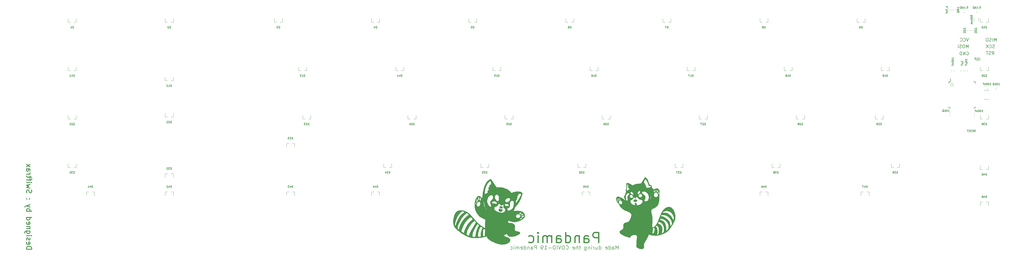
<source format=gbr>
G04 #@! TF.GenerationSoftware,KiCad,Pcbnew,(5.1.4)-1*
G04 #@! TF.CreationDate,2020-08-22T23:48:37-07:00*
G04 #@! TF.ProjectId,Southpaw,536f7574-6870-4617-972e-6b696361645f,rev?*
G04 #@! TF.SameCoordinates,Original*
G04 #@! TF.FileFunction,Legend,Bot*
G04 #@! TF.FilePolarity,Positive*
%FSLAX46Y46*%
G04 Gerber Fmt 4.6, Leading zero omitted, Abs format (unit mm)*
G04 Created by KiCad (PCBNEW (5.1.4)-1) date 2020-08-22 23:48:37*
%MOMM*%
%LPD*%
G04 APERTURE LIST*
%ADD10C,0.200000*%
%ADD11C,0.350000*%
%ADD12C,0.500000*%
%ADD13C,0.010000*%
%ADD14C,0.120000*%
%ADD15C,0.150000*%
G04 APERTURE END LIST*
D10*
X243542857Y-101278571D02*
X243542857Y-99778571D01*
X243042857Y-100850000D01*
X242542857Y-99778571D01*
X242542857Y-101278571D01*
X241185714Y-101278571D02*
X241185714Y-100492857D01*
X241257142Y-100350000D01*
X241400000Y-100278571D01*
X241685714Y-100278571D01*
X241828571Y-100350000D01*
X241185714Y-101207142D02*
X241328571Y-101278571D01*
X241685714Y-101278571D01*
X241828571Y-101207142D01*
X241900000Y-101064285D01*
X241900000Y-100921428D01*
X241828571Y-100778571D01*
X241685714Y-100707142D01*
X241328571Y-100707142D01*
X241185714Y-100635714D01*
X239828571Y-101278571D02*
X239828571Y-99778571D01*
X239828571Y-101207142D02*
X239971428Y-101278571D01*
X240257142Y-101278571D01*
X240400000Y-101207142D01*
X240471428Y-101135714D01*
X240542857Y-100992857D01*
X240542857Y-100564285D01*
X240471428Y-100421428D01*
X240400000Y-100350000D01*
X240257142Y-100278571D01*
X239971428Y-100278571D01*
X239828571Y-100350000D01*
X238542857Y-101207142D02*
X238685714Y-101278571D01*
X238971428Y-101278571D01*
X239114285Y-101207142D01*
X239185714Y-101064285D01*
X239185714Y-100492857D01*
X239114285Y-100350000D01*
X238971428Y-100278571D01*
X238685714Y-100278571D01*
X238542857Y-100350000D01*
X238471428Y-100492857D01*
X238471428Y-100635714D01*
X239185714Y-100778571D01*
X236042857Y-101278571D02*
X236042857Y-99778571D01*
X236042857Y-101207142D02*
X236185714Y-101278571D01*
X236471428Y-101278571D01*
X236614285Y-101207142D01*
X236685714Y-101135714D01*
X236757142Y-100992857D01*
X236757142Y-100564285D01*
X236685714Y-100421428D01*
X236614285Y-100350000D01*
X236471428Y-100278571D01*
X236185714Y-100278571D01*
X236042857Y-100350000D01*
X234685714Y-100278571D02*
X234685714Y-101278571D01*
X235328571Y-100278571D02*
X235328571Y-101064285D01*
X235257142Y-101207142D01*
X235114285Y-101278571D01*
X234900000Y-101278571D01*
X234757142Y-101207142D01*
X234685714Y-101135714D01*
X233971428Y-101278571D02*
X233971428Y-100278571D01*
X233971428Y-100564285D02*
X233900000Y-100421428D01*
X233828571Y-100350000D01*
X233685714Y-100278571D01*
X233542857Y-100278571D01*
X233042857Y-101278571D02*
X233042857Y-100278571D01*
X233042857Y-99778571D02*
X233114285Y-99850000D01*
X233042857Y-99921428D01*
X232971428Y-99850000D01*
X233042857Y-99778571D01*
X233042857Y-99921428D01*
X232328571Y-100278571D02*
X232328571Y-101278571D01*
X232328571Y-100421428D02*
X232257142Y-100350000D01*
X232114285Y-100278571D01*
X231900000Y-100278571D01*
X231757142Y-100350000D01*
X231685714Y-100492857D01*
X231685714Y-101278571D01*
X230328571Y-100278571D02*
X230328571Y-101492857D01*
X230400000Y-101635714D01*
X230471428Y-101707142D01*
X230614285Y-101778571D01*
X230828571Y-101778571D01*
X230971428Y-101707142D01*
X230328571Y-101207142D02*
X230471428Y-101278571D01*
X230757142Y-101278571D01*
X230900000Y-101207142D01*
X230971428Y-101135714D01*
X231042857Y-100992857D01*
X231042857Y-100564285D01*
X230971428Y-100421428D01*
X230900000Y-100350000D01*
X230757142Y-100278571D01*
X230471428Y-100278571D01*
X230328571Y-100350000D01*
X228685714Y-100278571D02*
X228114285Y-100278571D01*
X228471428Y-99778571D02*
X228471428Y-101064285D01*
X228400000Y-101207142D01*
X228257142Y-101278571D01*
X228114285Y-101278571D01*
X227614285Y-101278571D02*
X227614285Y-99778571D01*
X226971428Y-101278571D02*
X226971428Y-100492857D01*
X227042857Y-100350000D01*
X227185714Y-100278571D01*
X227400000Y-100278571D01*
X227542857Y-100350000D01*
X227614285Y-100421428D01*
X225685714Y-101207142D02*
X225828571Y-101278571D01*
X226114285Y-101278571D01*
X226257142Y-101207142D01*
X226328571Y-101064285D01*
X226328571Y-100492857D01*
X226257142Y-100350000D01*
X226114285Y-100278571D01*
X225828571Y-100278571D01*
X225685714Y-100350000D01*
X225614285Y-100492857D01*
X225614285Y-100635714D01*
X226328571Y-100778571D01*
X222971428Y-101135714D02*
X223042857Y-101207142D01*
X223257142Y-101278571D01*
X223400000Y-101278571D01*
X223614285Y-101207142D01*
X223757142Y-101064285D01*
X223828571Y-100921428D01*
X223900000Y-100635714D01*
X223900000Y-100421428D01*
X223828571Y-100135714D01*
X223757142Y-99992857D01*
X223614285Y-99850000D01*
X223400000Y-99778571D01*
X223257142Y-99778571D01*
X223042857Y-99850000D01*
X222971428Y-99921428D01*
X222042857Y-99778571D02*
X221757142Y-99778571D01*
X221614285Y-99850000D01*
X221471428Y-99992857D01*
X221400000Y-100278571D01*
X221400000Y-100778571D01*
X221471428Y-101064285D01*
X221614285Y-101207142D01*
X221757142Y-101278571D01*
X222042857Y-101278571D01*
X222185714Y-101207142D01*
X222328571Y-101064285D01*
X222400000Y-100778571D01*
X222400000Y-100278571D01*
X222328571Y-99992857D01*
X222185714Y-99850000D01*
X222042857Y-99778571D01*
X220971428Y-99778571D02*
X220471428Y-101278571D01*
X219971428Y-99778571D01*
X219471428Y-101278571D02*
X219471428Y-99778571D01*
X218757142Y-101278571D02*
X218757142Y-99778571D01*
X218400000Y-99778571D01*
X218185714Y-99850000D01*
X218042857Y-99992857D01*
X217971428Y-100135714D01*
X217900000Y-100421428D01*
X217900000Y-100635714D01*
X217971428Y-100921428D01*
X218042857Y-101064285D01*
X218185714Y-101207142D01*
X218400000Y-101278571D01*
X218757142Y-101278571D01*
X217257142Y-100707142D02*
X216114285Y-100707142D01*
X214614285Y-101278571D02*
X215471428Y-101278571D01*
X215042857Y-101278571D02*
X215042857Y-99778571D01*
X215185714Y-99992857D01*
X215328571Y-100135714D01*
X215471428Y-100207142D01*
X213900000Y-101278571D02*
X213614285Y-101278571D01*
X213471428Y-101207142D01*
X213400000Y-101135714D01*
X213257142Y-100921428D01*
X213185714Y-100635714D01*
X213185714Y-100064285D01*
X213257142Y-99921428D01*
X213328571Y-99850000D01*
X213471428Y-99778571D01*
X213757142Y-99778571D01*
X213900000Y-99850000D01*
X213971428Y-99921428D01*
X214042857Y-100064285D01*
X214042857Y-100421428D01*
X213971428Y-100564285D01*
X213900000Y-100635714D01*
X213757142Y-100707142D01*
X213471428Y-100707142D01*
X213328571Y-100635714D01*
X213257142Y-100564285D01*
X213185714Y-100421428D01*
X211400000Y-101278571D02*
X211400000Y-99778571D01*
X210828571Y-99778571D01*
X210685714Y-99850000D01*
X210614285Y-99921428D01*
X210542857Y-100064285D01*
X210542857Y-100278571D01*
X210614285Y-100421428D01*
X210685714Y-100492857D01*
X210828571Y-100564285D01*
X211400000Y-100564285D01*
X209257142Y-101278571D02*
X209257142Y-100492857D01*
X209328571Y-100350000D01*
X209471428Y-100278571D01*
X209757142Y-100278571D01*
X209900000Y-100350000D01*
X209257142Y-101207142D02*
X209400000Y-101278571D01*
X209757142Y-101278571D01*
X209900000Y-101207142D01*
X209971428Y-101064285D01*
X209971428Y-100921428D01*
X209900000Y-100778571D01*
X209757142Y-100707142D01*
X209400000Y-100707142D01*
X209257142Y-100635714D01*
X208542857Y-100278571D02*
X208542857Y-101278571D01*
X208542857Y-100421428D02*
X208471428Y-100350000D01*
X208328571Y-100278571D01*
X208114285Y-100278571D01*
X207971428Y-100350000D01*
X207900000Y-100492857D01*
X207900000Y-101278571D01*
X206542857Y-101278571D02*
X206542857Y-99778571D01*
X206542857Y-101207142D02*
X206685714Y-101278571D01*
X206971428Y-101278571D01*
X207114285Y-101207142D01*
X207185714Y-101135714D01*
X207257142Y-100992857D01*
X207257142Y-100564285D01*
X207185714Y-100421428D01*
X207114285Y-100350000D01*
X206971428Y-100278571D01*
X206685714Y-100278571D01*
X206542857Y-100350000D01*
X205257142Y-101207142D02*
X205400000Y-101278571D01*
X205685714Y-101278571D01*
X205828571Y-101207142D01*
X205900000Y-101064285D01*
X205900000Y-100492857D01*
X205828571Y-100350000D01*
X205685714Y-100278571D01*
X205400000Y-100278571D01*
X205257142Y-100350000D01*
X205185714Y-100492857D01*
X205185714Y-100635714D01*
X205900000Y-100778571D01*
X204542857Y-101278571D02*
X204542857Y-100278571D01*
X204542857Y-100421428D02*
X204471428Y-100350000D01*
X204328571Y-100278571D01*
X204114285Y-100278571D01*
X203971428Y-100350000D01*
X203900000Y-100492857D01*
X203900000Y-101278571D01*
X203900000Y-100492857D02*
X203828571Y-100350000D01*
X203685714Y-100278571D01*
X203471428Y-100278571D01*
X203328571Y-100350000D01*
X203257142Y-100492857D01*
X203257142Y-101278571D01*
X202542857Y-101278571D02*
X202542857Y-100278571D01*
X202542857Y-99778571D02*
X202614285Y-99850000D01*
X202542857Y-99921428D01*
X202471428Y-99850000D01*
X202542857Y-99778571D01*
X202542857Y-99921428D01*
X201185714Y-101207142D02*
X201328571Y-101278571D01*
X201614285Y-101278571D01*
X201757142Y-101207142D01*
X201828571Y-101135714D01*
X201900000Y-100992857D01*
X201900000Y-100564285D01*
X201828571Y-100421428D01*
X201757142Y-100350000D01*
X201614285Y-100278571D01*
X201328571Y-100278571D01*
X201185714Y-100350000D01*
D11*
X11295238Y-101219047D02*
X13295238Y-101219047D01*
X13295238Y-100742857D01*
X13199999Y-100457142D01*
X13009523Y-100266666D01*
X12819047Y-100171428D01*
X12438095Y-100076190D01*
X12152380Y-100076190D01*
X11771428Y-100171428D01*
X11580952Y-100266666D01*
X11390476Y-100457142D01*
X11295238Y-100742857D01*
X11295238Y-101219047D01*
X11390476Y-98457142D02*
X11295238Y-98647619D01*
X11295238Y-99028571D01*
X11390476Y-99219047D01*
X11580952Y-99314285D01*
X12342857Y-99314285D01*
X12533333Y-99219047D01*
X12628571Y-99028571D01*
X12628571Y-98647619D01*
X12533333Y-98457142D01*
X12342857Y-98361904D01*
X12152380Y-98361904D01*
X11961904Y-99314285D01*
X11390476Y-97600000D02*
X11295238Y-97409523D01*
X11295238Y-97028571D01*
X11390476Y-96838095D01*
X11580952Y-96742857D01*
X11676190Y-96742857D01*
X11866666Y-96838095D01*
X11961904Y-97028571D01*
X11961904Y-97314285D01*
X12057142Y-97504761D01*
X12247619Y-97600000D01*
X12342857Y-97600000D01*
X12533333Y-97504761D01*
X12628571Y-97314285D01*
X12628571Y-97028571D01*
X12533333Y-96838095D01*
X11295238Y-95885714D02*
X12628571Y-95885714D01*
X13295238Y-95885714D02*
X13199999Y-95980952D01*
X13104761Y-95885714D01*
X13199999Y-95790476D01*
X13295238Y-95885714D01*
X13104761Y-95885714D01*
X12628571Y-94076190D02*
X11009523Y-94076190D01*
X10819047Y-94171428D01*
X10723809Y-94266666D01*
X10628571Y-94457142D01*
X10628571Y-94742857D01*
X10723809Y-94933333D01*
X11390476Y-94076190D02*
X11295238Y-94266666D01*
X11295238Y-94647619D01*
X11390476Y-94838095D01*
X11485714Y-94933333D01*
X11676190Y-95028571D01*
X12247619Y-95028571D01*
X12438095Y-94933333D01*
X12533333Y-94838095D01*
X12628571Y-94647619D01*
X12628571Y-94266666D01*
X12533333Y-94076190D01*
X12628571Y-93123809D02*
X11295238Y-93123809D01*
X12438095Y-93123809D02*
X12533333Y-93028571D01*
X12628571Y-92838095D01*
X12628571Y-92552380D01*
X12533333Y-92361904D01*
X12342857Y-92266666D01*
X11295238Y-92266666D01*
X11390476Y-90552380D02*
X11295238Y-90742857D01*
X11295238Y-91123809D01*
X11390476Y-91314285D01*
X11580952Y-91409523D01*
X12342857Y-91409523D01*
X12533333Y-91314285D01*
X12628571Y-91123809D01*
X12628571Y-90742857D01*
X12533333Y-90552380D01*
X12342857Y-90457142D01*
X12152380Y-90457142D01*
X11961904Y-91409523D01*
X11295238Y-88742857D02*
X13295238Y-88742857D01*
X11390476Y-88742857D02*
X11295238Y-88933333D01*
X11295238Y-89314285D01*
X11390476Y-89504761D01*
X11485714Y-89600000D01*
X11676190Y-89695238D01*
X12247619Y-89695238D01*
X12438095Y-89600000D01*
X12533333Y-89504761D01*
X12628571Y-89314285D01*
X12628571Y-88933333D01*
X12533333Y-88742857D01*
X11295238Y-86266666D02*
X13295238Y-86266666D01*
X12533333Y-86266666D02*
X12628571Y-86076190D01*
X12628571Y-85695238D01*
X12533333Y-85504761D01*
X12438095Y-85409523D01*
X12247619Y-85314285D01*
X11676190Y-85314285D01*
X11485714Y-85409523D01*
X11390476Y-85504761D01*
X11295238Y-85695238D01*
X11295238Y-86076190D01*
X11390476Y-86266666D01*
X12628571Y-84647619D02*
X11295238Y-84171428D01*
X12628571Y-83695238D02*
X11295238Y-84171428D01*
X10819047Y-84361904D01*
X10723809Y-84457142D01*
X10628571Y-84647619D01*
X11485714Y-81409523D02*
X11390476Y-81314285D01*
X11295238Y-81409523D01*
X11390476Y-81504761D01*
X11485714Y-81409523D01*
X11295238Y-81409523D01*
X12533333Y-81409523D02*
X12438095Y-81314285D01*
X12342857Y-81409523D01*
X12438095Y-81504761D01*
X12533333Y-81409523D01*
X12342857Y-81409523D01*
X11390476Y-79028571D02*
X11295238Y-78742857D01*
X11295238Y-78266666D01*
X11390476Y-78076190D01*
X11485714Y-77980952D01*
X11676190Y-77885714D01*
X11866666Y-77885714D01*
X12057142Y-77980952D01*
X12152380Y-78076190D01*
X12247619Y-78266666D01*
X12342857Y-78647619D01*
X12438095Y-78838095D01*
X12533333Y-78933333D01*
X12723809Y-79028571D01*
X12914285Y-79028571D01*
X13104761Y-78933333D01*
X13200000Y-78838095D01*
X13295238Y-78647619D01*
X13295238Y-78171428D01*
X13200000Y-77885714D01*
X12628571Y-77219047D02*
X11295238Y-76838095D01*
X12247619Y-76457142D01*
X11295238Y-76076190D01*
X12628571Y-75695238D01*
X11295238Y-74933333D02*
X12628571Y-74933333D01*
X13295238Y-74933333D02*
X13200000Y-75028571D01*
X13104761Y-74933333D01*
X13200000Y-74838095D01*
X13295238Y-74933333D01*
X13104761Y-74933333D01*
X12628571Y-74266666D02*
X12628571Y-73504761D01*
X11295238Y-73980952D02*
X13009523Y-73980952D01*
X13200000Y-73885714D01*
X13295238Y-73695238D01*
X13295238Y-73504761D01*
X12628571Y-73123809D02*
X12628571Y-72361904D01*
X13295238Y-72838095D02*
X11580952Y-72838095D01*
X11390476Y-72742857D01*
X11295238Y-72552380D01*
X11295238Y-72361904D01*
X11295238Y-71695238D02*
X12628571Y-71695238D01*
X12247619Y-71695238D02*
X12438095Y-71600000D01*
X12533333Y-71504761D01*
X12628571Y-71314285D01*
X12628571Y-71123809D01*
X11295238Y-69600000D02*
X12342857Y-69600000D01*
X12533333Y-69695238D01*
X12628571Y-69885714D01*
X12628571Y-70266666D01*
X12533333Y-70457142D01*
X11390476Y-69600000D02*
X11295238Y-69790476D01*
X11295238Y-70266666D01*
X11390476Y-70457142D01*
X11580952Y-70552380D01*
X11771428Y-70552380D01*
X11961904Y-70457142D01*
X12057142Y-70266666D01*
X12057142Y-69790476D01*
X12152380Y-69600000D01*
X11295238Y-68838095D02*
X12628571Y-67790476D01*
X12628571Y-68838095D02*
X11295238Y-67790476D01*
D12*
X235819047Y-98609523D02*
X235819047Y-94609523D01*
X234295238Y-94609523D01*
X233914285Y-94800000D01*
X233723809Y-94990476D01*
X233533333Y-95371428D01*
X233533333Y-95942857D01*
X233723809Y-96323809D01*
X233914285Y-96514285D01*
X234295238Y-96704761D01*
X235819047Y-96704761D01*
X230104761Y-98609523D02*
X230104761Y-96514285D01*
X230295238Y-96133333D01*
X230676190Y-95942857D01*
X231438095Y-95942857D01*
X231819047Y-96133333D01*
X230104761Y-98419047D02*
X230485714Y-98609523D01*
X231438095Y-98609523D01*
X231819047Y-98419047D01*
X232009523Y-98038095D01*
X232009523Y-97657142D01*
X231819047Y-97276190D01*
X231438095Y-97085714D01*
X230485714Y-97085714D01*
X230104761Y-96895238D01*
X228200000Y-95942857D02*
X228200000Y-98609523D01*
X228200000Y-96323809D02*
X228009523Y-96133333D01*
X227628571Y-95942857D01*
X227057142Y-95942857D01*
X226676190Y-96133333D01*
X226485714Y-96514285D01*
X226485714Y-98609523D01*
X222866666Y-98609523D02*
X222866666Y-94609523D01*
X222866666Y-98419047D02*
X223247619Y-98609523D01*
X224009523Y-98609523D01*
X224390476Y-98419047D01*
X224580952Y-98228571D01*
X224771428Y-97847619D01*
X224771428Y-96704761D01*
X224580952Y-96323809D01*
X224390476Y-96133333D01*
X224009523Y-95942857D01*
X223247619Y-95942857D01*
X222866666Y-96133333D01*
X219247619Y-98609523D02*
X219247619Y-96514285D01*
X219438095Y-96133333D01*
X219819047Y-95942857D01*
X220580952Y-95942857D01*
X220961904Y-96133333D01*
X219247619Y-98419047D02*
X219628571Y-98609523D01*
X220580952Y-98609523D01*
X220961904Y-98419047D01*
X221152380Y-98038095D01*
X221152380Y-97657142D01*
X220961904Y-97276190D01*
X220580952Y-97085714D01*
X219628571Y-97085714D01*
X219247619Y-96895238D01*
X217342857Y-98609523D02*
X217342857Y-95942857D01*
X217342857Y-96323809D02*
X217152380Y-96133333D01*
X216771428Y-95942857D01*
X216200000Y-95942857D01*
X215819047Y-96133333D01*
X215628571Y-96514285D01*
X215628571Y-98609523D01*
X215628571Y-96514285D02*
X215438095Y-96133333D01*
X215057142Y-95942857D01*
X214485714Y-95942857D01*
X214104761Y-96133333D01*
X213914285Y-96514285D01*
X213914285Y-98609523D01*
X212009523Y-98609523D02*
X212009523Y-95942857D01*
X212009523Y-94609523D02*
X212200000Y-94800000D01*
X212009523Y-94990476D01*
X211819047Y-94800000D01*
X212009523Y-94609523D01*
X212009523Y-94990476D01*
X208390476Y-98419047D02*
X208771428Y-98609523D01*
X209533333Y-98609523D01*
X209914285Y-98419047D01*
X210104761Y-98228571D01*
X210295238Y-97847619D01*
X210295238Y-96704761D01*
X210104761Y-96323809D01*
X209914285Y-96133333D01*
X209533333Y-95942857D01*
X208771428Y-95942857D01*
X208390476Y-96133333D01*
D13*
G36*
X197198903Y-84284296D02*
G01*
X197093033Y-84309154D01*
X196979167Y-84372473D01*
X196904414Y-84455779D01*
X196867479Y-84552452D01*
X196867064Y-84655877D01*
X196901875Y-84759433D01*
X196970616Y-84856503D01*
X197071989Y-84940469D01*
X197204700Y-85004713D01*
X197230945Y-85013402D01*
X197343025Y-85040066D01*
X197470775Y-85057819D01*
X197601052Y-85066188D01*
X197720716Y-85064698D01*
X197816625Y-85052875D01*
X197866232Y-85036317D01*
X197977392Y-84956391D01*
X198043409Y-84863098D01*
X198063369Y-84758264D01*
X198047842Y-84674008D01*
X197993530Y-84579771D01*
X197900665Y-84492187D01*
X197778985Y-84414975D01*
X197638230Y-84351859D01*
X197488139Y-84306560D01*
X197338450Y-84282798D01*
X197198903Y-84284296D01*
X197198903Y-84284296D01*
G37*
X197198903Y-84284296D02*
X197093033Y-84309154D01*
X196979167Y-84372473D01*
X196904414Y-84455779D01*
X196867479Y-84552452D01*
X196867064Y-84655877D01*
X196901875Y-84759433D01*
X196970616Y-84856503D01*
X197071989Y-84940469D01*
X197204700Y-85004713D01*
X197230945Y-85013402D01*
X197343025Y-85040066D01*
X197470775Y-85057819D01*
X197601052Y-85066188D01*
X197720716Y-85064698D01*
X197816625Y-85052875D01*
X197866232Y-85036317D01*
X197977392Y-84956391D01*
X198043409Y-84863098D01*
X198063369Y-84758264D01*
X198047842Y-84674008D01*
X197993530Y-84579771D01*
X197900665Y-84492187D01*
X197778985Y-84414975D01*
X197638230Y-84351859D01*
X197488139Y-84306560D01*
X197338450Y-84282798D01*
X197198903Y-84284296D01*
G36*
X196859959Y-85216694D02*
G01*
X196827244Y-85228276D01*
X196713448Y-85295516D01*
X196628498Y-85394455D01*
X196572761Y-85517675D01*
X196546608Y-85657762D01*
X196550407Y-85807300D01*
X196584527Y-85958874D01*
X196649337Y-86105069D01*
X196745207Y-86238468D01*
X196775387Y-86270261D01*
X196907878Y-86375284D01*
X197050793Y-86435303D01*
X197208028Y-86451111D01*
X197383485Y-86423501D01*
X197442952Y-86406002D01*
X197607756Y-86342692D01*
X197764985Y-86264261D01*
X197863057Y-86202901D01*
X197935828Y-86124903D01*
X197988782Y-86015578D01*
X198019690Y-85888672D01*
X198026325Y-85757927D01*
X198006460Y-85637088D01*
X197968211Y-85554101D01*
X197886207Y-85470659D01*
X197784032Y-85429949D01*
X197666884Y-85433508D01*
X197613017Y-85449099D01*
X197525347Y-85476618D01*
X197438996Y-85497052D01*
X197416109Y-85500814D01*
X197369115Y-85504419D01*
X197333094Y-85494902D01*
X197296555Y-85464611D01*
X197248004Y-85405897D01*
X197221564Y-85371313D01*
X197133808Y-85271378D01*
X197050436Y-85214526D01*
X196962227Y-85197414D01*
X196859959Y-85216694D01*
X196859959Y-85216694D01*
G37*
X196859959Y-85216694D02*
X196827244Y-85228276D01*
X196713448Y-85295516D01*
X196628498Y-85394455D01*
X196572761Y-85517675D01*
X196546608Y-85657762D01*
X196550407Y-85807300D01*
X196584527Y-85958874D01*
X196649337Y-86105069D01*
X196745207Y-86238468D01*
X196775387Y-86270261D01*
X196907878Y-86375284D01*
X197050793Y-86435303D01*
X197208028Y-86451111D01*
X197383485Y-86423501D01*
X197442952Y-86406002D01*
X197607756Y-86342692D01*
X197764985Y-86264261D01*
X197863057Y-86202901D01*
X197935828Y-86124903D01*
X197988782Y-86015578D01*
X198019690Y-85888672D01*
X198026325Y-85757927D01*
X198006460Y-85637088D01*
X197968211Y-85554101D01*
X197886207Y-85470659D01*
X197784032Y-85429949D01*
X197666884Y-85433508D01*
X197613017Y-85449099D01*
X197525347Y-85476618D01*
X197438996Y-85497052D01*
X197416109Y-85500814D01*
X197369115Y-85504419D01*
X197333094Y-85494902D01*
X197296555Y-85464611D01*
X197248004Y-85405897D01*
X197221564Y-85371313D01*
X197133808Y-85271378D01*
X197050436Y-85214526D01*
X196962227Y-85197414D01*
X196859959Y-85216694D01*
G36*
X193274243Y-73675980D02*
G01*
X193128476Y-73719918D01*
X192967666Y-73789313D01*
X192797787Y-73880846D01*
X192624817Y-73991203D01*
X192454729Y-74117064D01*
X192293502Y-74255115D01*
X192147109Y-74402038D01*
X192104139Y-74450660D01*
X191885911Y-74731636D01*
X191672886Y-75057523D01*
X191466649Y-75424986D01*
X191268782Y-75830689D01*
X191080871Y-76271299D01*
X190904498Y-76743480D01*
X190741247Y-77243898D01*
X190681430Y-77446160D01*
X190522351Y-78059531D01*
X190397503Y-78676734D01*
X190305064Y-79308674D01*
X190243212Y-79966260D01*
X190232503Y-80132736D01*
X190206343Y-80577789D01*
X190038854Y-80871895D01*
X189978150Y-80980553D01*
X189927256Y-81075588D01*
X189890569Y-81148482D01*
X189872488Y-81190719D01*
X189871349Y-81196238D01*
X189863015Y-81226155D01*
X189839418Y-81212961D01*
X189802587Y-81158734D01*
X189765043Y-81087381D01*
X189639914Y-80867988D01*
X189496141Y-80679534D01*
X189337755Y-80524090D01*
X189168792Y-80403726D01*
X188993286Y-80320512D01*
X188815271Y-80276520D01*
X188638781Y-80273819D01*
X188467851Y-80314480D01*
X188359865Y-80366180D01*
X188237917Y-80458338D01*
X188110380Y-80592615D01*
X187980160Y-80763499D01*
X187850160Y-80965480D01*
X187723285Y-81193045D01*
X187602439Y-81440685D01*
X187490526Y-81702887D01*
X187390451Y-81974140D01*
X187305117Y-82248934D01*
X187247101Y-82477812D01*
X187170251Y-82905979D01*
X187125731Y-83358741D01*
X187113587Y-83824659D01*
X187133862Y-84292294D01*
X187186604Y-84750207D01*
X187237057Y-85031149D01*
X187360999Y-85528774D01*
X187523054Y-86012417D01*
X187720696Y-86477016D01*
X187951399Y-86917508D01*
X188212637Y-87328831D01*
X188501885Y-87705921D01*
X188661090Y-87885264D01*
X188957201Y-88171445D01*
X189294230Y-88441645D01*
X189666284Y-88692109D01*
X190067469Y-88919083D01*
X190491892Y-89118812D01*
X190772477Y-89230415D01*
X190951347Y-89301149D01*
X191088052Y-89367765D01*
X191187836Y-89435798D01*
X191255943Y-89510786D01*
X191297615Y-89598263D01*
X191318097Y-89703767D01*
X191322762Y-89811428D01*
X191321000Y-89881232D01*
X191316032Y-89991010D01*
X191308335Y-90132491D01*
X191298385Y-90297409D01*
X191286658Y-90477494D01*
X191273631Y-90664479D01*
X191273483Y-90666534D01*
X191251818Y-90987136D01*
X191233169Y-91303824D01*
X191217785Y-91610006D01*
X191205914Y-91899085D01*
X191197802Y-92164470D01*
X191193698Y-92399565D01*
X191193849Y-92597776D01*
X191196670Y-92712381D01*
X191207262Y-92986001D01*
X190960236Y-92836292D01*
X190170617Y-92836292D01*
X190160301Y-92864557D01*
X190138698Y-92914096D01*
X190105025Y-93002740D01*
X190061631Y-93123411D01*
X190010865Y-93269032D01*
X189955075Y-93432525D01*
X189896611Y-93606813D01*
X189837822Y-93784819D01*
X189781055Y-93959464D01*
X189728661Y-94123671D01*
X189682987Y-94270363D01*
X189646383Y-94392462D01*
X189621197Y-94482891D01*
X189615210Y-94507048D01*
X189586357Y-94657359D01*
X189561186Y-94840012D01*
X189540463Y-95043044D01*
X189524954Y-95254493D01*
X189515426Y-95462395D01*
X189512646Y-95654787D01*
X189517381Y-95819708D01*
X189525289Y-95910095D01*
X189536999Y-96032855D01*
X189532976Y-96122733D01*
X189507105Y-96187118D01*
X189453272Y-96233402D01*
X189365363Y-96268975D01*
X189237263Y-96301229D01*
X189194000Y-96310536D01*
X189067558Y-96328136D01*
X188920661Y-96334648D01*
X188771395Y-96330423D01*
X188637845Y-96315812D01*
X188558771Y-96298217D01*
X188497976Y-96275537D01*
X188453029Y-96245122D01*
X188421688Y-96200016D01*
X188401708Y-96133263D01*
X188390848Y-96037907D01*
X188386864Y-95906990D01*
X188387176Y-95766018D01*
X188391284Y-95585458D01*
X188400903Y-95414941D01*
X188417324Y-95245436D01*
X188441841Y-95067909D01*
X188475745Y-94873329D01*
X188520329Y-94652663D01*
X188576884Y-94396879D01*
X188593221Y-94325619D01*
X188647885Y-94091594D01*
X188695741Y-93896324D01*
X188739865Y-93731204D01*
X188783332Y-93587627D01*
X188829218Y-93456989D01*
X188880600Y-93330684D01*
X188940552Y-93200106D01*
X189012151Y-93056649D01*
X189098472Y-92891709D01*
X189120641Y-92850000D01*
X189215457Y-92683533D01*
X189301181Y-92559635D01*
X189381794Y-92474295D01*
X189461274Y-92423502D01*
X189543601Y-92403241D01*
X189564501Y-92402476D01*
X189637535Y-92417440D01*
X189734002Y-92457560D01*
X189841329Y-92515680D01*
X189946938Y-92584646D01*
X190038255Y-92657301D01*
X190074566Y-92692714D01*
X190134277Y-92759389D01*
X190164472Y-92803597D01*
X190170617Y-92836292D01*
X190960236Y-92836292D01*
X190859822Y-92775437D01*
X190163659Y-92327621D01*
X189528501Y-91867487D01*
X188758556Y-91867487D01*
X188747743Y-91907935D01*
X188718827Y-91979817D01*
X188677117Y-92072227D01*
X188627925Y-92174262D01*
X188576562Y-92275019D01*
X188528339Y-92363591D01*
X188488566Y-92429077D01*
X188477297Y-92444955D01*
X188429420Y-92519267D01*
X188369434Y-92630174D01*
X188301482Y-92768698D01*
X188229708Y-92925864D01*
X188158254Y-93092696D01*
X188091263Y-93260218D01*
X188050318Y-93370095D01*
X187849735Y-93979558D01*
X187684307Y-94597887D01*
X187551745Y-95234886D01*
X187449754Y-95900357D01*
X187439452Y-95982667D01*
X187423439Y-96103912D01*
X187407474Y-96207889D01*
X187393177Y-96285122D01*
X187382168Y-96326135D01*
X187380103Y-96329637D01*
X187342873Y-96345052D01*
X187268994Y-96359070D01*
X187170200Y-96370621D01*
X187058222Y-96378633D01*
X186944792Y-96382034D01*
X186841643Y-96379753D01*
X186835428Y-96379374D01*
X186722266Y-96366724D01*
X186592315Y-96344283D01*
X186480932Y-96318716D01*
X186355672Y-96279978D01*
X186271235Y-96237811D01*
X186220324Y-96183754D01*
X186195644Y-96109343D01*
X186189898Y-96006117D01*
X186190367Y-95981703D01*
X186197633Y-95856193D01*
X186212570Y-95698227D01*
X186233291Y-95522778D01*
X186257912Y-95344818D01*
X186284546Y-95179318D01*
X186305240Y-95069790D01*
X186356452Y-94864691D01*
X186431580Y-94625976D01*
X186527970Y-94360461D01*
X186642968Y-94074963D01*
X186773923Y-93776299D01*
X186918182Y-93471286D01*
X186960985Y-93384898D01*
X187026451Y-93256189D01*
X187106866Y-93101420D01*
X187198840Y-92926829D01*
X187298987Y-92738656D01*
X187403920Y-92543139D01*
X187510253Y-92346516D01*
X187614597Y-92155027D01*
X187713566Y-91974909D01*
X187803773Y-91812401D01*
X187881831Y-91673743D01*
X187944352Y-91565172D01*
X187987950Y-91492927D01*
X187989432Y-91490601D01*
X188052087Y-91395127D01*
X188097765Y-91335679D01*
X188134172Y-91306674D01*
X188169013Y-91302526D01*
X188209993Y-91317650D01*
X188220634Y-91323028D01*
X188305718Y-91376005D01*
X188400802Y-91449567D01*
X188498178Y-91535909D01*
X188590136Y-91627230D01*
X188668967Y-91715727D01*
X188726963Y-91793598D01*
X188756414Y-91853039D01*
X188758556Y-91867487D01*
X189528501Y-91867487D01*
X189503175Y-91849140D01*
X188874206Y-91336773D01*
X188272585Y-90787295D01*
X188204821Y-90721441D01*
X188124731Y-90642413D01*
X187597428Y-90642413D01*
X187586025Y-90681187D01*
X187556016Y-90747590D01*
X187513707Y-90827775D01*
X187510293Y-90833819D01*
X187461187Y-90922991D01*
X187400136Y-91037698D01*
X187336579Y-91160072D01*
X187301421Y-91229238D01*
X187241535Y-91342391D01*
X187164296Y-91479882D01*
X187078957Y-91625644D01*
X186994776Y-91763609D01*
X186980937Y-91785619D01*
X186883321Y-91941743D01*
X186771223Y-92123872D01*
X186648012Y-92326309D01*
X186517058Y-92543353D01*
X186381730Y-92769309D01*
X186245400Y-92998477D01*
X186111436Y-93225158D01*
X185983207Y-93443656D01*
X185864085Y-93648271D01*
X185757439Y-93833306D01*
X185666638Y-93993062D01*
X185595052Y-94121841D01*
X185553794Y-94198902D01*
X185411150Y-94489415D01*
X185277121Y-94793511D01*
X185155933Y-95100042D01*
X185051812Y-95397861D01*
X184968986Y-95675822D01*
X184924845Y-95857695D01*
X184914073Y-95897894D01*
X184897104Y-95920641D01*
X184865487Y-95925937D01*
X184810768Y-95913786D01*
X184724496Y-95884190D01*
X184653309Y-95857775D01*
X184587034Y-95826676D01*
X184492024Y-95774036D01*
X184378845Y-95706525D01*
X184258065Y-95630817D01*
X184140250Y-95553584D01*
X184035966Y-95481499D01*
X183955782Y-95421235D01*
X183936416Y-95405083D01*
X183912472Y-95376927D01*
X183901728Y-95337545D01*
X183902197Y-95273295D01*
X183907865Y-95208876D01*
X183935941Y-95016625D01*
X183983301Y-94790536D01*
X184047079Y-94539786D01*
X184124408Y-94273550D01*
X184212424Y-94001004D01*
X184308262Y-93731325D01*
X184409055Y-93473688D01*
X184511939Y-93237269D01*
X184546214Y-93164739D01*
X184703861Y-92858933D01*
X184886575Y-92539380D01*
X185088924Y-92213746D01*
X185305478Y-91889692D01*
X185530806Y-91574882D01*
X185759474Y-91276979D01*
X185986052Y-91003647D01*
X186205109Y-90762549D01*
X186353701Y-90614565D01*
X186465502Y-90511307D01*
X186581728Y-90408428D01*
X186695996Y-90311115D01*
X186801919Y-90224556D01*
X186893113Y-90153937D01*
X186963193Y-90104445D01*
X187005774Y-90081267D01*
X187011513Y-90080191D01*
X187069172Y-90095551D01*
X187149905Y-90136836D01*
X187241519Y-90196850D01*
X187331820Y-90268398D01*
X187334617Y-90270856D01*
X187407748Y-90343829D01*
X187478744Y-90429028D01*
X187539455Y-90514929D01*
X187581733Y-90590012D01*
X187597428Y-90642413D01*
X188124731Y-90642413D01*
X188009442Y-90528653D01*
X187833248Y-90350654D01*
X187668822Y-90179364D01*
X187508747Y-90006703D01*
X187345607Y-89824588D01*
X187171983Y-89624939D01*
X186980459Y-89399675D01*
X186968619Y-89385571D01*
X186374740Y-89385571D01*
X186315518Y-89424452D01*
X186287855Y-89444012D01*
X186250871Y-89473057D01*
X186200608Y-89515035D01*
X186133109Y-89573395D01*
X186044418Y-89651586D01*
X185930577Y-89753056D01*
X185787630Y-89881254D01*
X185670070Y-89986996D01*
X185446298Y-90199147D01*
X185210413Y-90442358D01*
X184973165Y-90705054D01*
X184745304Y-90975658D01*
X184702066Y-91029382D01*
X184352507Y-91497715D01*
X184028597Y-91993225D01*
X183733825Y-92508917D01*
X183471682Y-93037800D01*
X183245657Y-93572878D01*
X183059242Y-94107159D01*
X182927231Y-94585667D01*
X182897171Y-94701778D01*
X182872041Y-94775821D01*
X182849531Y-94813565D01*
X182832770Y-94821524D01*
X182798292Y-94809663D01*
X182731942Y-94777314D01*
X182643061Y-94729326D01*
X182540993Y-94670550D01*
X182534296Y-94666574D01*
X182365561Y-94562383D01*
X182213954Y-94461328D01*
X182084749Y-94367416D01*
X181983221Y-94284654D01*
X181914645Y-94217050D01*
X181886034Y-94174054D01*
X181879299Y-94144533D01*
X181879400Y-94104691D01*
X181887552Y-94050694D01*
X181904972Y-93978705D01*
X181932875Y-93884892D01*
X181972479Y-93765420D01*
X182024998Y-93616455D01*
X182091649Y-93434162D01*
X182173648Y-93214707D01*
X182272211Y-92954255D01*
X182276317Y-92943452D01*
X182403861Y-92612098D01*
X182519909Y-92320571D01*
X182627547Y-92062569D01*
X182729861Y-91831786D01*
X182829938Y-91621919D01*
X182930862Y-91426665D01*
X183035720Y-91239719D01*
X183147597Y-91054778D01*
X183269581Y-90865538D01*
X183357775Y-90734267D01*
X183504415Y-90523991D01*
X183644169Y-90335489D01*
X183785467Y-90158717D01*
X183936741Y-89983628D01*
X184106421Y-89800177D01*
X184302938Y-89598315D01*
X184354565Y-89546480D01*
X184588648Y-89316922D01*
X184795743Y-89124002D01*
X184978238Y-88965917D01*
X185138521Y-88840862D01*
X185278979Y-88747033D01*
X185402002Y-88682627D01*
X185509975Y-88645840D01*
X185557980Y-88637366D01*
X185625063Y-88632297D01*
X185675198Y-88640368D01*
X185726237Y-88667817D01*
X185795308Y-88720305D01*
X185918211Y-88831544D01*
X186056524Y-88980262D01*
X186204704Y-89160331D01*
X186267942Y-89243024D01*
X186374740Y-89385571D01*
X186968619Y-89385571D01*
X186860278Y-89256524D01*
X186650803Y-89006556D01*
X186468094Y-88789623D01*
X186308259Y-88601333D01*
X186167404Y-88437294D01*
X186041639Y-88293114D01*
X185927071Y-88164400D01*
X185819807Y-88046762D01*
X185715955Y-87935805D01*
X185611623Y-87827139D01*
X185502918Y-87716372D01*
X185480284Y-87693621D01*
X184730966Y-87693621D01*
X184718737Y-87754413D01*
X184670124Y-87806135D01*
X184581444Y-87858836D01*
X184520042Y-87889116D01*
X184411280Y-87949455D01*
X184293503Y-88027630D01*
X184191673Y-88107034D01*
X184189036Y-88109340D01*
X184102437Y-88183770D01*
X183994243Y-88274411D01*
X183880894Y-88367575D01*
X183814084Y-88421525D01*
X183569263Y-88633604D01*
X183314282Y-88884501D01*
X183054890Y-89167345D01*
X182796832Y-89475264D01*
X182545856Y-89801385D01*
X182307710Y-90138837D01*
X182088139Y-90480746D01*
X182077863Y-90497651D01*
X182008369Y-90617220D01*
X181925784Y-90767389D01*
X181833519Y-90941237D01*
X181734987Y-91131844D01*
X181633600Y-91332289D01*
X181532769Y-91535651D01*
X181435906Y-91735011D01*
X181346424Y-91923447D01*
X181267733Y-92094039D01*
X181203247Y-92239866D01*
X181156376Y-92354008D01*
X181138770Y-92402476D01*
X181109559Y-92502614D01*
X181076869Y-92635394D01*
X181044159Y-92785576D01*
X181014885Y-92937921D01*
X181007074Y-92983048D01*
X180979491Y-93148287D01*
X180958648Y-93271440D01*
X180942635Y-93358024D01*
X180929544Y-93413554D01*
X180917465Y-93443547D01*
X180904490Y-93453518D01*
X180888711Y-93448984D01*
X180868217Y-93435460D01*
X180853817Y-93425921D01*
X180801932Y-93390430D01*
X180727737Y-93336119D01*
X180646733Y-93274350D01*
X180641797Y-93270500D01*
X180556599Y-93201753D01*
X180498034Y-93144075D01*
X180462231Y-93086458D01*
X180445317Y-93017890D01*
X180443423Y-92927362D01*
X180452677Y-92803862D01*
X180458108Y-92748045D01*
X180503756Y-92379625D01*
X180563300Y-92051920D01*
X180636336Y-91766656D01*
X180722457Y-91525559D01*
X180769690Y-91423314D01*
X180800181Y-91357997D01*
X180843334Y-91258972D01*
X180894317Y-91137637D01*
X180948298Y-91005391D01*
X180972178Y-90945615D01*
X181114453Y-90607182D01*
X181269052Y-90280663D01*
X181440317Y-89958620D01*
X181632593Y-89633616D01*
X181850225Y-89298215D01*
X182097556Y-88944978D01*
X182304272Y-88665048D01*
X182488093Y-88423901D01*
X182652226Y-88215927D01*
X182803321Y-88033720D01*
X182948031Y-87869869D01*
X183093006Y-87716966D01*
X183244897Y-87567603D01*
X183410357Y-87414372D01*
X183495379Y-87338308D01*
X183665993Y-87195746D01*
X183814432Y-87092632D01*
X183945556Y-87028292D01*
X184064225Y-87002051D01*
X184175300Y-87013234D01*
X184283638Y-87061167D01*
X184394101Y-87145174D01*
X184455985Y-87204931D01*
X184525046Y-87287632D01*
X184597483Y-87393020D01*
X184658221Y-87499058D01*
X184661006Y-87504639D01*
X184710494Y-87613712D01*
X184730966Y-87693621D01*
X185480284Y-87693621D01*
X185433953Y-87647052D01*
X185149818Y-87371466D01*
X184883150Y-87132212D01*
X184626853Y-86923942D01*
X184373835Y-86741304D01*
X184198163Y-86630254D01*
X182975335Y-86630254D01*
X182939858Y-86718687D01*
X182862645Y-86814859D01*
X182742244Y-86921184D01*
X182584768Y-87034987D01*
X182382091Y-87182558D01*
X182168563Y-87357444D01*
X181954877Y-87549601D01*
X181751725Y-87748984D01*
X181569801Y-87945549D01*
X181419796Y-88129254D01*
X181419777Y-88129280D01*
X181288981Y-88315569D01*
X181144531Y-88543317D01*
X180988865Y-88808358D01*
X180824420Y-89106525D01*
X180653633Y-89433650D01*
X180632436Y-89475429D01*
X180548081Y-89643968D01*
X180468854Y-89806443D01*
X180392168Y-89968781D01*
X180315433Y-90136905D01*
X180236062Y-90316742D01*
X180151466Y-90514215D01*
X180059056Y-90735251D01*
X179956244Y-90985774D01*
X179840442Y-91271709D01*
X179756818Y-91479763D01*
X179482458Y-92163933D01*
X179437989Y-92059443D01*
X179408037Y-91977637D01*
X179376710Y-91874482D01*
X179356920Y-91797715D01*
X179344235Y-91737903D01*
X179335962Y-91680470D01*
X179332940Y-91620088D01*
X179336009Y-91551430D01*
X179346008Y-91469170D01*
X179363777Y-91367981D01*
X179390155Y-91242537D01*
X179425980Y-91087509D01*
X179472093Y-90897572D01*
X179529332Y-90667399D01*
X179544635Y-90606310D01*
X179628098Y-90279459D01*
X179704991Y-89992804D01*
X179777861Y-89739030D01*
X179849252Y-89510818D01*
X179921711Y-89300851D01*
X179997785Y-89101811D01*
X180080019Y-88906382D01*
X180170958Y-88707247D01*
X180273150Y-88497087D01*
X180290849Y-88461683D01*
X180361124Y-88334137D01*
X180456308Y-88179950D01*
X180571622Y-88005468D01*
X180702287Y-87817036D01*
X180843525Y-87620998D01*
X180990559Y-87423700D01*
X181138609Y-87231487D01*
X181282898Y-87050704D01*
X181418648Y-86887696D01*
X181541080Y-86748807D01*
X181645416Y-86640383D01*
X181700266Y-86590099D01*
X181901912Y-86439803D01*
X182101850Y-86331701D01*
X182200140Y-86294286D01*
X182359937Y-86262494D01*
X182522824Y-86265615D01*
X182677786Y-86301033D01*
X182813807Y-86366129D01*
X182919871Y-86458286D01*
X182926897Y-86466960D01*
X182970531Y-86547150D01*
X182975335Y-86630254D01*
X184198163Y-86630254D01*
X184117000Y-86578948D01*
X183849253Y-86431525D01*
X183767384Y-86390223D01*
X183384910Y-86222280D01*
X182985992Y-86087269D01*
X182578246Y-85986522D01*
X182169287Y-85921368D01*
X181766730Y-85893142D01*
X181378191Y-85903173D01*
X181138571Y-85930564D01*
X180853897Y-85990592D01*
X180590866Y-86081590D01*
X180347939Y-86205323D01*
X180123579Y-86363559D01*
X179916250Y-86558066D01*
X179724414Y-86790611D01*
X179546534Y-87062960D01*
X179381073Y-87376882D01*
X179226493Y-87734144D01*
X179081258Y-88136512D01*
X179002025Y-88386857D01*
X178900469Y-88746746D01*
X178822958Y-89079925D01*
X178767329Y-89400353D01*
X178731419Y-89721987D01*
X178713063Y-90058786D01*
X178709577Y-90273715D01*
X178711552Y-90534620D01*
X178720744Y-90759412D01*
X178738683Y-90960021D01*
X178766903Y-91148380D01*
X178806934Y-91336419D01*
X178860310Y-91536071D01*
X178880407Y-91604191D01*
X178992533Y-91923012D01*
X179134812Y-92230363D01*
X179309618Y-92529217D01*
X179519323Y-92822549D01*
X179766299Y-93113334D01*
X180052920Y-93404544D01*
X180381558Y-93699155D01*
X180754586Y-94000140D01*
X180849763Y-94072735D01*
X181400257Y-94479681D01*
X181924708Y-94849006D01*
X182425773Y-95182037D01*
X182906110Y-95480104D01*
X183368375Y-95744533D01*
X183815226Y-95976652D01*
X184249322Y-96177789D01*
X184673318Y-96349271D01*
X185089873Y-96492426D01*
X185501643Y-96608582D01*
X185911287Y-96699067D01*
X186206476Y-96749076D01*
X186348915Y-96765117D01*
X186531209Y-96777724D01*
X186744957Y-96786898D01*
X186981755Y-96792639D01*
X187233201Y-96794949D01*
X187490892Y-96793829D01*
X187746425Y-96789279D01*
X187991398Y-96781302D01*
X188217407Y-96769898D01*
X188416050Y-96755069D01*
X188480381Y-96748772D01*
X188972729Y-96693830D01*
X189420249Y-96637545D01*
X189826488Y-96579217D01*
X190194993Y-96518145D01*
X190529312Y-96453631D01*
X190832994Y-96384973D01*
X191109585Y-96311472D01*
X191362634Y-96232427D01*
X191595688Y-96147138D01*
X191659387Y-96121406D01*
X191734048Y-96094916D01*
X191784015Y-96085840D01*
X191798680Y-96091524D01*
X191812421Y-96122033D01*
X191843099Y-96185618D01*
X191885797Y-96272189D01*
X191923383Y-96347392D01*
X192030051Y-96546550D01*
X192143619Y-96730358D01*
X192267722Y-96901801D01*
X192405996Y-97063861D01*
X192562077Y-97219522D01*
X192739600Y-97371768D01*
X192942201Y-97523581D01*
X193173516Y-97677946D01*
X193437181Y-97837846D01*
X193736832Y-98006264D01*
X194076105Y-98186183D01*
X194310285Y-98306002D01*
X194866909Y-98572991D01*
X195401387Y-98799131D01*
X195916439Y-98985080D01*
X196414781Y-99131491D01*
X196899132Y-99239022D01*
X197372208Y-99308328D01*
X197836729Y-99340064D01*
X198295410Y-99334886D01*
X198511559Y-99319726D01*
X198806142Y-99282722D01*
X199111830Y-99224757D01*
X199412575Y-99149679D01*
X199692330Y-99061337D01*
X199861614Y-98995977D01*
X200114687Y-98871467D01*
X200350722Y-98720605D01*
X200562709Y-98549373D01*
X200743635Y-98363750D01*
X200886488Y-98169721D01*
X200938476Y-98077338D01*
X200981671Y-97989958D01*
X201009616Y-97922876D01*
X201025629Y-97860742D01*
X201033029Y-97788209D01*
X201035134Y-97689929D01*
X201035238Y-97629844D01*
X201033880Y-97508680D01*
X201028425Y-97422717D01*
X201016797Y-97358817D01*
X200996922Y-97303842D01*
X200977590Y-97264762D01*
X200863105Y-97087141D01*
X200717136Y-96929926D01*
X200536263Y-96790755D01*
X200317068Y-96667264D01*
X200056130Y-96557091D01*
X199855077Y-96489187D01*
X199711076Y-96444517D01*
X199558031Y-96397045D01*
X199414619Y-96352565D01*
X199303531Y-96318114D01*
X199150499Y-96264169D01*
X199033806Y-96205114D01*
X198941552Y-96132164D01*
X198861835Y-96036530D01*
X198807363Y-95951793D01*
X198752613Y-95862697D01*
X198697975Y-95778217D01*
X198658412Y-95721030D01*
X198623606Y-95670030D01*
X198607415Y-95638461D01*
X198607700Y-95634522D01*
X198633085Y-95623917D01*
X198691649Y-95602074D01*
X198770880Y-95573656D01*
X198773428Y-95572757D01*
X198931988Y-95510877D01*
X199101564Y-95434718D01*
X199265054Y-95352575D01*
X199405357Y-95272741D01*
X199446826Y-95246209D01*
X199516413Y-95201692D01*
X199570284Y-95170611D01*
X199594985Y-95160191D01*
X199615908Y-95177443D01*
X199664139Y-95225812D01*
X199734886Y-95300219D01*
X199823355Y-95395582D01*
X199924754Y-95506821D01*
X199983384Y-95571910D01*
X200138226Y-95743830D01*
X200267779Y-95883200D01*
X200379125Y-95993426D01*
X200479345Y-96077916D01*
X200575522Y-96140075D01*
X200674735Y-96183311D01*
X200784069Y-96211031D01*
X200910602Y-96226640D01*
X201061419Y-96233546D01*
X201243599Y-96235155D01*
X201361809Y-96235012D01*
X201634878Y-96231918D01*
X201871761Y-96222864D01*
X202084433Y-96206490D01*
X202284870Y-96181436D01*
X202485048Y-96146340D01*
X202696942Y-96099844D01*
X202821768Y-96069184D01*
X203178762Y-95966890D01*
X203514617Y-95844144D01*
X203852292Y-95692391D01*
X203910810Y-95663453D01*
X204177125Y-95524486D01*
X204398769Y-95395951D01*
X204577850Y-95275935D01*
X204716477Y-95162525D01*
X204816758Y-95053809D01*
X204880801Y-94947873D01*
X204910716Y-94842806D01*
X204911242Y-94755816D01*
X204879866Y-94642975D01*
X204810423Y-94542374D01*
X204699247Y-94449882D01*
X204575765Y-94377911D01*
X204503180Y-94343020D01*
X204428539Y-94313184D01*
X204342864Y-94285861D01*
X204237179Y-94258509D01*
X204102506Y-94228588D01*
X203929868Y-94193555D01*
X203912482Y-94190127D01*
X203661160Y-94138460D01*
X203453089Y-94090212D01*
X203283436Y-94043413D01*
X203147373Y-93996097D01*
X203040067Y-93946294D01*
X202956689Y-93892038D01*
X202892409Y-93831360D01*
X202842395Y-93762293D01*
X202836131Y-93751622D01*
X202809075Y-93699479D01*
X202791948Y-93648683D01*
X202788884Y-93627999D01*
X191202209Y-93627999D01*
X191201836Y-93735468D01*
X191199500Y-93878502D01*
X191195445Y-94062957D01*
X191194528Y-94101978D01*
X191188680Y-94320073D01*
X191180933Y-94565746D01*
X191171920Y-94821251D01*
X191162278Y-95068846D01*
X191152641Y-95290783D01*
X191150028Y-95345957D01*
X191120526Y-95955057D01*
X191034168Y-95992300D01*
X190904684Y-96039871D01*
X190777044Y-96066540D01*
X190628277Y-96076868D01*
X190606280Y-96077247D01*
X190434084Y-96079429D01*
X190419426Y-95976619D01*
X190402245Y-95826282D01*
X190387432Y-95637910D01*
X190375385Y-95421812D01*
X190366498Y-95188293D01*
X190361166Y-94947661D01*
X190359787Y-94710222D01*
X190362545Y-94494953D01*
X190372034Y-94223875D01*
X190387139Y-93995245D01*
X190408707Y-93803365D01*
X190437584Y-93642536D01*
X190474617Y-93507061D01*
X190520652Y-93391241D01*
X190529137Y-93373694D01*
X190584952Y-93261238D01*
X190718368Y-93265501D01*
X190828334Y-93278560D01*
X190944835Y-93307723D01*
X191052463Y-93347704D01*
X191135809Y-93393217D01*
X191166092Y-93419104D01*
X191179193Y-93436615D01*
X191189111Y-93460402D01*
X191196090Y-93496323D01*
X191200375Y-93550237D01*
X191202209Y-93627999D01*
X202788884Y-93627999D01*
X202782721Y-93586407D01*
X202779369Y-93499823D01*
X202779657Y-93394286D01*
X202795799Y-93141393D01*
X202840254Y-92868976D01*
X202845692Y-92843026D01*
X202892694Y-92597696D01*
X202920101Y-92389130D01*
X202927680Y-92209753D01*
X202915199Y-92051991D01*
X202882421Y-91908270D01*
X202829116Y-91771015D01*
X202811511Y-91734752D01*
X202680025Y-91527093D01*
X202507620Y-91341711D01*
X202297494Y-91181022D01*
X202052846Y-91047446D01*
X201776875Y-90943397D01*
X201756295Y-90937231D01*
X201682458Y-90915979D01*
X201619862Y-90900432D01*
X201559476Y-90889993D01*
X201492268Y-90884065D01*
X201409207Y-90882052D01*
X201301261Y-90883356D01*
X201159399Y-90887380D01*
X201054619Y-90890838D01*
X200864669Y-90896322D01*
X200716188Y-90897726D01*
X200602356Y-90893921D01*
X200516353Y-90883781D01*
X200451356Y-90866175D01*
X200400545Y-90839975D01*
X200357099Y-90804054D01*
X200325358Y-90770182D01*
X200271488Y-90680765D01*
X200232928Y-90561273D01*
X200210972Y-90426093D01*
X200206912Y-90289615D01*
X200222043Y-90166228D01*
X200257657Y-90070319D01*
X200261851Y-90063619D01*
X200300892Y-90026510D01*
X200360798Y-90007208D01*
X200445882Y-90006189D01*
X200560456Y-90023927D01*
X200708831Y-90060897D01*
X200895319Y-90117576D01*
X200968372Y-90141487D01*
X201344260Y-90259831D01*
X201686605Y-90352853D01*
X202002773Y-90421053D01*
X202300134Y-90464932D01*
X202586056Y-90484992D01*
X202867907Y-90481732D01*
X203153057Y-90455653D01*
X203448873Y-90407257D01*
X203762725Y-90337044D01*
X203780426Y-90332617D01*
X204216794Y-90209188D01*
X204634308Y-90063772D01*
X205028263Y-89898747D01*
X205393953Y-89716489D01*
X205726670Y-89519375D01*
X206021708Y-89309783D01*
X206194469Y-89159559D01*
X205711749Y-89159559D01*
X205698635Y-89247846D01*
X205640000Y-89321400D01*
X205558857Y-89370647D01*
X205490942Y-89387708D01*
X205390541Y-89395877D01*
X205272602Y-89395780D01*
X205152074Y-89388040D01*
X205043907Y-89373281D01*
X204963050Y-89352127D01*
X204947311Y-89345128D01*
X204877766Y-89291443D01*
X204853405Y-89228990D01*
X204872807Y-89161998D01*
X204934555Y-89094696D01*
X205037230Y-89031313D01*
X205055495Y-89022670D01*
X205132213Y-88990847D01*
X205199409Y-88973879D01*
X205276314Y-88968812D01*
X205381066Y-88972626D01*
X205520824Y-88988720D01*
X205618773Y-89020069D01*
X205679851Y-89069467D01*
X205708997Y-89139704D01*
X205711749Y-89159559D01*
X206194469Y-89159559D01*
X206274362Y-89090089D01*
X206309299Y-89055414D01*
X206470258Y-88879448D01*
X206593301Y-88712888D01*
X206684704Y-88545444D01*
X206750743Y-88366828D01*
X206768172Y-88303156D01*
X206794402Y-88124771D01*
X206443429Y-88124771D01*
X206419349Y-88222068D01*
X206361627Y-88330807D01*
X206272220Y-88445491D01*
X206190386Y-88527687D01*
X206053012Y-88634802D01*
X205916327Y-88706554D01*
X205786002Y-88741857D01*
X205667706Y-88739626D01*
X205567111Y-88698777D01*
X205518468Y-88656247D01*
X205452858Y-88563094D01*
X205431808Y-88475811D01*
X205453720Y-88385772D01*
X205464367Y-88364327D01*
X205529954Y-88283900D01*
X205637524Y-88203223D01*
X205780810Y-88125612D01*
X205953544Y-88054383D01*
X206149459Y-87992852D01*
X206183280Y-87983938D01*
X206263727Y-87965133D01*
X205034455Y-87965133D01*
X205033483Y-88108627D01*
X205005799Y-88278917D01*
X204948373Y-88442803D01*
X204866841Y-88590996D01*
X204766838Y-88714203D01*
X204653998Y-88803132D01*
X204594974Y-88831669D01*
X204392895Y-88889108D01*
X204178470Y-88915300D01*
X203967486Y-88909479D01*
X203777357Y-88871384D01*
X203615439Y-88802339D01*
X203490377Y-88705237D01*
X203396858Y-88575739D01*
X203383449Y-88549649D01*
X203323238Y-88375150D01*
X203304482Y-88191408D01*
X203325925Y-88008564D01*
X203386314Y-87836756D01*
X203484392Y-87686127D01*
X203491328Y-87678120D01*
X203626055Y-87559029D01*
X203787886Y-87470719D01*
X203968188Y-87413462D01*
X204158325Y-87387526D01*
X204349664Y-87393180D01*
X204533571Y-87430694D01*
X204701412Y-87500339D01*
X204844553Y-87602382D01*
X204877220Y-87634854D01*
X204961495Y-87739738D01*
X205012259Y-87844838D01*
X205034455Y-87965133D01*
X206263727Y-87965133D01*
X206264870Y-87964866D01*
X206316484Y-87960142D01*
X206354414Y-87969976D01*
X206382851Y-87986485D01*
X206431915Y-88044411D01*
X206443429Y-88124771D01*
X206794402Y-88124771D01*
X206801807Y-88074417D01*
X206791655Y-87837205D01*
X206740087Y-87597548D01*
X206715047Y-87532315D01*
X206193392Y-87532315D01*
X206180674Y-87624144D01*
X206175740Y-87636890D01*
X206113092Y-87726481D01*
X206008621Y-87799300D01*
X205866432Y-87853777D01*
X205690632Y-87888345D01*
X205485326Y-87901437D01*
X205482918Y-87901456D01*
X205369906Y-87900372D01*
X205293782Y-87894006D01*
X205243184Y-87880611D01*
X205207544Y-87859085D01*
X205174187Y-87828718D01*
X205166082Y-87800538D01*
X205181575Y-87755886D01*
X205195720Y-87725625D01*
X205256922Y-87633634D01*
X205348438Y-87539040D01*
X205454909Y-87455190D01*
X205560975Y-87395433D01*
X205587497Y-87385179D01*
X205677964Y-87363293D01*
X205785994Y-87349359D01*
X205847404Y-87346704D01*
X205986626Y-87359838D01*
X206092966Y-87397156D01*
X206163022Y-87455650D01*
X206193392Y-87532315D01*
X206715047Y-87532315D01*
X206649470Y-87361477D01*
X206522175Y-87135022D01*
X206404220Y-86981154D01*
X205470120Y-86981154D01*
X205468643Y-87090412D01*
X205425701Y-87190818D01*
X205344608Y-87275284D01*
X205228674Y-87336723D01*
X205205201Y-87344532D01*
X205117678Y-87358965D01*
X205003526Y-87361432D01*
X204881566Y-87353174D01*
X204770618Y-87335432D01*
X204692063Y-87310688D01*
X204609963Y-87252690D01*
X204570882Y-87180828D01*
X204573272Y-87100066D01*
X204615587Y-87015369D01*
X204696278Y-86931702D01*
X204813798Y-86854029D01*
X204838391Y-86841244D01*
X204988230Y-86781394D01*
X205128518Y-86754356D01*
X205252522Y-86759799D01*
X205353510Y-86797392D01*
X205424751Y-86866806D01*
X205426822Y-86870134D01*
X205470120Y-86981154D01*
X206404220Y-86981154D01*
X206360569Y-86924214D01*
X206167024Y-86735083D01*
X206144869Y-86716665D01*
X206022472Y-86629174D01*
X205866377Y-86536515D01*
X205689846Y-86445165D01*
X205506138Y-86361603D01*
X205328515Y-86292307D01*
X205183905Y-86247251D01*
X205008505Y-86203330D01*
X204850680Y-86169067D01*
X204699361Y-86143100D01*
X204543480Y-86124065D01*
X204371970Y-86110599D01*
X204173764Y-86101340D01*
X203948861Y-86095160D01*
X203646445Y-86092358D01*
X203380176Y-86098515D01*
X203138496Y-86114553D01*
X202909842Y-86141397D01*
X202682655Y-86179972D01*
X202553190Y-86206730D01*
X202462786Y-86225812D01*
X202393737Y-86239132D01*
X202356906Y-86244646D01*
X202353619Y-86244273D01*
X202364676Y-86221975D01*
X202394089Y-86167963D01*
X202436220Y-86092539D01*
X202450975Y-86066430D01*
X202549388Y-85873409D01*
X202646964Y-85646887D01*
X202738543Y-85401549D01*
X202818967Y-85152082D01*
X202883077Y-84913172D01*
X202921104Y-84728099D01*
X202930342Y-84694723D01*
X202949756Y-84656828D01*
X202983410Y-84609651D01*
X203035365Y-84548429D01*
X203109686Y-84468399D01*
X203210436Y-84364798D01*
X203341677Y-84232864D01*
X203354460Y-84220099D01*
X203650400Y-83908986D01*
X203923150Y-83588207D01*
X204176148Y-83252236D01*
X204412833Y-82895546D01*
X204636647Y-82512614D01*
X204851027Y-82097911D01*
X205059413Y-81645913D01*
X205265246Y-81151094D01*
X205266191Y-81148714D01*
X205335720Y-80968923D01*
X205408372Y-80772835D01*
X205481777Y-80567589D01*
X205553565Y-80360323D01*
X205621366Y-80158177D01*
X205682810Y-79968289D01*
X205735529Y-79797799D01*
X205777151Y-79653846D01*
X205780600Y-79640336D01*
X205377428Y-79640336D01*
X205364711Y-79702804D01*
X205327964Y-79802225D01*
X205269291Y-79934838D01*
X205190797Y-80096881D01*
X205094587Y-80284593D01*
X204982766Y-80494213D01*
X204857438Y-80721978D01*
X204720709Y-80964129D01*
X204574684Y-81216903D01*
X204421466Y-81476540D01*
X204263162Y-81739277D01*
X204101875Y-82001354D01*
X203939711Y-82259009D01*
X203778774Y-82508481D01*
X203735713Y-82574088D01*
X203381714Y-83111318D01*
X203366304Y-82947598D01*
X202516512Y-82947598D01*
X202516265Y-83365113D01*
X202482289Y-83759209D01*
X202415467Y-84127764D01*
X202316682Y-84468654D01*
X202186816Y-84779757D01*
X202026753Y-85058948D01*
X201837375Y-85304106D01*
X201619567Y-85513106D01*
X201379884Y-85680506D01*
X201163629Y-85797133D01*
X200954261Y-85890003D01*
X200756914Y-85957898D01*
X200576726Y-85999596D01*
X200418832Y-86013877D01*
X200288369Y-85999520D01*
X200198772Y-85961186D01*
X200093345Y-85862267D01*
X200010769Y-85726468D01*
X199982601Y-85644208D01*
X199131160Y-85644208D01*
X199128322Y-85824013D01*
X199096724Y-86000988D01*
X199055825Y-86118267D01*
X198952372Y-86294019D01*
X198808245Y-86452644D01*
X198629389Y-86589956D01*
X198421749Y-86701769D01*
X198191269Y-86783896D01*
X198070243Y-86812339D01*
X197953203Y-86827157D01*
X197802993Y-86834212D01*
X197634174Y-86833670D01*
X197461303Y-86825692D01*
X197298939Y-86810442D01*
X197245022Y-86803076D01*
X196893877Y-86736916D01*
X196550904Y-86646728D01*
X196222428Y-86535265D01*
X195914774Y-86405280D01*
X195634269Y-86259525D01*
X195387236Y-86100752D01*
X195180001Y-85931714D01*
X195129555Y-85882498D01*
X194985488Y-85707630D01*
X194896253Y-85547133D01*
X191976623Y-85547133D01*
X191963496Y-85555493D01*
X191953657Y-85552540D01*
X191927100Y-85534312D01*
X191872592Y-85491283D01*
X191798718Y-85430370D01*
X191733468Y-85375143D01*
X191477146Y-85132933D01*
X191252077Y-84873203D01*
X191062116Y-84601663D01*
X190911121Y-84324025D01*
X190802946Y-84045997D01*
X190778914Y-83961417D01*
X190764764Y-83894598D01*
X190746424Y-83790033D01*
X190725523Y-83658006D01*
X190703691Y-83508801D01*
X190682885Y-83355238D01*
X190669539Y-83264674D01*
X189382927Y-83264674D01*
X189364971Y-83423200D01*
X189353177Y-83476942D01*
X189282153Y-83693848D01*
X189187917Y-83886497D01*
X189074458Y-84051979D01*
X188945765Y-84187386D01*
X188805825Y-84289810D01*
X188658628Y-84356342D01*
X188508162Y-84384073D01*
X188358415Y-84370095D01*
X188213377Y-84311500D01*
X188210787Y-84309991D01*
X188089808Y-84213419D01*
X187987762Y-84080484D01*
X187922373Y-83947012D01*
X187895897Y-83833395D01*
X187887639Y-83690952D01*
X187896647Y-83535279D01*
X187921972Y-83381974D01*
X187956697Y-83266474D01*
X187706285Y-83266474D01*
X187705360Y-83384378D01*
X187701571Y-83463495D01*
X187693401Y-83513400D01*
X187679334Y-83543669D01*
X187659329Y-83562807D01*
X187615446Y-83590425D01*
X187581050Y-83590986D01*
X187535930Y-83562502D01*
X187518479Y-83548937D01*
X187463032Y-83476397D01*
X187423439Y-83358953D01*
X187399909Y-83197484D01*
X187392641Y-83016572D01*
X187394414Y-82872837D01*
X187402043Y-82771021D01*
X187417178Y-82704843D01*
X187441473Y-82668023D01*
X187476578Y-82654282D01*
X187488090Y-82653715D01*
X187562893Y-82676579D01*
X187622299Y-82744745D01*
X187666080Y-82857576D01*
X187694009Y-83014432D01*
X187705859Y-83214675D01*
X187706285Y-83266474D01*
X187956697Y-83266474D01*
X187962663Y-83246632D01*
X187965484Y-83239637D01*
X188062931Y-83037785D01*
X188179978Y-82854467D01*
X188310336Y-82697448D01*
X188447714Y-82574491D01*
X188560919Y-82504661D01*
X188708227Y-82458153D01*
X188857364Y-82456174D01*
X189001111Y-82495726D01*
X189132248Y-82573810D01*
X189243558Y-82687429D01*
X189322299Y-82820885D01*
X189360786Y-82946408D01*
X189381264Y-83100041D01*
X189382927Y-83264674D01*
X190669539Y-83264674D01*
X190634677Y-83028126D01*
X190578949Y-82739147D01*
X190512880Y-82478284D01*
X190433650Y-82235520D01*
X190338438Y-82000836D01*
X190247821Y-81810098D01*
X190203572Y-81718103D01*
X190183502Y-81666708D01*
X190186614Y-81655195D01*
X190211913Y-81682849D01*
X190258401Y-81748953D01*
X190325084Y-81852792D01*
X190339503Y-81875999D01*
X190486011Y-82125260D01*
X190609563Y-82365007D01*
X190713769Y-82605238D01*
X190802240Y-82855950D01*
X190878588Y-83127142D01*
X190946424Y-83428813D01*
X190996135Y-83693905D01*
X191038793Y-83927275D01*
X191078629Y-84120124D01*
X191117700Y-84280063D01*
X191158061Y-84414706D01*
X191201770Y-84531666D01*
X191250881Y-84638555D01*
X191251745Y-84640271D01*
X191331458Y-84776861D01*
X191440123Y-84932020D01*
X191568809Y-85094222D01*
X191708586Y-85251944D01*
X191792661Y-85338252D01*
X191891251Y-85438573D01*
X191952556Y-85508180D01*
X191976623Y-85547133D01*
X194896253Y-85547133D01*
X194881303Y-85520246D01*
X194818235Y-85325924D01*
X194797516Y-85130242D01*
X194820383Y-84938781D01*
X194882822Y-84767438D01*
X194951785Y-84658391D01*
X195043963Y-84566480D01*
X195165393Y-84487930D01*
X195322115Y-84418961D01*
X195520168Y-84355798D01*
X195557026Y-84345729D01*
X195745214Y-84291020D01*
X195893326Y-84235514D01*
X196009324Y-84172653D01*
X196101170Y-84095881D01*
X196176825Y-83998641D01*
X196244251Y-83874375D01*
X196306759Y-83728280D01*
X196374529Y-83564890D01*
X196433015Y-83442659D01*
X196486335Y-83356257D01*
X196538609Y-83300356D01*
X196593956Y-83269627D01*
X196656496Y-83258741D01*
X196669940Y-83258476D01*
X196753218Y-83275256D01*
X196846377Y-83327259D01*
X196952688Y-83416978D01*
X197075425Y-83546907D01*
X197125742Y-83605774D01*
X197265753Y-83757257D01*
X197395929Y-83862591D01*
X197519792Y-83922130D01*
X197640858Y-83936226D01*
X197762648Y-83905232D01*
X197888680Y-83829502D01*
X198022472Y-83709389D01*
X198034481Y-83696972D01*
X198098931Y-83636341D01*
X198152454Y-83606131D01*
X198211994Y-83597216D01*
X198219806Y-83597143D01*
X198309460Y-83620217D01*
X198386077Y-83686566D01*
X198445367Y-83791881D01*
X198462287Y-83840639D01*
X198473478Y-83888079D01*
X198476570Y-83938272D01*
X198470490Y-84002060D01*
X198454166Y-84090285D01*
X198426527Y-84213791D01*
X198424551Y-84222279D01*
X198391218Y-84382132D01*
X198377130Y-84510004D01*
X198385969Y-84615321D01*
X198421416Y-84707510D01*
X198487156Y-84795997D01*
X198586871Y-84890210D01*
X198724243Y-84999574D01*
X198729902Y-85003886D01*
X198871787Y-85121284D01*
X198975702Y-85231080D01*
X199048987Y-85342646D01*
X199098980Y-85465350D01*
X199103758Y-85481253D01*
X199131160Y-85644208D01*
X199982601Y-85644208D01*
X199954133Y-85561072D01*
X199926528Y-85373361D01*
X199924380Y-85314667D01*
X199928081Y-85186680D01*
X199947478Y-85094095D01*
X199989617Y-85028818D01*
X200061546Y-84982750D01*
X200170314Y-84947797D01*
X200261143Y-84927794D01*
X200457643Y-84872969D01*
X200618750Y-84793005D01*
X200745809Y-84685582D01*
X200840161Y-84548376D01*
X200903151Y-84379067D01*
X200936122Y-84175332D01*
X200940417Y-83934850D01*
X200938924Y-83911951D01*
X200478269Y-83911951D01*
X200469010Y-83987385D01*
X200446622Y-84067742D01*
X200416906Y-84119186D01*
X200366744Y-84160838D01*
X200337122Y-84179585D01*
X200258352Y-84208286D01*
X200145275Y-84223956D01*
X200010319Y-84226085D01*
X199865910Y-84214164D01*
X199790123Y-84202037D01*
X199708577Y-84187579D01*
X199597902Y-84169284D01*
X199476856Y-84150218D01*
X199424367Y-84142258D01*
X199247724Y-84108704D01*
X199113457Y-84065509D01*
X199015970Y-84009291D01*
X198949666Y-83936671D01*
X198908948Y-83844270D01*
X198904683Y-83828423D01*
X198904524Y-83741724D01*
X198937454Y-83641633D01*
X198996964Y-83542553D01*
X199068720Y-83465422D01*
X199187917Y-83393276D01*
X199338346Y-83349659D01*
X199512242Y-83334471D01*
X199701837Y-83347610D01*
X199899363Y-83388976D01*
X200097054Y-83458467D01*
X200143792Y-83479380D01*
X200287532Y-83565378D01*
X200393082Y-83669092D01*
X200457607Y-83786093D01*
X200478269Y-83911951D01*
X200938924Y-83911951D01*
X200929809Y-83772178D01*
X200910798Y-83516148D01*
X200904851Y-83298789D01*
X200911933Y-83133563D01*
X195809439Y-83133563D01*
X195808508Y-83234569D01*
X195803070Y-83299366D01*
X195790362Y-83340095D01*
X195767619Y-83368896D01*
X195752987Y-83381515D01*
X195706677Y-83414456D01*
X195676908Y-83427810D01*
X195649436Y-83423124D01*
X195580322Y-83409830D01*
X195475314Y-83389079D01*
X195340158Y-83362016D01*
X195180599Y-83329792D01*
X195002385Y-83293553D01*
X194887350Y-83270045D01*
X194697239Y-83230843D01*
X194519389Y-83193639D01*
X194360136Y-83159797D01*
X194225816Y-83130685D01*
X194122764Y-83107669D01*
X194057318Y-83092115D01*
X194039654Y-83087239D01*
X193927492Y-83034846D01*
X193860441Y-82965204D01*
X193838571Y-82879972D01*
X193844549Y-82829695D01*
X193867079Y-82780126D01*
X193913057Y-82719792D01*
X193976201Y-82650976D01*
X194145741Y-82505143D01*
X194337602Y-82396000D01*
X194543799Y-82326312D01*
X194756344Y-82298846D01*
X194950953Y-82313303D01*
X195136348Y-82363025D01*
X195317024Y-82441953D01*
X195482942Y-82543596D01*
X195624061Y-82661466D01*
X195730341Y-82789071D01*
X195757300Y-82834548D01*
X195785705Y-82901107D01*
X195801927Y-82977390D01*
X195808727Y-83079235D01*
X195809439Y-83133563D01*
X200911933Y-83133563D01*
X200912860Y-83111950D01*
X200935718Y-82947476D01*
X200974317Y-82797214D01*
X201029550Y-82653012D01*
X201059337Y-82589415D01*
X201171717Y-82409112D01*
X201311535Y-82264974D01*
X201474329Y-82159690D01*
X201655641Y-82095948D01*
X201851011Y-82076436D01*
X201905834Y-82079120D01*
X202059699Y-82109084D01*
X202200010Y-82169559D01*
X202314082Y-82254085D01*
X202363718Y-82312298D01*
X202417377Y-82400003D01*
X202456779Y-82491914D01*
X202484408Y-82598353D01*
X202502747Y-82729645D01*
X202514277Y-82896110D01*
X202516512Y-82947598D01*
X203366304Y-82947598D01*
X203364465Y-82928068D01*
X203349948Y-82814341D01*
X203329001Y-82697555D01*
X203307971Y-82609817D01*
X203273728Y-82509860D01*
X203228117Y-82398732D01*
X203198219Y-82335145D01*
X203149874Y-82229694D01*
X203131831Y-82153003D01*
X203147739Y-82094434D01*
X203201247Y-82043346D01*
X203296003Y-81989103D01*
X203321238Y-81976437D01*
X203464797Y-81893894D01*
X203566354Y-81807837D01*
X203632243Y-81712753D01*
X203637816Y-81700999D01*
X203677471Y-81568159D01*
X203676597Y-81522088D01*
X201037365Y-81522088D01*
X201030054Y-81666948D01*
X200986682Y-81821709D01*
X200910461Y-81979748D01*
X200804603Y-82134445D01*
X200672321Y-82279176D01*
X200516825Y-82407319D01*
X200512175Y-82410600D01*
X200312739Y-82533281D01*
X200117637Y-82614744D01*
X199913917Y-82658957D01*
X199688622Y-82669886D01*
X199667216Y-82669383D01*
X199545068Y-82662307D01*
X199453229Y-82646904D01*
X199373865Y-82619608D01*
X199340806Y-82604160D01*
X199220459Y-82521367D01*
X199148542Y-82439981D01*
X199110540Y-82380067D01*
X199088633Y-82325789D01*
X199078502Y-82259919D01*
X199075833Y-82165232D01*
X199075809Y-82149695D01*
X199086698Y-82002056D01*
X199122534Y-81869449D01*
X199188075Y-81742232D01*
X199288077Y-81610759D01*
X199400216Y-81491933D01*
X199521402Y-81380014D01*
X199636196Y-81294423D01*
X199764351Y-81220777D01*
X199791129Y-81207300D01*
X199992228Y-81122979D01*
X196656605Y-81122979D01*
X196655233Y-81301305D01*
X196648704Y-81469010D01*
X196636903Y-81614337D01*
X196624464Y-81701882D01*
X196594567Y-81824924D01*
X196551844Y-81949750D01*
X196501890Y-82063306D01*
X196450301Y-82152536D01*
X196412218Y-82197115D01*
X196288956Y-82272682D01*
X196148907Y-82307571D01*
X196003224Y-82300608D01*
X195870110Y-82254333D01*
X195772039Y-82185290D01*
X195664099Y-82077986D01*
X195551220Y-81940224D01*
X195438332Y-81779804D01*
X195330367Y-81604529D01*
X195232253Y-81422200D01*
X195148922Y-81240618D01*
X195085305Y-81067584D01*
X195058357Y-80969874D01*
X195032673Y-80800107D01*
X195030398Y-80706516D01*
X194374789Y-80706516D01*
X194367778Y-80851613D01*
X194343426Y-80988149D01*
X194298534Y-81122090D01*
X194229902Y-81259403D01*
X194134332Y-81406055D01*
X194008624Y-81568012D01*
X193849579Y-81751240D01*
X193765250Y-81843334D01*
X193592456Y-82038955D01*
X193457394Y-82214193D01*
X193357037Y-82374735D01*
X193288362Y-82526271D01*
X193248343Y-82674488D01*
X193233957Y-82825074D01*
X193233809Y-82842789D01*
X193236551Y-82935009D01*
X193246710Y-83019927D01*
X193267184Y-83107217D01*
X193300875Y-83206553D01*
X193350682Y-83327608D01*
X193419505Y-83480055D01*
X193434555Y-83512476D01*
X193519804Y-83709938D01*
X193576494Y-83877597D01*
X193606352Y-84023380D01*
X193611104Y-84155214D01*
X193597262Y-84259512D01*
X193568043Y-84359161D01*
X193524544Y-84428161D01*
X193496511Y-84455048D01*
X193420211Y-84502021D01*
X193338927Y-84512596D01*
X193241346Y-84487089D01*
X193188642Y-84463701D01*
X193117333Y-84417903D01*
X193024169Y-84341685D01*
X192916920Y-84242880D01*
X192803355Y-84129320D01*
X192691241Y-84008837D01*
X192588348Y-83889263D01*
X192502444Y-83778430D01*
X192486370Y-83755671D01*
X192344778Y-83524409D01*
X192218306Y-83266823D01*
X192116908Y-83004339D01*
X192078770Y-82878138D01*
X192054557Y-82784161D01*
X192037323Y-82701974D01*
X192025925Y-82619906D01*
X192019222Y-82526287D01*
X192016072Y-82409445D01*
X192015330Y-82257710D01*
X192015357Y-82230381D01*
X192016335Y-82071328D01*
X192019519Y-81948836D01*
X192026084Y-81851098D01*
X192037206Y-81766306D01*
X192054057Y-81682652D01*
X192077813Y-81588328D01*
X192080053Y-81579946D01*
X192127533Y-81435214D01*
X189552454Y-81435214D01*
X189547741Y-81558860D01*
X189537006Y-81688305D01*
X189521647Y-81810466D01*
X189503059Y-81912258D01*
X189482640Y-81980598D01*
X189479696Y-81986786D01*
X189419117Y-82074960D01*
X189353481Y-82116816D01*
X189285087Y-82111657D01*
X189222002Y-82065106D01*
X189160835Y-81972750D01*
X189154756Y-81957053D01*
X188265745Y-81957053D01*
X188251675Y-82171079D01*
X188239608Y-82254572D01*
X188217627Y-82370279D01*
X188191292Y-82479463D01*
X188164808Y-82565657D01*
X188152436Y-82595799D01*
X188092863Y-82684311D01*
X188021880Y-82735436D01*
X187947212Y-82746310D01*
X187876584Y-82714068D01*
X187864139Y-82702711D01*
X187821296Y-82642526D01*
X187800674Y-82592396D01*
X187792333Y-82521535D01*
X187791423Y-82414707D01*
X187796901Y-82282264D01*
X187807721Y-82134558D01*
X187822840Y-81981941D01*
X187841213Y-81834764D01*
X187861796Y-81703378D01*
X187883543Y-81598137D01*
X187905412Y-81529391D01*
X187908574Y-81522986D01*
X187958640Y-81467680D01*
X188021411Y-81453480D01*
X188088964Y-81477728D01*
X188153372Y-81537766D01*
X188202725Y-81621612D01*
X188249510Y-81775304D01*
X188265745Y-81957053D01*
X189154756Y-81957053D01*
X189111434Y-81845189D01*
X189075693Y-81694581D01*
X189055505Y-81533081D01*
X189052764Y-81372848D01*
X189069364Y-81226039D01*
X189074481Y-81204852D01*
X188859553Y-81204852D01*
X188852168Y-81406682D01*
X188851863Y-81411486D01*
X188834190Y-81588225D01*
X188805232Y-81723668D01*
X188762875Y-81824025D01*
X188705003Y-81895503D01*
X188680276Y-81915140D01*
X188602127Y-81947175D01*
X188525367Y-81940423D01*
X188464461Y-81897632D01*
X188447739Y-81870960D01*
X188434610Y-81817850D01*
X188424589Y-81727058D01*
X188417741Y-81609187D01*
X188414134Y-81474840D01*
X188413833Y-81334620D01*
X188416905Y-81199131D01*
X188423416Y-81078974D01*
X188433432Y-80984754D01*
X188441928Y-80942174D01*
X188487612Y-80844330D01*
X188558564Y-80786375D01*
X188652130Y-80770353D01*
X188663753Y-80771245D01*
X188737355Y-80792838D01*
X188792712Y-80843513D01*
X188830848Y-80926751D01*
X188852787Y-81046036D01*
X188859553Y-81204852D01*
X189074481Y-81204852D01*
X189082707Y-81170799D01*
X189131462Y-81055378D01*
X189197318Y-80984910D01*
X189279852Y-80959644D01*
X189378641Y-80979830D01*
X189394483Y-80986633D01*
X189465799Y-81043607D01*
X189515654Y-81140707D01*
X189544852Y-81279715D01*
X189549750Y-81330453D01*
X189552454Y-81435214D01*
X192127533Y-81435214D01*
X192168750Y-81309574D01*
X192285934Y-81046902D01*
X192427206Y-80797427D01*
X192588164Y-80566650D01*
X192764409Y-80360069D01*
X192951540Y-80183182D01*
X193145157Y-80041489D01*
X193340858Y-79940489D01*
X193412718Y-79914596D01*
X193586763Y-79882755D01*
X193755650Y-79895075D01*
X193914249Y-79947332D01*
X194057433Y-80035307D01*
X194180074Y-80154777D01*
X194277042Y-80301522D01*
X194343211Y-80471320D01*
X194373451Y-80659950D01*
X194374789Y-80706516D01*
X195030398Y-80706516D01*
X195028181Y-80615338D01*
X195044000Y-80433575D01*
X195079252Y-80272828D01*
X195094520Y-80228700D01*
X195167866Y-80088462D01*
X195271534Y-79956258D01*
X195393071Y-79845640D01*
X195513275Y-79773093D01*
X195648108Y-79731277D01*
X195796923Y-79714553D01*
X195942062Y-79723254D01*
X196065868Y-79757713D01*
X196076190Y-79762489D01*
X196211008Y-79851657D01*
X196337444Y-79981055D01*
X196449920Y-80142615D01*
X196542854Y-80328268D01*
X196610668Y-80529943D01*
X196612875Y-80538611D01*
X196630956Y-80641849D01*
X196644350Y-80781494D01*
X196652938Y-80945790D01*
X196656605Y-81122979D01*
X199992228Y-81122979D01*
X200013411Y-81114097D01*
X200223655Y-81058911D01*
X200418466Y-81041223D01*
X200594449Y-81060509D01*
X200748208Y-81116249D01*
X200876349Y-81207922D01*
X200975476Y-81335007D01*
X201005403Y-81393752D01*
X201037365Y-81522088D01*
X203676597Y-81522088D01*
X203675088Y-81442630D01*
X203646676Y-81360908D01*
X203625074Y-81312952D01*
X203629312Y-81281317D01*
X203664986Y-81246495D01*
X203683781Y-81231630D01*
X203775206Y-81130989D01*
X203836007Y-81002595D01*
X203864303Y-80857611D01*
X203858217Y-80707201D01*
X203815870Y-80562527D01*
X203801456Y-80532491D01*
X203739522Y-80413117D01*
X203832979Y-80359330D01*
X203907490Y-80305233D01*
X203971667Y-80231365D01*
X204030186Y-80130094D01*
X204087726Y-79993788D01*
X204128928Y-79876445D01*
X204169983Y-79763555D01*
X204214408Y-79658632D01*
X204255735Y-79576227D01*
X204277601Y-79541987D01*
X204372660Y-79453823D01*
X204502397Y-79385799D01*
X204656347Y-79340653D01*
X204824047Y-79321118D01*
X204995033Y-79329929D01*
X205051370Y-79339726D01*
X205178608Y-79382524D01*
X205280114Y-79449309D01*
X205348672Y-79533427D01*
X205377063Y-79628225D01*
X205377428Y-79640336D01*
X205780600Y-79640336D01*
X205805308Y-79543567D01*
X205814886Y-79495719D01*
X205828462Y-79299278D01*
X205801132Y-79128537D01*
X205732659Y-78982986D01*
X205622803Y-78862118D01*
X205473265Y-78766379D01*
X205201282Y-78655440D01*
X204893738Y-78573352D01*
X204554385Y-78520766D01*
X204186977Y-78498332D01*
X203938095Y-78500123D01*
X203670763Y-78514631D01*
X203407200Y-78541648D01*
X203139335Y-78582776D01*
X202859100Y-78639617D01*
X202558425Y-78713774D01*
X202229239Y-78806847D01*
X201933323Y-78898104D01*
X201500932Y-79035535D01*
X201401891Y-78915434D01*
X201297012Y-78794760D01*
X201168625Y-78657021D01*
X201027767Y-78513249D01*
X200885475Y-78374478D01*
X200752787Y-78251740D01*
X200648190Y-78162064D01*
X200291832Y-77900221D01*
X199898014Y-77659878D01*
X199474272Y-77444752D01*
X199028141Y-77258561D01*
X198567155Y-77105025D01*
X198426086Y-77065619D01*
X198007407Y-76970294D01*
X197560839Y-76898590D01*
X197101501Y-76851967D01*
X196644514Y-76831889D01*
X196204995Y-76839816D01*
X196134011Y-76843995D01*
X195996497Y-76851932D01*
X195876136Y-76856930D01*
X195781058Y-76858808D01*
X195719398Y-76857386D01*
X195699458Y-76853612D01*
X195683759Y-76831099D01*
X195643265Y-76771630D01*
X195580144Y-76678420D01*
X195496564Y-76554682D01*
X195394691Y-76403633D01*
X195276693Y-76228488D01*
X195144737Y-76032461D01*
X195000990Y-75818768D01*
X194847620Y-75590624D01*
X194709116Y-75384476D01*
X194668755Y-75324384D01*
X193568889Y-75324384D01*
X193567614Y-75455171D01*
X193560381Y-75695200D01*
X193383853Y-75749049D01*
X193214738Y-75811734D01*
X193088194Y-75886209D01*
X192998819Y-75977988D01*
X192941211Y-76092590D01*
X192910332Y-76232663D01*
X192906474Y-76346514D01*
X192917999Y-76475126D01*
X192942017Y-76592753D01*
X192955272Y-76633045D01*
X192953588Y-76663920D01*
X192913205Y-76683126D01*
X192896429Y-76686876D01*
X192826484Y-76718466D01*
X192746927Y-76780427D01*
X192670304Y-76860119D01*
X192609157Y-76944905D01*
X192580775Y-77004910D01*
X192558011Y-77138773D01*
X192566582Y-77297573D01*
X192605133Y-77470582D01*
X192657901Y-77614924D01*
X192742216Y-77809943D01*
X192613319Y-77863368D01*
X192483484Y-77939850D01*
X192364302Y-78052059D01*
X192267473Y-78187349D01*
X192219110Y-78289411D01*
X192178412Y-78432665D01*
X192175358Y-78547477D01*
X192210689Y-78636689D01*
X192285145Y-78703146D01*
X192333011Y-78726972D01*
X192381712Y-78753598D01*
X192398957Y-78776445D01*
X192396374Y-78781150D01*
X192357194Y-78811910D01*
X192286505Y-78863864D01*
X192192080Y-78931594D01*
X192081697Y-79009683D01*
X191963133Y-79092712D01*
X191844162Y-79175264D01*
X191732561Y-79251920D01*
X191636106Y-79317264D01*
X191562573Y-79365878D01*
X191519739Y-79392342D01*
X191517218Y-79393677D01*
X191436939Y-79421486D01*
X191345174Y-79435845D01*
X191327352Y-79436381D01*
X191248668Y-79429026D01*
X191191331Y-79399694D01*
X191151810Y-79362077D01*
X191111919Y-79311792D01*
X191083980Y-79254485D01*
X191066655Y-79181746D01*
X191058607Y-79085164D01*
X191058498Y-78956328D01*
X191063920Y-78809338D01*
X191100989Y-78391985D01*
X191172745Y-77953308D01*
X191276471Y-77502674D01*
X191409450Y-77049445D01*
X191568964Y-76602986D01*
X191752298Y-76172661D01*
X191934661Y-75808303D01*
X192100984Y-75517093D01*
X192273185Y-75246635D01*
X192447827Y-75001232D01*
X192621470Y-74785189D01*
X192790676Y-74602811D01*
X192952005Y-74458401D01*
X193088666Y-74363848D01*
X193182731Y-74309769D01*
X193250757Y-74277135D01*
X193299416Y-74270108D01*
X193335375Y-74292850D01*
X193365303Y-74349523D01*
X193395870Y-74444289D01*
X193433047Y-74578769D01*
X193484947Y-74774840D01*
X193522771Y-74936307D01*
X193548231Y-75074300D01*
X193563033Y-75199949D01*
X193568889Y-75324384D01*
X194668755Y-75324384D01*
X194509344Y-75087044D01*
X194334748Y-74827156D01*
X194183489Y-74602223D01*
X194053727Y-74409655D01*
X193943622Y-74246862D01*
X193851335Y-74111254D01*
X193775026Y-74000241D01*
X193712854Y-73911232D01*
X193662980Y-73841639D01*
X193623565Y-73788870D01*
X193592767Y-73750336D01*
X193568749Y-73723447D01*
X193549669Y-73705612D01*
X193533688Y-73694242D01*
X193518966Y-73686747D01*
X193503663Y-73680536D01*
X193496740Y-73677737D01*
X193398989Y-73660814D01*
X193274243Y-73675980D01*
X193274243Y-73675980D01*
G37*
X193274243Y-73675980D02*
X193128476Y-73719918D01*
X192967666Y-73789313D01*
X192797787Y-73880846D01*
X192624817Y-73991203D01*
X192454729Y-74117064D01*
X192293502Y-74255115D01*
X192147109Y-74402038D01*
X192104139Y-74450660D01*
X191885911Y-74731636D01*
X191672886Y-75057523D01*
X191466649Y-75424986D01*
X191268782Y-75830689D01*
X191080871Y-76271299D01*
X190904498Y-76743480D01*
X190741247Y-77243898D01*
X190681430Y-77446160D01*
X190522351Y-78059531D01*
X190397503Y-78676734D01*
X190305064Y-79308674D01*
X190243212Y-79966260D01*
X190232503Y-80132736D01*
X190206343Y-80577789D01*
X190038854Y-80871895D01*
X189978150Y-80980553D01*
X189927256Y-81075588D01*
X189890569Y-81148482D01*
X189872488Y-81190719D01*
X189871349Y-81196238D01*
X189863015Y-81226155D01*
X189839418Y-81212961D01*
X189802587Y-81158734D01*
X189765043Y-81087381D01*
X189639914Y-80867988D01*
X189496141Y-80679534D01*
X189337755Y-80524090D01*
X189168792Y-80403726D01*
X188993286Y-80320512D01*
X188815271Y-80276520D01*
X188638781Y-80273819D01*
X188467851Y-80314480D01*
X188359865Y-80366180D01*
X188237917Y-80458338D01*
X188110380Y-80592615D01*
X187980160Y-80763499D01*
X187850160Y-80965480D01*
X187723285Y-81193045D01*
X187602439Y-81440685D01*
X187490526Y-81702887D01*
X187390451Y-81974140D01*
X187305117Y-82248934D01*
X187247101Y-82477812D01*
X187170251Y-82905979D01*
X187125731Y-83358741D01*
X187113587Y-83824659D01*
X187133862Y-84292294D01*
X187186604Y-84750207D01*
X187237057Y-85031149D01*
X187360999Y-85528774D01*
X187523054Y-86012417D01*
X187720696Y-86477016D01*
X187951399Y-86917508D01*
X188212637Y-87328831D01*
X188501885Y-87705921D01*
X188661090Y-87885264D01*
X188957201Y-88171445D01*
X189294230Y-88441645D01*
X189666284Y-88692109D01*
X190067469Y-88919083D01*
X190491892Y-89118812D01*
X190772477Y-89230415D01*
X190951347Y-89301149D01*
X191088052Y-89367765D01*
X191187836Y-89435798D01*
X191255943Y-89510786D01*
X191297615Y-89598263D01*
X191318097Y-89703767D01*
X191322762Y-89811428D01*
X191321000Y-89881232D01*
X191316032Y-89991010D01*
X191308335Y-90132491D01*
X191298385Y-90297409D01*
X191286658Y-90477494D01*
X191273631Y-90664479D01*
X191273483Y-90666534D01*
X191251818Y-90987136D01*
X191233169Y-91303824D01*
X191217785Y-91610006D01*
X191205914Y-91899085D01*
X191197802Y-92164470D01*
X191193698Y-92399565D01*
X191193849Y-92597776D01*
X191196670Y-92712381D01*
X191207262Y-92986001D01*
X190960236Y-92836292D01*
X190170617Y-92836292D01*
X190160301Y-92864557D01*
X190138698Y-92914096D01*
X190105025Y-93002740D01*
X190061631Y-93123411D01*
X190010865Y-93269032D01*
X189955075Y-93432525D01*
X189896611Y-93606813D01*
X189837822Y-93784819D01*
X189781055Y-93959464D01*
X189728661Y-94123671D01*
X189682987Y-94270363D01*
X189646383Y-94392462D01*
X189621197Y-94482891D01*
X189615210Y-94507048D01*
X189586357Y-94657359D01*
X189561186Y-94840012D01*
X189540463Y-95043044D01*
X189524954Y-95254493D01*
X189515426Y-95462395D01*
X189512646Y-95654787D01*
X189517381Y-95819708D01*
X189525289Y-95910095D01*
X189536999Y-96032855D01*
X189532976Y-96122733D01*
X189507105Y-96187118D01*
X189453272Y-96233402D01*
X189365363Y-96268975D01*
X189237263Y-96301229D01*
X189194000Y-96310536D01*
X189067558Y-96328136D01*
X188920661Y-96334648D01*
X188771395Y-96330423D01*
X188637845Y-96315812D01*
X188558771Y-96298217D01*
X188497976Y-96275537D01*
X188453029Y-96245122D01*
X188421688Y-96200016D01*
X188401708Y-96133263D01*
X188390848Y-96037907D01*
X188386864Y-95906990D01*
X188387176Y-95766018D01*
X188391284Y-95585458D01*
X188400903Y-95414941D01*
X188417324Y-95245436D01*
X188441841Y-95067909D01*
X188475745Y-94873329D01*
X188520329Y-94652663D01*
X188576884Y-94396879D01*
X188593221Y-94325619D01*
X188647885Y-94091594D01*
X188695741Y-93896324D01*
X188739865Y-93731204D01*
X188783332Y-93587627D01*
X188829218Y-93456989D01*
X188880600Y-93330684D01*
X188940552Y-93200106D01*
X189012151Y-93056649D01*
X189098472Y-92891709D01*
X189120641Y-92850000D01*
X189215457Y-92683533D01*
X189301181Y-92559635D01*
X189381794Y-92474295D01*
X189461274Y-92423502D01*
X189543601Y-92403241D01*
X189564501Y-92402476D01*
X189637535Y-92417440D01*
X189734002Y-92457560D01*
X189841329Y-92515680D01*
X189946938Y-92584646D01*
X190038255Y-92657301D01*
X190074566Y-92692714D01*
X190134277Y-92759389D01*
X190164472Y-92803597D01*
X190170617Y-92836292D01*
X190960236Y-92836292D01*
X190859822Y-92775437D01*
X190163659Y-92327621D01*
X189528501Y-91867487D01*
X188758556Y-91867487D01*
X188747743Y-91907935D01*
X188718827Y-91979817D01*
X188677117Y-92072227D01*
X188627925Y-92174262D01*
X188576562Y-92275019D01*
X188528339Y-92363591D01*
X188488566Y-92429077D01*
X188477297Y-92444955D01*
X188429420Y-92519267D01*
X188369434Y-92630174D01*
X188301482Y-92768698D01*
X188229708Y-92925864D01*
X188158254Y-93092696D01*
X188091263Y-93260218D01*
X188050318Y-93370095D01*
X187849735Y-93979558D01*
X187684307Y-94597887D01*
X187551745Y-95234886D01*
X187449754Y-95900357D01*
X187439452Y-95982667D01*
X187423439Y-96103912D01*
X187407474Y-96207889D01*
X187393177Y-96285122D01*
X187382168Y-96326135D01*
X187380103Y-96329637D01*
X187342873Y-96345052D01*
X187268994Y-96359070D01*
X187170200Y-96370621D01*
X187058222Y-96378633D01*
X186944792Y-96382034D01*
X186841643Y-96379753D01*
X186835428Y-96379374D01*
X186722266Y-96366724D01*
X186592315Y-96344283D01*
X186480932Y-96318716D01*
X186355672Y-96279978D01*
X186271235Y-96237811D01*
X186220324Y-96183754D01*
X186195644Y-96109343D01*
X186189898Y-96006117D01*
X186190367Y-95981703D01*
X186197633Y-95856193D01*
X186212570Y-95698227D01*
X186233291Y-95522778D01*
X186257912Y-95344818D01*
X186284546Y-95179318D01*
X186305240Y-95069790D01*
X186356452Y-94864691D01*
X186431580Y-94625976D01*
X186527970Y-94360461D01*
X186642968Y-94074963D01*
X186773923Y-93776299D01*
X186918182Y-93471286D01*
X186960985Y-93384898D01*
X187026451Y-93256189D01*
X187106866Y-93101420D01*
X187198840Y-92926829D01*
X187298987Y-92738656D01*
X187403920Y-92543139D01*
X187510253Y-92346516D01*
X187614597Y-92155027D01*
X187713566Y-91974909D01*
X187803773Y-91812401D01*
X187881831Y-91673743D01*
X187944352Y-91565172D01*
X187987950Y-91492927D01*
X187989432Y-91490601D01*
X188052087Y-91395127D01*
X188097765Y-91335679D01*
X188134172Y-91306674D01*
X188169013Y-91302526D01*
X188209993Y-91317650D01*
X188220634Y-91323028D01*
X188305718Y-91376005D01*
X188400802Y-91449567D01*
X188498178Y-91535909D01*
X188590136Y-91627230D01*
X188668967Y-91715727D01*
X188726963Y-91793598D01*
X188756414Y-91853039D01*
X188758556Y-91867487D01*
X189528501Y-91867487D01*
X189503175Y-91849140D01*
X188874206Y-91336773D01*
X188272585Y-90787295D01*
X188204821Y-90721441D01*
X188124731Y-90642413D01*
X187597428Y-90642413D01*
X187586025Y-90681187D01*
X187556016Y-90747590D01*
X187513707Y-90827775D01*
X187510293Y-90833819D01*
X187461187Y-90922991D01*
X187400136Y-91037698D01*
X187336579Y-91160072D01*
X187301421Y-91229238D01*
X187241535Y-91342391D01*
X187164296Y-91479882D01*
X187078957Y-91625644D01*
X186994776Y-91763609D01*
X186980937Y-91785619D01*
X186883321Y-91941743D01*
X186771223Y-92123872D01*
X186648012Y-92326309D01*
X186517058Y-92543353D01*
X186381730Y-92769309D01*
X186245400Y-92998477D01*
X186111436Y-93225158D01*
X185983207Y-93443656D01*
X185864085Y-93648271D01*
X185757439Y-93833306D01*
X185666638Y-93993062D01*
X185595052Y-94121841D01*
X185553794Y-94198902D01*
X185411150Y-94489415D01*
X185277121Y-94793511D01*
X185155933Y-95100042D01*
X185051812Y-95397861D01*
X184968986Y-95675822D01*
X184924845Y-95857695D01*
X184914073Y-95897894D01*
X184897104Y-95920641D01*
X184865487Y-95925937D01*
X184810768Y-95913786D01*
X184724496Y-95884190D01*
X184653309Y-95857775D01*
X184587034Y-95826676D01*
X184492024Y-95774036D01*
X184378845Y-95706525D01*
X184258065Y-95630817D01*
X184140250Y-95553584D01*
X184035966Y-95481499D01*
X183955782Y-95421235D01*
X183936416Y-95405083D01*
X183912472Y-95376927D01*
X183901728Y-95337545D01*
X183902197Y-95273295D01*
X183907865Y-95208876D01*
X183935941Y-95016625D01*
X183983301Y-94790536D01*
X184047079Y-94539786D01*
X184124408Y-94273550D01*
X184212424Y-94001004D01*
X184308262Y-93731325D01*
X184409055Y-93473688D01*
X184511939Y-93237269D01*
X184546214Y-93164739D01*
X184703861Y-92858933D01*
X184886575Y-92539380D01*
X185088924Y-92213746D01*
X185305478Y-91889692D01*
X185530806Y-91574882D01*
X185759474Y-91276979D01*
X185986052Y-91003647D01*
X186205109Y-90762549D01*
X186353701Y-90614565D01*
X186465502Y-90511307D01*
X186581728Y-90408428D01*
X186695996Y-90311115D01*
X186801919Y-90224556D01*
X186893113Y-90153937D01*
X186963193Y-90104445D01*
X187005774Y-90081267D01*
X187011513Y-90080191D01*
X187069172Y-90095551D01*
X187149905Y-90136836D01*
X187241519Y-90196850D01*
X187331820Y-90268398D01*
X187334617Y-90270856D01*
X187407748Y-90343829D01*
X187478744Y-90429028D01*
X187539455Y-90514929D01*
X187581733Y-90590012D01*
X187597428Y-90642413D01*
X188124731Y-90642413D01*
X188009442Y-90528653D01*
X187833248Y-90350654D01*
X187668822Y-90179364D01*
X187508747Y-90006703D01*
X187345607Y-89824588D01*
X187171983Y-89624939D01*
X186980459Y-89399675D01*
X186968619Y-89385571D01*
X186374740Y-89385571D01*
X186315518Y-89424452D01*
X186287855Y-89444012D01*
X186250871Y-89473057D01*
X186200608Y-89515035D01*
X186133109Y-89573395D01*
X186044418Y-89651586D01*
X185930577Y-89753056D01*
X185787630Y-89881254D01*
X185670070Y-89986996D01*
X185446298Y-90199147D01*
X185210413Y-90442358D01*
X184973165Y-90705054D01*
X184745304Y-90975658D01*
X184702066Y-91029382D01*
X184352507Y-91497715D01*
X184028597Y-91993225D01*
X183733825Y-92508917D01*
X183471682Y-93037800D01*
X183245657Y-93572878D01*
X183059242Y-94107159D01*
X182927231Y-94585667D01*
X182897171Y-94701778D01*
X182872041Y-94775821D01*
X182849531Y-94813565D01*
X182832770Y-94821524D01*
X182798292Y-94809663D01*
X182731942Y-94777314D01*
X182643061Y-94729326D01*
X182540993Y-94670550D01*
X182534296Y-94666574D01*
X182365561Y-94562383D01*
X182213954Y-94461328D01*
X182084749Y-94367416D01*
X181983221Y-94284654D01*
X181914645Y-94217050D01*
X181886034Y-94174054D01*
X181879299Y-94144533D01*
X181879400Y-94104691D01*
X181887552Y-94050694D01*
X181904972Y-93978705D01*
X181932875Y-93884892D01*
X181972479Y-93765420D01*
X182024998Y-93616455D01*
X182091649Y-93434162D01*
X182173648Y-93214707D01*
X182272211Y-92954255D01*
X182276317Y-92943452D01*
X182403861Y-92612098D01*
X182519909Y-92320571D01*
X182627547Y-92062569D01*
X182729861Y-91831786D01*
X182829938Y-91621919D01*
X182930862Y-91426665D01*
X183035720Y-91239719D01*
X183147597Y-91054778D01*
X183269581Y-90865538D01*
X183357775Y-90734267D01*
X183504415Y-90523991D01*
X183644169Y-90335489D01*
X183785467Y-90158717D01*
X183936741Y-89983628D01*
X184106421Y-89800177D01*
X184302938Y-89598315D01*
X184354565Y-89546480D01*
X184588648Y-89316922D01*
X184795743Y-89124002D01*
X184978238Y-88965917D01*
X185138521Y-88840862D01*
X185278979Y-88747033D01*
X185402002Y-88682627D01*
X185509975Y-88645840D01*
X185557980Y-88637366D01*
X185625063Y-88632297D01*
X185675198Y-88640368D01*
X185726237Y-88667817D01*
X185795308Y-88720305D01*
X185918211Y-88831544D01*
X186056524Y-88980262D01*
X186204704Y-89160331D01*
X186267942Y-89243024D01*
X186374740Y-89385571D01*
X186968619Y-89385571D01*
X186860278Y-89256524D01*
X186650803Y-89006556D01*
X186468094Y-88789623D01*
X186308259Y-88601333D01*
X186167404Y-88437294D01*
X186041639Y-88293114D01*
X185927071Y-88164400D01*
X185819807Y-88046762D01*
X185715955Y-87935805D01*
X185611623Y-87827139D01*
X185502918Y-87716372D01*
X185480284Y-87693621D01*
X184730966Y-87693621D01*
X184718737Y-87754413D01*
X184670124Y-87806135D01*
X184581444Y-87858836D01*
X184520042Y-87889116D01*
X184411280Y-87949455D01*
X184293503Y-88027630D01*
X184191673Y-88107034D01*
X184189036Y-88109340D01*
X184102437Y-88183770D01*
X183994243Y-88274411D01*
X183880894Y-88367575D01*
X183814084Y-88421525D01*
X183569263Y-88633604D01*
X183314282Y-88884501D01*
X183054890Y-89167345D01*
X182796832Y-89475264D01*
X182545856Y-89801385D01*
X182307710Y-90138837D01*
X182088139Y-90480746D01*
X182077863Y-90497651D01*
X182008369Y-90617220D01*
X181925784Y-90767389D01*
X181833519Y-90941237D01*
X181734987Y-91131844D01*
X181633600Y-91332289D01*
X181532769Y-91535651D01*
X181435906Y-91735011D01*
X181346424Y-91923447D01*
X181267733Y-92094039D01*
X181203247Y-92239866D01*
X181156376Y-92354008D01*
X181138770Y-92402476D01*
X181109559Y-92502614D01*
X181076869Y-92635394D01*
X181044159Y-92785576D01*
X181014885Y-92937921D01*
X181007074Y-92983048D01*
X180979491Y-93148287D01*
X180958648Y-93271440D01*
X180942635Y-93358024D01*
X180929544Y-93413554D01*
X180917465Y-93443547D01*
X180904490Y-93453518D01*
X180888711Y-93448984D01*
X180868217Y-93435460D01*
X180853817Y-93425921D01*
X180801932Y-93390430D01*
X180727737Y-93336119D01*
X180646733Y-93274350D01*
X180641797Y-93270500D01*
X180556599Y-93201753D01*
X180498034Y-93144075D01*
X180462231Y-93086458D01*
X180445317Y-93017890D01*
X180443423Y-92927362D01*
X180452677Y-92803862D01*
X180458108Y-92748045D01*
X180503756Y-92379625D01*
X180563300Y-92051920D01*
X180636336Y-91766656D01*
X180722457Y-91525559D01*
X180769690Y-91423314D01*
X180800181Y-91357997D01*
X180843334Y-91258972D01*
X180894317Y-91137637D01*
X180948298Y-91005391D01*
X180972178Y-90945615D01*
X181114453Y-90607182D01*
X181269052Y-90280663D01*
X181440317Y-89958620D01*
X181632593Y-89633616D01*
X181850225Y-89298215D01*
X182097556Y-88944978D01*
X182304272Y-88665048D01*
X182488093Y-88423901D01*
X182652226Y-88215927D01*
X182803321Y-88033720D01*
X182948031Y-87869869D01*
X183093006Y-87716966D01*
X183244897Y-87567603D01*
X183410357Y-87414372D01*
X183495379Y-87338308D01*
X183665993Y-87195746D01*
X183814432Y-87092632D01*
X183945556Y-87028292D01*
X184064225Y-87002051D01*
X184175300Y-87013234D01*
X184283638Y-87061167D01*
X184394101Y-87145174D01*
X184455985Y-87204931D01*
X184525046Y-87287632D01*
X184597483Y-87393020D01*
X184658221Y-87499058D01*
X184661006Y-87504639D01*
X184710494Y-87613712D01*
X184730966Y-87693621D01*
X185480284Y-87693621D01*
X185433953Y-87647052D01*
X185149818Y-87371466D01*
X184883150Y-87132212D01*
X184626853Y-86923942D01*
X184373835Y-86741304D01*
X184198163Y-86630254D01*
X182975335Y-86630254D01*
X182939858Y-86718687D01*
X182862645Y-86814859D01*
X182742244Y-86921184D01*
X182584768Y-87034987D01*
X182382091Y-87182558D01*
X182168563Y-87357444D01*
X181954877Y-87549601D01*
X181751725Y-87748984D01*
X181569801Y-87945549D01*
X181419796Y-88129254D01*
X181419777Y-88129280D01*
X181288981Y-88315569D01*
X181144531Y-88543317D01*
X180988865Y-88808358D01*
X180824420Y-89106525D01*
X180653633Y-89433650D01*
X180632436Y-89475429D01*
X180548081Y-89643968D01*
X180468854Y-89806443D01*
X180392168Y-89968781D01*
X180315433Y-90136905D01*
X180236062Y-90316742D01*
X180151466Y-90514215D01*
X180059056Y-90735251D01*
X179956244Y-90985774D01*
X179840442Y-91271709D01*
X179756818Y-91479763D01*
X179482458Y-92163933D01*
X179437989Y-92059443D01*
X179408037Y-91977637D01*
X179376710Y-91874482D01*
X179356920Y-91797715D01*
X179344235Y-91737903D01*
X179335962Y-91680470D01*
X179332940Y-91620088D01*
X179336009Y-91551430D01*
X179346008Y-91469170D01*
X179363777Y-91367981D01*
X179390155Y-91242537D01*
X179425980Y-91087509D01*
X179472093Y-90897572D01*
X179529332Y-90667399D01*
X179544635Y-90606310D01*
X179628098Y-90279459D01*
X179704991Y-89992804D01*
X179777861Y-89739030D01*
X179849252Y-89510818D01*
X179921711Y-89300851D01*
X179997785Y-89101811D01*
X180080019Y-88906382D01*
X180170958Y-88707247D01*
X180273150Y-88497087D01*
X180290849Y-88461683D01*
X180361124Y-88334137D01*
X180456308Y-88179950D01*
X180571622Y-88005468D01*
X180702287Y-87817036D01*
X180843525Y-87620998D01*
X180990559Y-87423700D01*
X181138609Y-87231487D01*
X181282898Y-87050704D01*
X181418648Y-86887696D01*
X181541080Y-86748807D01*
X181645416Y-86640383D01*
X181700266Y-86590099D01*
X181901912Y-86439803D01*
X182101850Y-86331701D01*
X182200140Y-86294286D01*
X182359937Y-86262494D01*
X182522824Y-86265615D01*
X182677786Y-86301033D01*
X182813807Y-86366129D01*
X182919871Y-86458286D01*
X182926897Y-86466960D01*
X182970531Y-86547150D01*
X182975335Y-86630254D01*
X184198163Y-86630254D01*
X184117000Y-86578948D01*
X183849253Y-86431525D01*
X183767384Y-86390223D01*
X183384910Y-86222280D01*
X182985992Y-86087269D01*
X182578246Y-85986522D01*
X182169287Y-85921368D01*
X181766730Y-85893142D01*
X181378191Y-85903173D01*
X181138571Y-85930564D01*
X180853897Y-85990592D01*
X180590866Y-86081590D01*
X180347939Y-86205323D01*
X180123579Y-86363559D01*
X179916250Y-86558066D01*
X179724414Y-86790611D01*
X179546534Y-87062960D01*
X179381073Y-87376882D01*
X179226493Y-87734144D01*
X179081258Y-88136512D01*
X179002025Y-88386857D01*
X178900469Y-88746746D01*
X178822958Y-89079925D01*
X178767329Y-89400353D01*
X178731419Y-89721987D01*
X178713063Y-90058786D01*
X178709577Y-90273715D01*
X178711552Y-90534620D01*
X178720744Y-90759412D01*
X178738683Y-90960021D01*
X178766903Y-91148380D01*
X178806934Y-91336419D01*
X178860310Y-91536071D01*
X178880407Y-91604191D01*
X178992533Y-91923012D01*
X179134812Y-92230363D01*
X179309618Y-92529217D01*
X179519323Y-92822549D01*
X179766299Y-93113334D01*
X180052920Y-93404544D01*
X180381558Y-93699155D01*
X180754586Y-94000140D01*
X180849763Y-94072735D01*
X181400257Y-94479681D01*
X181924708Y-94849006D01*
X182425773Y-95182037D01*
X182906110Y-95480104D01*
X183368375Y-95744533D01*
X183815226Y-95976652D01*
X184249322Y-96177789D01*
X184673318Y-96349271D01*
X185089873Y-96492426D01*
X185501643Y-96608582D01*
X185911287Y-96699067D01*
X186206476Y-96749076D01*
X186348915Y-96765117D01*
X186531209Y-96777724D01*
X186744957Y-96786898D01*
X186981755Y-96792639D01*
X187233201Y-96794949D01*
X187490892Y-96793829D01*
X187746425Y-96789279D01*
X187991398Y-96781302D01*
X188217407Y-96769898D01*
X188416050Y-96755069D01*
X188480381Y-96748772D01*
X188972729Y-96693830D01*
X189420249Y-96637545D01*
X189826488Y-96579217D01*
X190194993Y-96518145D01*
X190529312Y-96453631D01*
X190832994Y-96384973D01*
X191109585Y-96311472D01*
X191362634Y-96232427D01*
X191595688Y-96147138D01*
X191659387Y-96121406D01*
X191734048Y-96094916D01*
X191784015Y-96085840D01*
X191798680Y-96091524D01*
X191812421Y-96122033D01*
X191843099Y-96185618D01*
X191885797Y-96272189D01*
X191923383Y-96347392D01*
X192030051Y-96546550D01*
X192143619Y-96730358D01*
X192267722Y-96901801D01*
X192405996Y-97063861D01*
X192562077Y-97219522D01*
X192739600Y-97371768D01*
X192942201Y-97523581D01*
X193173516Y-97677946D01*
X193437181Y-97837846D01*
X193736832Y-98006264D01*
X194076105Y-98186183D01*
X194310285Y-98306002D01*
X194866909Y-98572991D01*
X195401387Y-98799131D01*
X195916439Y-98985080D01*
X196414781Y-99131491D01*
X196899132Y-99239022D01*
X197372208Y-99308328D01*
X197836729Y-99340064D01*
X198295410Y-99334886D01*
X198511559Y-99319726D01*
X198806142Y-99282722D01*
X199111830Y-99224757D01*
X199412575Y-99149679D01*
X199692330Y-99061337D01*
X199861614Y-98995977D01*
X200114687Y-98871467D01*
X200350722Y-98720605D01*
X200562709Y-98549373D01*
X200743635Y-98363750D01*
X200886488Y-98169721D01*
X200938476Y-98077338D01*
X200981671Y-97989958D01*
X201009616Y-97922876D01*
X201025629Y-97860742D01*
X201033029Y-97788209D01*
X201035134Y-97689929D01*
X201035238Y-97629844D01*
X201033880Y-97508680D01*
X201028425Y-97422717D01*
X201016797Y-97358817D01*
X200996922Y-97303842D01*
X200977590Y-97264762D01*
X200863105Y-97087141D01*
X200717136Y-96929926D01*
X200536263Y-96790755D01*
X200317068Y-96667264D01*
X200056130Y-96557091D01*
X199855077Y-96489187D01*
X199711076Y-96444517D01*
X199558031Y-96397045D01*
X199414619Y-96352565D01*
X199303531Y-96318114D01*
X199150499Y-96264169D01*
X199033806Y-96205114D01*
X198941552Y-96132164D01*
X198861835Y-96036530D01*
X198807363Y-95951793D01*
X198752613Y-95862697D01*
X198697975Y-95778217D01*
X198658412Y-95721030D01*
X198623606Y-95670030D01*
X198607415Y-95638461D01*
X198607700Y-95634522D01*
X198633085Y-95623917D01*
X198691649Y-95602074D01*
X198770880Y-95573656D01*
X198773428Y-95572757D01*
X198931988Y-95510877D01*
X199101564Y-95434718D01*
X199265054Y-95352575D01*
X199405357Y-95272741D01*
X199446826Y-95246209D01*
X199516413Y-95201692D01*
X199570284Y-95170611D01*
X199594985Y-95160191D01*
X199615908Y-95177443D01*
X199664139Y-95225812D01*
X199734886Y-95300219D01*
X199823355Y-95395582D01*
X199924754Y-95506821D01*
X199983384Y-95571910D01*
X200138226Y-95743830D01*
X200267779Y-95883200D01*
X200379125Y-95993426D01*
X200479345Y-96077916D01*
X200575522Y-96140075D01*
X200674735Y-96183311D01*
X200784069Y-96211031D01*
X200910602Y-96226640D01*
X201061419Y-96233546D01*
X201243599Y-96235155D01*
X201361809Y-96235012D01*
X201634878Y-96231918D01*
X201871761Y-96222864D01*
X202084433Y-96206490D01*
X202284870Y-96181436D01*
X202485048Y-96146340D01*
X202696942Y-96099844D01*
X202821768Y-96069184D01*
X203178762Y-95966890D01*
X203514617Y-95844144D01*
X203852292Y-95692391D01*
X203910810Y-95663453D01*
X204177125Y-95524486D01*
X204398769Y-95395951D01*
X204577850Y-95275935D01*
X204716477Y-95162525D01*
X204816758Y-95053809D01*
X204880801Y-94947873D01*
X204910716Y-94842806D01*
X204911242Y-94755816D01*
X204879866Y-94642975D01*
X204810423Y-94542374D01*
X204699247Y-94449882D01*
X204575765Y-94377911D01*
X204503180Y-94343020D01*
X204428539Y-94313184D01*
X204342864Y-94285861D01*
X204237179Y-94258509D01*
X204102506Y-94228588D01*
X203929868Y-94193555D01*
X203912482Y-94190127D01*
X203661160Y-94138460D01*
X203453089Y-94090212D01*
X203283436Y-94043413D01*
X203147373Y-93996097D01*
X203040067Y-93946294D01*
X202956689Y-93892038D01*
X202892409Y-93831360D01*
X202842395Y-93762293D01*
X202836131Y-93751622D01*
X202809075Y-93699479D01*
X202791948Y-93648683D01*
X202788884Y-93627999D01*
X191202209Y-93627999D01*
X191201836Y-93735468D01*
X191199500Y-93878502D01*
X191195445Y-94062957D01*
X191194528Y-94101978D01*
X191188680Y-94320073D01*
X191180933Y-94565746D01*
X191171920Y-94821251D01*
X191162278Y-95068846D01*
X191152641Y-95290783D01*
X191150028Y-95345957D01*
X191120526Y-95955057D01*
X191034168Y-95992300D01*
X190904684Y-96039871D01*
X190777044Y-96066540D01*
X190628277Y-96076868D01*
X190606280Y-96077247D01*
X190434084Y-96079429D01*
X190419426Y-95976619D01*
X190402245Y-95826282D01*
X190387432Y-95637910D01*
X190375385Y-95421812D01*
X190366498Y-95188293D01*
X190361166Y-94947661D01*
X190359787Y-94710222D01*
X190362545Y-94494953D01*
X190372034Y-94223875D01*
X190387139Y-93995245D01*
X190408707Y-93803365D01*
X190437584Y-93642536D01*
X190474617Y-93507061D01*
X190520652Y-93391241D01*
X190529137Y-93373694D01*
X190584952Y-93261238D01*
X190718368Y-93265501D01*
X190828334Y-93278560D01*
X190944835Y-93307723D01*
X191052463Y-93347704D01*
X191135809Y-93393217D01*
X191166092Y-93419104D01*
X191179193Y-93436615D01*
X191189111Y-93460402D01*
X191196090Y-93496323D01*
X191200375Y-93550237D01*
X191202209Y-93627999D01*
X202788884Y-93627999D01*
X202782721Y-93586407D01*
X202779369Y-93499823D01*
X202779657Y-93394286D01*
X202795799Y-93141393D01*
X202840254Y-92868976D01*
X202845692Y-92843026D01*
X202892694Y-92597696D01*
X202920101Y-92389130D01*
X202927680Y-92209753D01*
X202915199Y-92051991D01*
X202882421Y-91908270D01*
X202829116Y-91771015D01*
X202811511Y-91734752D01*
X202680025Y-91527093D01*
X202507620Y-91341711D01*
X202297494Y-91181022D01*
X202052846Y-91047446D01*
X201776875Y-90943397D01*
X201756295Y-90937231D01*
X201682458Y-90915979D01*
X201619862Y-90900432D01*
X201559476Y-90889993D01*
X201492268Y-90884065D01*
X201409207Y-90882052D01*
X201301261Y-90883356D01*
X201159399Y-90887380D01*
X201054619Y-90890838D01*
X200864669Y-90896322D01*
X200716188Y-90897726D01*
X200602356Y-90893921D01*
X200516353Y-90883781D01*
X200451356Y-90866175D01*
X200400545Y-90839975D01*
X200357099Y-90804054D01*
X200325358Y-90770182D01*
X200271488Y-90680765D01*
X200232928Y-90561273D01*
X200210972Y-90426093D01*
X200206912Y-90289615D01*
X200222043Y-90166228D01*
X200257657Y-90070319D01*
X200261851Y-90063619D01*
X200300892Y-90026510D01*
X200360798Y-90007208D01*
X200445882Y-90006189D01*
X200560456Y-90023927D01*
X200708831Y-90060897D01*
X200895319Y-90117576D01*
X200968372Y-90141487D01*
X201344260Y-90259831D01*
X201686605Y-90352853D01*
X202002773Y-90421053D01*
X202300134Y-90464932D01*
X202586056Y-90484992D01*
X202867907Y-90481732D01*
X203153057Y-90455653D01*
X203448873Y-90407257D01*
X203762725Y-90337044D01*
X203780426Y-90332617D01*
X204216794Y-90209188D01*
X204634308Y-90063772D01*
X205028263Y-89898747D01*
X205393953Y-89716489D01*
X205726670Y-89519375D01*
X206021708Y-89309783D01*
X206194469Y-89159559D01*
X205711749Y-89159559D01*
X205698635Y-89247846D01*
X205640000Y-89321400D01*
X205558857Y-89370647D01*
X205490942Y-89387708D01*
X205390541Y-89395877D01*
X205272602Y-89395780D01*
X205152074Y-89388040D01*
X205043907Y-89373281D01*
X204963050Y-89352127D01*
X204947311Y-89345128D01*
X204877766Y-89291443D01*
X204853405Y-89228990D01*
X204872807Y-89161998D01*
X204934555Y-89094696D01*
X205037230Y-89031313D01*
X205055495Y-89022670D01*
X205132213Y-88990847D01*
X205199409Y-88973879D01*
X205276314Y-88968812D01*
X205381066Y-88972626D01*
X205520824Y-88988720D01*
X205618773Y-89020069D01*
X205679851Y-89069467D01*
X205708997Y-89139704D01*
X205711749Y-89159559D01*
X206194469Y-89159559D01*
X206274362Y-89090089D01*
X206309299Y-89055414D01*
X206470258Y-88879448D01*
X206593301Y-88712888D01*
X206684704Y-88545444D01*
X206750743Y-88366828D01*
X206768172Y-88303156D01*
X206794402Y-88124771D01*
X206443429Y-88124771D01*
X206419349Y-88222068D01*
X206361627Y-88330807D01*
X206272220Y-88445491D01*
X206190386Y-88527687D01*
X206053012Y-88634802D01*
X205916327Y-88706554D01*
X205786002Y-88741857D01*
X205667706Y-88739626D01*
X205567111Y-88698777D01*
X205518468Y-88656247D01*
X205452858Y-88563094D01*
X205431808Y-88475811D01*
X205453720Y-88385772D01*
X205464367Y-88364327D01*
X205529954Y-88283900D01*
X205637524Y-88203223D01*
X205780810Y-88125612D01*
X205953544Y-88054383D01*
X206149459Y-87992852D01*
X206183280Y-87983938D01*
X206263727Y-87965133D01*
X205034455Y-87965133D01*
X205033483Y-88108627D01*
X205005799Y-88278917D01*
X204948373Y-88442803D01*
X204866841Y-88590996D01*
X204766838Y-88714203D01*
X204653998Y-88803132D01*
X204594974Y-88831669D01*
X204392895Y-88889108D01*
X204178470Y-88915300D01*
X203967486Y-88909479D01*
X203777357Y-88871384D01*
X203615439Y-88802339D01*
X203490377Y-88705237D01*
X203396858Y-88575739D01*
X203383449Y-88549649D01*
X203323238Y-88375150D01*
X203304482Y-88191408D01*
X203325925Y-88008564D01*
X203386314Y-87836756D01*
X203484392Y-87686127D01*
X203491328Y-87678120D01*
X203626055Y-87559029D01*
X203787886Y-87470719D01*
X203968188Y-87413462D01*
X204158325Y-87387526D01*
X204349664Y-87393180D01*
X204533571Y-87430694D01*
X204701412Y-87500339D01*
X204844553Y-87602382D01*
X204877220Y-87634854D01*
X204961495Y-87739738D01*
X205012259Y-87844838D01*
X205034455Y-87965133D01*
X206263727Y-87965133D01*
X206264870Y-87964866D01*
X206316484Y-87960142D01*
X206354414Y-87969976D01*
X206382851Y-87986485D01*
X206431915Y-88044411D01*
X206443429Y-88124771D01*
X206794402Y-88124771D01*
X206801807Y-88074417D01*
X206791655Y-87837205D01*
X206740087Y-87597548D01*
X206715047Y-87532315D01*
X206193392Y-87532315D01*
X206180674Y-87624144D01*
X206175740Y-87636890D01*
X206113092Y-87726481D01*
X206008621Y-87799300D01*
X205866432Y-87853777D01*
X205690632Y-87888345D01*
X205485326Y-87901437D01*
X205482918Y-87901456D01*
X205369906Y-87900372D01*
X205293782Y-87894006D01*
X205243184Y-87880611D01*
X205207544Y-87859085D01*
X205174187Y-87828718D01*
X205166082Y-87800538D01*
X205181575Y-87755886D01*
X205195720Y-87725625D01*
X205256922Y-87633634D01*
X205348438Y-87539040D01*
X205454909Y-87455190D01*
X205560975Y-87395433D01*
X205587497Y-87385179D01*
X205677964Y-87363293D01*
X205785994Y-87349359D01*
X205847404Y-87346704D01*
X205986626Y-87359838D01*
X206092966Y-87397156D01*
X206163022Y-87455650D01*
X206193392Y-87532315D01*
X206715047Y-87532315D01*
X206649470Y-87361477D01*
X206522175Y-87135022D01*
X206404220Y-86981154D01*
X205470120Y-86981154D01*
X205468643Y-87090412D01*
X205425701Y-87190818D01*
X205344608Y-87275284D01*
X205228674Y-87336723D01*
X205205201Y-87344532D01*
X205117678Y-87358965D01*
X205003526Y-87361432D01*
X204881566Y-87353174D01*
X204770618Y-87335432D01*
X204692063Y-87310688D01*
X204609963Y-87252690D01*
X204570882Y-87180828D01*
X204573272Y-87100066D01*
X204615587Y-87015369D01*
X204696278Y-86931702D01*
X204813798Y-86854029D01*
X204838391Y-86841244D01*
X204988230Y-86781394D01*
X205128518Y-86754356D01*
X205252522Y-86759799D01*
X205353510Y-86797392D01*
X205424751Y-86866806D01*
X205426822Y-86870134D01*
X205470120Y-86981154D01*
X206404220Y-86981154D01*
X206360569Y-86924214D01*
X206167024Y-86735083D01*
X206144869Y-86716665D01*
X206022472Y-86629174D01*
X205866377Y-86536515D01*
X205689846Y-86445165D01*
X205506138Y-86361603D01*
X205328515Y-86292307D01*
X205183905Y-86247251D01*
X205008505Y-86203330D01*
X204850680Y-86169067D01*
X204699361Y-86143100D01*
X204543480Y-86124065D01*
X204371970Y-86110599D01*
X204173764Y-86101340D01*
X203948861Y-86095160D01*
X203646445Y-86092358D01*
X203380176Y-86098515D01*
X203138496Y-86114553D01*
X202909842Y-86141397D01*
X202682655Y-86179972D01*
X202553190Y-86206730D01*
X202462786Y-86225812D01*
X202393737Y-86239132D01*
X202356906Y-86244646D01*
X202353619Y-86244273D01*
X202364676Y-86221975D01*
X202394089Y-86167963D01*
X202436220Y-86092539D01*
X202450975Y-86066430D01*
X202549388Y-85873409D01*
X202646964Y-85646887D01*
X202738543Y-85401549D01*
X202818967Y-85152082D01*
X202883077Y-84913172D01*
X202921104Y-84728099D01*
X202930342Y-84694723D01*
X202949756Y-84656828D01*
X202983410Y-84609651D01*
X203035365Y-84548429D01*
X203109686Y-84468399D01*
X203210436Y-84364798D01*
X203341677Y-84232864D01*
X203354460Y-84220099D01*
X203650400Y-83908986D01*
X203923150Y-83588207D01*
X204176148Y-83252236D01*
X204412833Y-82895546D01*
X204636647Y-82512614D01*
X204851027Y-82097911D01*
X205059413Y-81645913D01*
X205265246Y-81151094D01*
X205266191Y-81148714D01*
X205335720Y-80968923D01*
X205408372Y-80772835D01*
X205481777Y-80567589D01*
X205553565Y-80360323D01*
X205621366Y-80158177D01*
X205682810Y-79968289D01*
X205735529Y-79797799D01*
X205777151Y-79653846D01*
X205780600Y-79640336D01*
X205377428Y-79640336D01*
X205364711Y-79702804D01*
X205327964Y-79802225D01*
X205269291Y-79934838D01*
X205190797Y-80096881D01*
X205094587Y-80284593D01*
X204982766Y-80494213D01*
X204857438Y-80721978D01*
X204720709Y-80964129D01*
X204574684Y-81216903D01*
X204421466Y-81476540D01*
X204263162Y-81739277D01*
X204101875Y-82001354D01*
X203939711Y-82259009D01*
X203778774Y-82508481D01*
X203735713Y-82574088D01*
X203381714Y-83111318D01*
X203366304Y-82947598D01*
X202516512Y-82947598D01*
X202516265Y-83365113D01*
X202482289Y-83759209D01*
X202415467Y-84127764D01*
X202316682Y-84468654D01*
X202186816Y-84779757D01*
X202026753Y-85058948D01*
X201837375Y-85304106D01*
X201619567Y-85513106D01*
X201379884Y-85680506D01*
X201163629Y-85797133D01*
X200954261Y-85890003D01*
X200756914Y-85957898D01*
X200576726Y-85999596D01*
X200418832Y-86013877D01*
X200288369Y-85999520D01*
X200198772Y-85961186D01*
X200093345Y-85862267D01*
X200010769Y-85726468D01*
X199982601Y-85644208D01*
X199131160Y-85644208D01*
X199128322Y-85824013D01*
X199096724Y-86000988D01*
X199055825Y-86118267D01*
X198952372Y-86294019D01*
X198808245Y-86452644D01*
X198629389Y-86589956D01*
X198421749Y-86701769D01*
X198191269Y-86783896D01*
X198070243Y-86812339D01*
X197953203Y-86827157D01*
X197802993Y-86834212D01*
X197634174Y-86833670D01*
X197461303Y-86825692D01*
X197298939Y-86810442D01*
X197245022Y-86803076D01*
X196893877Y-86736916D01*
X196550904Y-86646728D01*
X196222428Y-86535265D01*
X195914774Y-86405280D01*
X195634269Y-86259525D01*
X195387236Y-86100752D01*
X195180001Y-85931714D01*
X195129555Y-85882498D01*
X194985488Y-85707630D01*
X194896253Y-85547133D01*
X191976623Y-85547133D01*
X191963496Y-85555493D01*
X191953657Y-85552540D01*
X191927100Y-85534312D01*
X191872592Y-85491283D01*
X191798718Y-85430370D01*
X191733468Y-85375143D01*
X191477146Y-85132933D01*
X191252077Y-84873203D01*
X191062116Y-84601663D01*
X190911121Y-84324025D01*
X190802946Y-84045997D01*
X190778914Y-83961417D01*
X190764764Y-83894598D01*
X190746424Y-83790033D01*
X190725523Y-83658006D01*
X190703691Y-83508801D01*
X190682885Y-83355238D01*
X190669539Y-83264674D01*
X189382927Y-83264674D01*
X189364971Y-83423200D01*
X189353177Y-83476942D01*
X189282153Y-83693848D01*
X189187917Y-83886497D01*
X189074458Y-84051979D01*
X188945765Y-84187386D01*
X188805825Y-84289810D01*
X188658628Y-84356342D01*
X188508162Y-84384073D01*
X188358415Y-84370095D01*
X188213377Y-84311500D01*
X188210787Y-84309991D01*
X188089808Y-84213419D01*
X187987762Y-84080484D01*
X187922373Y-83947012D01*
X187895897Y-83833395D01*
X187887639Y-83690952D01*
X187896647Y-83535279D01*
X187921972Y-83381974D01*
X187956697Y-83266474D01*
X187706285Y-83266474D01*
X187705360Y-83384378D01*
X187701571Y-83463495D01*
X187693401Y-83513400D01*
X187679334Y-83543669D01*
X187659329Y-83562807D01*
X187615446Y-83590425D01*
X187581050Y-83590986D01*
X187535930Y-83562502D01*
X187518479Y-83548937D01*
X187463032Y-83476397D01*
X187423439Y-83358953D01*
X187399909Y-83197484D01*
X187392641Y-83016572D01*
X187394414Y-82872837D01*
X187402043Y-82771021D01*
X187417178Y-82704843D01*
X187441473Y-82668023D01*
X187476578Y-82654282D01*
X187488090Y-82653715D01*
X187562893Y-82676579D01*
X187622299Y-82744745D01*
X187666080Y-82857576D01*
X187694009Y-83014432D01*
X187705859Y-83214675D01*
X187706285Y-83266474D01*
X187956697Y-83266474D01*
X187962663Y-83246632D01*
X187965484Y-83239637D01*
X188062931Y-83037785D01*
X188179978Y-82854467D01*
X188310336Y-82697448D01*
X188447714Y-82574491D01*
X188560919Y-82504661D01*
X188708227Y-82458153D01*
X188857364Y-82456174D01*
X189001111Y-82495726D01*
X189132248Y-82573810D01*
X189243558Y-82687429D01*
X189322299Y-82820885D01*
X189360786Y-82946408D01*
X189381264Y-83100041D01*
X189382927Y-83264674D01*
X190669539Y-83264674D01*
X190634677Y-83028126D01*
X190578949Y-82739147D01*
X190512880Y-82478284D01*
X190433650Y-82235520D01*
X190338438Y-82000836D01*
X190247821Y-81810098D01*
X190203572Y-81718103D01*
X190183502Y-81666708D01*
X190186614Y-81655195D01*
X190211913Y-81682849D01*
X190258401Y-81748953D01*
X190325084Y-81852792D01*
X190339503Y-81875999D01*
X190486011Y-82125260D01*
X190609563Y-82365007D01*
X190713769Y-82605238D01*
X190802240Y-82855950D01*
X190878588Y-83127142D01*
X190946424Y-83428813D01*
X190996135Y-83693905D01*
X191038793Y-83927275D01*
X191078629Y-84120124D01*
X191117700Y-84280063D01*
X191158061Y-84414706D01*
X191201770Y-84531666D01*
X191250881Y-84638555D01*
X191251745Y-84640271D01*
X191331458Y-84776861D01*
X191440123Y-84932020D01*
X191568809Y-85094222D01*
X191708586Y-85251944D01*
X191792661Y-85338252D01*
X191891251Y-85438573D01*
X191952556Y-85508180D01*
X191976623Y-85547133D01*
X194896253Y-85547133D01*
X194881303Y-85520246D01*
X194818235Y-85325924D01*
X194797516Y-85130242D01*
X194820383Y-84938781D01*
X194882822Y-84767438D01*
X194951785Y-84658391D01*
X195043963Y-84566480D01*
X195165393Y-84487930D01*
X195322115Y-84418961D01*
X195520168Y-84355798D01*
X195557026Y-84345729D01*
X195745214Y-84291020D01*
X195893326Y-84235514D01*
X196009324Y-84172653D01*
X196101170Y-84095881D01*
X196176825Y-83998641D01*
X196244251Y-83874375D01*
X196306759Y-83728280D01*
X196374529Y-83564890D01*
X196433015Y-83442659D01*
X196486335Y-83356257D01*
X196538609Y-83300356D01*
X196593956Y-83269627D01*
X196656496Y-83258741D01*
X196669940Y-83258476D01*
X196753218Y-83275256D01*
X196846377Y-83327259D01*
X196952688Y-83416978D01*
X197075425Y-83546907D01*
X197125742Y-83605774D01*
X197265753Y-83757257D01*
X197395929Y-83862591D01*
X197519792Y-83922130D01*
X197640858Y-83936226D01*
X197762648Y-83905232D01*
X197888680Y-83829502D01*
X198022472Y-83709389D01*
X198034481Y-83696972D01*
X198098931Y-83636341D01*
X198152454Y-83606131D01*
X198211994Y-83597216D01*
X198219806Y-83597143D01*
X198309460Y-83620217D01*
X198386077Y-83686566D01*
X198445367Y-83791881D01*
X198462287Y-83840639D01*
X198473478Y-83888079D01*
X198476570Y-83938272D01*
X198470490Y-84002060D01*
X198454166Y-84090285D01*
X198426527Y-84213791D01*
X198424551Y-84222279D01*
X198391218Y-84382132D01*
X198377130Y-84510004D01*
X198385969Y-84615321D01*
X198421416Y-84707510D01*
X198487156Y-84795997D01*
X198586871Y-84890210D01*
X198724243Y-84999574D01*
X198729902Y-85003886D01*
X198871787Y-85121284D01*
X198975702Y-85231080D01*
X199048987Y-85342646D01*
X199098980Y-85465350D01*
X199103758Y-85481253D01*
X199131160Y-85644208D01*
X199982601Y-85644208D01*
X199954133Y-85561072D01*
X199926528Y-85373361D01*
X199924380Y-85314667D01*
X199928081Y-85186680D01*
X199947478Y-85094095D01*
X199989617Y-85028818D01*
X200061546Y-84982750D01*
X200170314Y-84947797D01*
X200261143Y-84927794D01*
X200457643Y-84872969D01*
X200618750Y-84793005D01*
X200745809Y-84685582D01*
X200840161Y-84548376D01*
X200903151Y-84379067D01*
X200936122Y-84175332D01*
X200940417Y-83934850D01*
X200938924Y-83911951D01*
X200478269Y-83911951D01*
X200469010Y-83987385D01*
X200446622Y-84067742D01*
X200416906Y-84119186D01*
X200366744Y-84160838D01*
X200337122Y-84179585D01*
X200258352Y-84208286D01*
X200145275Y-84223956D01*
X200010319Y-84226085D01*
X199865910Y-84214164D01*
X199790123Y-84202037D01*
X199708577Y-84187579D01*
X199597902Y-84169284D01*
X199476856Y-84150218D01*
X199424367Y-84142258D01*
X199247724Y-84108704D01*
X199113457Y-84065509D01*
X199015970Y-84009291D01*
X198949666Y-83936671D01*
X198908948Y-83844270D01*
X198904683Y-83828423D01*
X198904524Y-83741724D01*
X198937454Y-83641633D01*
X198996964Y-83542553D01*
X199068720Y-83465422D01*
X199187917Y-83393276D01*
X199338346Y-83349659D01*
X199512242Y-83334471D01*
X199701837Y-83347610D01*
X199899363Y-83388976D01*
X200097054Y-83458467D01*
X200143792Y-83479380D01*
X200287532Y-83565378D01*
X200393082Y-83669092D01*
X200457607Y-83786093D01*
X200478269Y-83911951D01*
X200938924Y-83911951D01*
X200929809Y-83772178D01*
X200910798Y-83516148D01*
X200904851Y-83298789D01*
X200911933Y-83133563D01*
X195809439Y-83133563D01*
X195808508Y-83234569D01*
X195803070Y-83299366D01*
X195790362Y-83340095D01*
X195767619Y-83368896D01*
X195752987Y-83381515D01*
X195706677Y-83414456D01*
X195676908Y-83427810D01*
X195649436Y-83423124D01*
X195580322Y-83409830D01*
X195475314Y-83389079D01*
X195340158Y-83362016D01*
X195180599Y-83329792D01*
X195002385Y-83293553D01*
X194887350Y-83270045D01*
X194697239Y-83230843D01*
X194519389Y-83193639D01*
X194360136Y-83159797D01*
X194225816Y-83130685D01*
X194122764Y-83107669D01*
X194057318Y-83092115D01*
X194039654Y-83087239D01*
X193927492Y-83034846D01*
X193860441Y-82965204D01*
X193838571Y-82879972D01*
X193844549Y-82829695D01*
X193867079Y-82780126D01*
X193913057Y-82719792D01*
X193976201Y-82650976D01*
X194145741Y-82505143D01*
X194337602Y-82396000D01*
X194543799Y-82326312D01*
X194756344Y-82298846D01*
X194950953Y-82313303D01*
X195136348Y-82363025D01*
X195317024Y-82441953D01*
X195482942Y-82543596D01*
X195624061Y-82661466D01*
X195730341Y-82789071D01*
X195757300Y-82834548D01*
X195785705Y-82901107D01*
X195801927Y-82977390D01*
X195808727Y-83079235D01*
X195809439Y-83133563D01*
X200911933Y-83133563D01*
X200912860Y-83111950D01*
X200935718Y-82947476D01*
X200974317Y-82797214D01*
X201029550Y-82653012D01*
X201059337Y-82589415D01*
X201171717Y-82409112D01*
X201311535Y-82264974D01*
X201474329Y-82159690D01*
X201655641Y-82095948D01*
X201851011Y-82076436D01*
X201905834Y-82079120D01*
X202059699Y-82109084D01*
X202200010Y-82169559D01*
X202314082Y-82254085D01*
X202363718Y-82312298D01*
X202417377Y-82400003D01*
X202456779Y-82491914D01*
X202484408Y-82598353D01*
X202502747Y-82729645D01*
X202514277Y-82896110D01*
X202516512Y-82947598D01*
X203366304Y-82947598D01*
X203364465Y-82928068D01*
X203349948Y-82814341D01*
X203329001Y-82697555D01*
X203307971Y-82609817D01*
X203273728Y-82509860D01*
X203228117Y-82398732D01*
X203198219Y-82335145D01*
X203149874Y-82229694D01*
X203131831Y-82153003D01*
X203147739Y-82094434D01*
X203201247Y-82043346D01*
X203296003Y-81989103D01*
X203321238Y-81976437D01*
X203464797Y-81893894D01*
X203566354Y-81807837D01*
X203632243Y-81712753D01*
X203637816Y-81700999D01*
X203677471Y-81568159D01*
X203676597Y-81522088D01*
X201037365Y-81522088D01*
X201030054Y-81666948D01*
X200986682Y-81821709D01*
X200910461Y-81979748D01*
X200804603Y-82134445D01*
X200672321Y-82279176D01*
X200516825Y-82407319D01*
X200512175Y-82410600D01*
X200312739Y-82533281D01*
X200117637Y-82614744D01*
X199913917Y-82658957D01*
X199688622Y-82669886D01*
X199667216Y-82669383D01*
X199545068Y-82662307D01*
X199453229Y-82646904D01*
X199373865Y-82619608D01*
X199340806Y-82604160D01*
X199220459Y-82521367D01*
X199148542Y-82439981D01*
X199110540Y-82380067D01*
X199088633Y-82325789D01*
X199078502Y-82259919D01*
X199075833Y-82165232D01*
X199075809Y-82149695D01*
X199086698Y-82002056D01*
X199122534Y-81869449D01*
X199188075Y-81742232D01*
X199288077Y-81610759D01*
X199400216Y-81491933D01*
X199521402Y-81380014D01*
X199636196Y-81294423D01*
X199764351Y-81220777D01*
X199791129Y-81207300D01*
X199992228Y-81122979D01*
X196656605Y-81122979D01*
X196655233Y-81301305D01*
X196648704Y-81469010D01*
X196636903Y-81614337D01*
X196624464Y-81701882D01*
X196594567Y-81824924D01*
X196551844Y-81949750D01*
X196501890Y-82063306D01*
X196450301Y-82152536D01*
X196412218Y-82197115D01*
X196288956Y-82272682D01*
X196148907Y-82307571D01*
X196003224Y-82300608D01*
X195870110Y-82254333D01*
X195772039Y-82185290D01*
X195664099Y-82077986D01*
X195551220Y-81940224D01*
X195438332Y-81779804D01*
X195330367Y-81604529D01*
X195232253Y-81422200D01*
X195148922Y-81240618D01*
X195085305Y-81067584D01*
X195058357Y-80969874D01*
X195032673Y-80800107D01*
X195030398Y-80706516D01*
X194374789Y-80706516D01*
X194367778Y-80851613D01*
X194343426Y-80988149D01*
X194298534Y-81122090D01*
X194229902Y-81259403D01*
X194134332Y-81406055D01*
X194008624Y-81568012D01*
X193849579Y-81751240D01*
X193765250Y-81843334D01*
X193592456Y-82038955D01*
X193457394Y-82214193D01*
X193357037Y-82374735D01*
X193288362Y-82526271D01*
X193248343Y-82674488D01*
X193233957Y-82825074D01*
X193233809Y-82842789D01*
X193236551Y-82935009D01*
X193246710Y-83019927D01*
X193267184Y-83107217D01*
X193300875Y-83206553D01*
X193350682Y-83327608D01*
X193419505Y-83480055D01*
X193434555Y-83512476D01*
X193519804Y-83709938D01*
X193576494Y-83877597D01*
X193606352Y-84023380D01*
X193611104Y-84155214D01*
X193597262Y-84259512D01*
X193568043Y-84359161D01*
X193524544Y-84428161D01*
X193496511Y-84455048D01*
X193420211Y-84502021D01*
X193338927Y-84512596D01*
X193241346Y-84487089D01*
X193188642Y-84463701D01*
X193117333Y-84417903D01*
X193024169Y-84341685D01*
X192916920Y-84242880D01*
X192803355Y-84129320D01*
X192691241Y-84008837D01*
X192588348Y-83889263D01*
X192502444Y-83778430D01*
X192486370Y-83755671D01*
X192344778Y-83524409D01*
X192218306Y-83266823D01*
X192116908Y-83004339D01*
X192078770Y-82878138D01*
X192054557Y-82784161D01*
X192037323Y-82701974D01*
X192025925Y-82619906D01*
X192019222Y-82526287D01*
X192016072Y-82409445D01*
X192015330Y-82257710D01*
X192015357Y-82230381D01*
X192016335Y-82071328D01*
X192019519Y-81948836D01*
X192026084Y-81851098D01*
X192037206Y-81766306D01*
X192054057Y-81682652D01*
X192077813Y-81588328D01*
X192080053Y-81579946D01*
X192127533Y-81435214D01*
X189552454Y-81435214D01*
X189547741Y-81558860D01*
X189537006Y-81688305D01*
X189521647Y-81810466D01*
X189503059Y-81912258D01*
X189482640Y-81980598D01*
X189479696Y-81986786D01*
X189419117Y-82074960D01*
X189353481Y-82116816D01*
X189285087Y-82111657D01*
X189222002Y-82065106D01*
X189160835Y-81972750D01*
X189154756Y-81957053D01*
X188265745Y-81957053D01*
X188251675Y-82171079D01*
X188239608Y-82254572D01*
X188217627Y-82370279D01*
X188191292Y-82479463D01*
X188164808Y-82565657D01*
X188152436Y-82595799D01*
X188092863Y-82684311D01*
X188021880Y-82735436D01*
X187947212Y-82746310D01*
X187876584Y-82714068D01*
X187864139Y-82702711D01*
X187821296Y-82642526D01*
X187800674Y-82592396D01*
X187792333Y-82521535D01*
X187791423Y-82414707D01*
X187796901Y-82282264D01*
X187807721Y-82134558D01*
X187822840Y-81981941D01*
X187841213Y-81834764D01*
X187861796Y-81703378D01*
X187883543Y-81598137D01*
X187905412Y-81529391D01*
X187908574Y-81522986D01*
X187958640Y-81467680D01*
X188021411Y-81453480D01*
X188088964Y-81477728D01*
X188153372Y-81537766D01*
X188202725Y-81621612D01*
X188249510Y-81775304D01*
X188265745Y-81957053D01*
X189154756Y-81957053D01*
X189111434Y-81845189D01*
X189075693Y-81694581D01*
X189055505Y-81533081D01*
X189052764Y-81372848D01*
X189069364Y-81226039D01*
X189074481Y-81204852D01*
X188859553Y-81204852D01*
X188852168Y-81406682D01*
X188851863Y-81411486D01*
X188834190Y-81588225D01*
X188805232Y-81723668D01*
X188762875Y-81824025D01*
X188705003Y-81895503D01*
X188680276Y-81915140D01*
X188602127Y-81947175D01*
X188525367Y-81940423D01*
X188464461Y-81897632D01*
X188447739Y-81870960D01*
X188434610Y-81817850D01*
X188424589Y-81727058D01*
X188417741Y-81609187D01*
X188414134Y-81474840D01*
X188413833Y-81334620D01*
X188416905Y-81199131D01*
X188423416Y-81078974D01*
X188433432Y-80984754D01*
X188441928Y-80942174D01*
X188487612Y-80844330D01*
X188558564Y-80786375D01*
X188652130Y-80770353D01*
X188663753Y-80771245D01*
X188737355Y-80792838D01*
X188792712Y-80843513D01*
X188830848Y-80926751D01*
X188852787Y-81046036D01*
X188859553Y-81204852D01*
X189074481Y-81204852D01*
X189082707Y-81170799D01*
X189131462Y-81055378D01*
X189197318Y-80984910D01*
X189279852Y-80959644D01*
X189378641Y-80979830D01*
X189394483Y-80986633D01*
X189465799Y-81043607D01*
X189515654Y-81140707D01*
X189544852Y-81279715D01*
X189549750Y-81330453D01*
X189552454Y-81435214D01*
X192127533Y-81435214D01*
X192168750Y-81309574D01*
X192285934Y-81046902D01*
X192427206Y-80797427D01*
X192588164Y-80566650D01*
X192764409Y-80360069D01*
X192951540Y-80183182D01*
X193145157Y-80041489D01*
X193340858Y-79940489D01*
X193412718Y-79914596D01*
X193586763Y-79882755D01*
X193755650Y-79895075D01*
X193914249Y-79947332D01*
X194057433Y-80035307D01*
X194180074Y-80154777D01*
X194277042Y-80301522D01*
X194343211Y-80471320D01*
X194373451Y-80659950D01*
X194374789Y-80706516D01*
X195030398Y-80706516D01*
X195028181Y-80615338D01*
X195044000Y-80433575D01*
X195079252Y-80272828D01*
X195094520Y-80228700D01*
X195167866Y-80088462D01*
X195271534Y-79956258D01*
X195393071Y-79845640D01*
X195513275Y-79773093D01*
X195648108Y-79731277D01*
X195796923Y-79714553D01*
X195942062Y-79723254D01*
X196065868Y-79757713D01*
X196076190Y-79762489D01*
X196211008Y-79851657D01*
X196337444Y-79981055D01*
X196449920Y-80142615D01*
X196542854Y-80328268D01*
X196610668Y-80529943D01*
X196612875Y-80538611D01*
X196630956Y-80641849D01*
X196644350Y-80781494D01*
X196652938Y-80945790D01*
X196656605Y-81122979D01*
X199992228Y-81122979D01*
X200013411Y-81114097D01*
X200223655Y-81058911D01*
X200418466Y-81041223D01*
X200594449Y-81060509D01*
X200748208Y-81116249D01*
X200876349Y-81207922D01*
X200975476Y-81335007D01*
X201005403Y-81393752D01*
X201037365Y-81522088D01*
X203676597Y-81522088D01*
X203675088Y-81442630D01*
X203646676Y-81360908D01*
X203625074Y-81312952D01*
X203629312Y-81281317D01*
X203664986Y-81246495D01*
X203683781Y-81231630D01*
X203775206Y-81130989D01*
X203836007Y-81002595D01*
X203864303Y-80857611D01*
X203858217Y-80707201D01*
X203815870Y-80562527D01*
X203801456Y-80532491D01*
X203739522Y-80413117D01*
X203832979Y-80359330D01*
X203907490Y-80305233D01*
X203971667Y-80231365D01*
X204030186Y-80130094D01*
X204087726Y-79993788D01*
X204128928Y-79876445D01*
X204169983Y-79763555D01*
X204214408Y-79658632D01*
X204255735Y-79576227D01*
X204277601Y-79541987D01*
X204372660Y-79453823D01*
X204502397Y-79385799D01*
X204656347Y-79340653D01*
X204824047Y-79321118D01*
X204995033Y-79329929D01*
X205051370Y-79339726D01*
X205178608Y-79382524D01*
X205280114Y-79449309D01*
X205348672Y-79533427D01*
X205377063Y-79628225D01*
X205377428Y-79640336D01*
X205780600Y-79640336D01*
X205805308Y-79543567D01*
X205814886Y-79495719D01*
X205828462Y-79299278D01*
X205801132Y-79128537D01*
X205732659Y-78982986D01*
X205622803Y-78862118D01*
X205473265Y-78766379D01*
X205201282Y-78655440D01*
X204893738Y-78573352D01*
X204554385Y-78520766D01*
X204186977Y-78498332D01*
X203938095Y-78500123D01*
X203670763Y-78514631D01*
X203407200Y-78541648D01*
X203139335Y-78582776D01*
X202859100Y-78639617D01*
X202558425Y-78713774D01*
X202229239Y-78806847D01*
X201933323Y-78898104D01*
X201500932Y-79035535D01*
X201401891Y-78915434D01*
X201297012Y-78794760D01*
X201168625Y-78657021D01*
X201027767Y-78513249D01*
X200885475Y-78374478D01*
X200752787Y-78251740D01*
X200648190Y-78162064D01*
X200291832Y-77900221D01*
X199898014Y-77659878D01*
X199474272Y-77444752D01*
X199028141Y-77258561D01*
X198567155Y-77105025D01*
X198426086Y-77065619D01*
X198007407Y-76970294D01*
X197560839Y-76898590D01*
X197101501Y-76851967D01*
X196644514Y-76831889D01*
X196204995Y-76839816D01*
X196134011Y-76843995D01*
X195996497Y-76851932D01*
X195876136Y-76856930D01*
X195781058Y-76858808D01*
X195719398Y-76857386D01*
X195699458Y-76853612D01*
X195683759Y-76831099D01*
X195643265Y-76771630D01*
X195580144Y-76678420D01*
X195496564Y-76554682D01*
X195394691Y-76403633D01*
X195276693Y-76228488D01*
X195144737Y-76032461D01*
X195000990Y-75818768D01*
X194847620Y-75590624D01*
X194709116Y-75384476D01*
X194668755Y-75324384D01*
X193568889Y-75324384D01*
X193567614Y-75455171D01*
X193560381Y-75695200D01*
X193383853Y-75749049D01*
X193214738Y-75811734D01*
X193088194Y-75886209D01*
X192998819Y-75977988D01*
X192941211Y-76092590D01*
X192910332Y-76232663D01*
X192906474Y-76346514D01*
X192917999Y-76475126D01*
X192942017Y-76592753D01*
X192955272Y-76633045D01*
X192953588Y-76663920D01*
X192913205Y-76683126D01*
X192896429Y-76686876D01*
X192826484Y-76718466D01*
X192746927Y-76780427D01*
X192670304Y-76860119D01*
X192609157Y-76944905D01*
X192580775Y-77004910D01*
X192558011Y-77138773D01*
X192566582Y-77297573D01*
X192605133Y-77470582D01*
X192657901Y-77614924D01*
X192742216Y-77809943D01*
X192613319Y-77863368D01*
X192483484Y-77939850D01*
X192364302Y-78052059D01*
X192267473Y-78187349D01*
X192219110Y-78289411D01*
X192178412Y-78432665D01*
X192175358Y-78547477D01*
X192210689Y-78636689D01*
X192285145Y-78703146D01*
X192333011Y-78726972D01*
X192381712Y-78753598D01*
X192398957Y-78776445D01*
X192396374Y-78781150D01*
X192357194Y-78811910D01*
X192286505Y-78863864D01*
X192192080Y-78931594D01*
X192081697Y-79009683D01*
X191963133Y-79092712D01*
X191844162Y-79175264D01*
X191732561Y-79251920D01*
X191636106Y-79317264D01*
X191562573Y-79365878D01*
X191519739Y-79392342D01*
X191517218Y-79393677D01*
X191436939Y-79421486D01*
X191345174Y-79435845D01*
X191327352Y-79436381D01*
X191248668Y-79429026D01*
X191191331Y-79399694D01*
X191151810Y-79362077D01*
X191111919Y-79311792D01*
X191083980Y-79254485D01*
X191066655Y-79181746D01*
X191058607Y-79085164D01*
X191058498Y-78956328D01*
X191063920Y-78809338D01*
X191100989Y-78391985D01*
X191172745Y-77953308D01*
X191276471Y-77502674D01*
X191409450Y-77049445D01*
X191568964Y-76602986D01*
X191752298Y-76172661D01*
X191934661Y-75808303D01*
X192100984Y-75517093D01*
X192273185Y-75246635D01*
X192447827Y-75001232D01*
X192621470Y-74785189D01*
X192790676Y-74602811D01*
X192952005Y-74458401D01*
X193088666Y-74363848D01*
X193182731Y-74309769D01*
X193250757Y-74277135D01*
X193299416Y-74270108D01*
X193335375Y-74292850D01*
X193365303Y-74349523D01*
X193395870Y-74444289D01*
X193433047Y-74578769D01*
X193484947Y-74774840D01*
X193522771Y-74936307D01*
X193548231Y-75074300D01*
X193563033Y-75199949D01*
X193568889Y-75324384D01*
X194668755Y-75324384D01*
X194509344Y-75087044D01*
X194334748Y-74827156D01*
X194183489Y-74602223D01*
X194053727Y-74409655D01*
X193943622Y-74246862D01*
X193851335Y-74111254D01*
X193775026Y-74000241D01*
X193712854Y-73911232D01*
X193662980Y-73841639D01*
X193623565Y-73788870D01*
X193592767Y-73750336D01*
X193568749Y-73723447D01*
X193549669Y-73705612D01*
X193533688Y-73694242D01*
X193518966Y-73686747D01*
X193503663Y-73680536D01*
X193496740Y-73677737D01*
X193398989Y-73660814D01*
X193274243Y-73675980D01*
G36*
X249947406Y-81604730D02*
G01*
X249806375Y-81657337D01*
X249689078Y-81737486D01*
X249597727Y-81838177D01*
X249534532Y-81952410D01*
X249501705Y-82073185D01*
X249501455Y-82193502D01*
X249535993Y-82306361D01*
X249607531Y-82404761D01*
X249677524Y-82459278D01*
X249729163Y-82485532D01*
X249790024Y-82502272D01*
X249873125Y-82511875D01*
X249991483Y-82516721D01*
X249992000Y-82516733D01*
X250106033Y-82516883D01*
X250213747Y-82512726D01*
X250297720Y-82505089D01*
X250321304Y-82501130D01*
X250464090Y-82459639D01*
X250598474Y-82400026D01*
X250713389Y-82328705D01*
X250797766Y-82252093D01*
X250828731Y-82207031D01*
X250851280Y-82138534D01*
X250862906Y-82054583D01*
X250863333Y-82037707D01*
X250859259Y-81977764D01*
X250841538Y-81929729D01*
X250801923Y-81878486D01*
X250745459Y-81821681D01*
X250599002Y-81712093D01*
X250426085Y-81634250D01*
X250239519Y-81591634D01*
X250052112Y-81587726D01*
X249947406Y-81604730D01*
X249947406Y-81604730D01*
G37*
X249947406Y-81604730D02*
X249806375Y-81657337D01*
X249689078Y-81737486D01*
X249597727Y-81838177D01*
X249534532Y-81952410D01*
X249501705Y-82073185D01*
X249501455Y-82193502D01*
X249535993Y-82306361D01*
X249607531Y-82404761D01*
X249677524Y-82459278D01*
X249729163Y-82485532D01*
X249790024Y-82502272D01*
X249873125Y-82511875D01*
X249991483Y-82516721D01*
X249992000Y-82516733D01*
X250106033Y-82516883D01*
X250213747Y-82512726D01*
X250297720Y-82505089D01*
X250321304Y-82501130D01*
X250464090Y-82459639D01*
X250598474Y-82400026D01*
X250713389Y-82328705D01*
X250797766Y-82252093D01*
X250828731Y-82207031D01*
X250851280Y-82138534D01*
X250862906Y-82054583D01*
X250863333Y-82037707D01*
X250859259Y-81977764D01*
X250841538Y-81929729D01*
X250801923Y-81878486D01*
X250745459Y-81821681D01*
X250599002Y-81712093D01*
X250426085Y-81634250D01*
X250239519Y-81591634D01*
X250052112Y-81587726D01*
X249947406Y-81604730D01*
G36*
X250146377Y-82952975D02*
G01*
X250079152Y-83008545D01*
X250070114Y-83018592D01*
X250003248Y-83113340D01*
X249960475Y-83222899D01*
X249938388Y-83358752D01*
X249933380Y-83479433D01*
X249932000Y-83672105D01*
X250113323Y-83714511D01*
X250233459Y-83738374D01*
X250371288Y-83759534D01*
X250491801Y-83772914D01*
X250589555Y-83780005D01*
X250650392Y-83780539D01*
X250685548Y-83772606D01*
X250706263Y-83754298D01*
X250718089Y-83734475D01*
X250733830Y-83668866D01*
X250733217Y-83573907D01*
X250717963Y-83465130D01*
X250689781Y-83358068D01*
X250671243Y-83309724D01*
X250600084Y-83186293D01*
X250505946Y-83079332D01*
X250398716Y-82996917D01*
X250288283Y-82947123D01*
X250213660Y-82936000D01*
X250146377Y-82952975D01*
X250146377Y-82952975D01*
G37*
X250146377Y-82952975D02*
X250079152Y-83008545D01*
X250070114Y-83018592D01*
X250003248Y-83113340D01*
X249960475Y-83222899D01*
X249938388Y-83358752D01*
X249933380Y-83479433D01*
X249932000Y-83672105D01*
X250113323Y-83714511D01*
X250233459Y-83738374D01*
X250371288Y-83759534D01*
X250491801Y-83772914D01*
X250589555Y-83780005D01*
X250650392Y-83780539D01*
X250685548Y-83772606D01*
X250706263Y-83754298D01*
X250718089Y-83734475D01*
X250733830Y-83668866D01*
X250733217Y-83573907D01*
X250717963Y-83465130D01*
X250689781Y-83358068D01*
X250671243Y-83309724D01*
X250600084Y-83186293D01*
X250505946Y-83079332D01*
X250398716Y-82996917D01*
X250288283Y-82947123D01*
X250213660Y-82936000D01*
X250146377Y-82952975D01*
G36*
X253270453Y-73989461D02*
G01*
X253121073Y-74224818D01*
X252981580Y-74442152D01*
X252854241Y-74638055D01*
X252741321Y-74809121D01*
X252645087Y-74951942D01*
X252567804Y-75063113D01*
X252511737Y-75139226D01*
X252483412Y-75172860D01*
X252416871Y-75234196D01*
X252348704Y-75281793D01*
X252271123Y-75317842D01*
X252176344Y-75344533D01*
X252056580Y-75364057D01*
X251904044Y-75378602D01*
X251710951Y-75390361D01*
X251710000Y-75390410D01*
X251479964Y-75403679D01*
X251285771Y-75418649D01*
X251114881Y-75436872D01*
X250954755Y-75459898D01*
X250792855Y-75489282D01*
X250625099Y-75524694D01*
X250243106Y-75626989D01*
X249847391Y-75766461D01*
X249479976Y-75924695D01*
X249328969Y-75993537D01*
X249210364Y-76039542D01*
X249113586Y-76062100D01*
X249028065Y-76060601D01*
X248943228Y-76034435D01*
X248848502Y-75982992D01*
X248733316Y-75905661D01*
X248696211Y-75879467D01*
X248391371Y-75676697D01*
X248093697Y-75508207D01*
X247786969Y-75365925D01*
X247454967Y-75241777D01*
X247339088Y-75204041D01*
X247160288Y-75152139D01*
X247019566Y-75122033D01*
X246911991Y-75113354D01*
X246832634Y-75125738D01*
X246776565Y-75158816D01*
X246773338Y-75161944D01*
X246742885Y-75197032D01*
X246717534Y-75239024D01*
X246696810Y-75292439D01*
X246680237Y-75361796D01*
X246667337Y-75451614D01*
X246657634Y-75566413D01*
X246650653Y-75710710D01*
X246645916Y-75889025D01*
X246642948Y-76105876D01*
X246641272Y-76365784D01*
X246641074Y-76416667D01*
X246637757Y-77335905D01*
X246527281Y-77710857D01*
X246416806Y-78085810D01*
X246481069Y-78138049D01*
X246511908Y-78166116D01*
X246530803Y-78196863D01*
X246540566Y-78242167D01*
X246544009Y-78313904D01*
X246544069Y-78404145D01*
X246542735Y-78476644D01*
X246538366Y-78541422D01*
X246529012Y-78606592D01*
X246512721Y-78680271D01*
X246487541Y-78770574D01*
X246451521Y-78885616D01*
X246402710Y-79033513D01*
X246367584Y-79138095D01*
X246252400Y-79462012D01*
X246133539Y-79758098D01*
X246002740Y-80046687D01*
X245975753Y-80102562D01*
X245894878Y-80271228D01*
X245835025Y-80402930D01*
X245793998Y-80503151D01*
X245769602Y-80577373D01*
X245759644Y-80631079D01*
X245759143Y-80643649D01*
X245768316Y-80705339D01*
X245796535Y-80799861D01*
X245844848Y-80930197D01*
X245914305Y-81099331D01*
X245943223Y-81166897D01*
X246025398Y-81355207D01*
X246094395Y-81507336D01*
X246154941Y-81632047D01*
X246211761Y-81738105D01*
X246269581Y-81834275D01*
X246333127Y-81929320D01*
X246407124Y-82032006D01*
X246416580Y-82044785D01*
X246480750Y-82132451D01*
X246517303Y-82187054D01*
X246524388Y-82209014D01*
X246500154Y-82198751D01*
X246442749Y-82156683D01*
X246350320Y-82083230D01*
X246327619Y-82064932D01*
X246148443Y-81923618D01*
X245950145Y-81772800D01*
X245744228Y-81620858D01*
X245722969Y-81605633D01*
X244314634Y-81605633D01*
X244289375Y-81655307D01*
X244231347Y-81672269D01*
X244179228Y-81662851D01*
X243848095Y-81662851D01*
X243828892Y-81708379D01*
X243775119Y-81726523D01*
X243692532Y-81716636D01*
X243612763Y-81689442D01*
X243465637Y-81606358D01*
X243355903Y-81494354D01*
X243298565Y-81395247D01*
X243258770Y-81286787D01*
X243250894Y-81208292D01*
X243273808Y-81162282D01*
X243326387Y-81151279D01*
X243397812Y-81173240D01*
X243437099Y-81201299D01*
X243496809Y-81255701D01*
X243569156Y-81327981D01*
X243646356Y-81409673D01*
X243720621Y-81492312D01*
X243784168Y-81567433D01*
X243829210Y-81626571D01*
X243847963Y-81661259D01*
X243848095Y-81662851D01*
X244179228Y-81662851D01*
X244142294Y-81656177D01*
X244023962Y-81606691D01*
X243984637Y-81586163D01*
X243840778Y-81480920D01*
X243723999Y-81335755D01*
X243675733Y-81248219D01*
X243642148Y-81158470D01*
X243644313Y-81101167D01*
X243682271Y-81076295D01*
X243756068Y-81083840D01*
X243865746Y-81123786D01*
X243939229Y-81158484D01*
X244089720Y-81249744D01*
X244206329Y-81354088D01*
X244283286Y-81465761D01*
X244305381Y-81523586D01*
X244314634Y-81605633D01*
X245722969Y-81605633D01*
X245542198Y-81476175D01*
X245355560Y-81347132D01*
X245214857Y-81254237D01*
X244973722Y-81108339D01*
X244723300Y-80972482D01*
X244470263Y-80849341D01*
X244221288Y-80741587D01*
X243983047Y-80651893D01*
X243762216Y-80582932D01*
X243565469Y-80537376D01*
X243399480Y-80517898D01*
X243374724Y-80517373D01*
X243200006Y-80538487D01*
X243045785Y-80601460D01*
X242914221Y-80703380D01*
X242807475Y-80841332D01*
X242727709Y-81012405D01*
X242677083Y-81213685D01*
X242657758Y-81442259D01*
X242657744Y-81483823D01*
X242682834Y-81748069D01*
X242752471Y-82024858D01*
X242867031Y-82315361D01*
X243018756Y-82606735D01*
X243073395Y-82694163D01*
X243137598Y-82781441D01*
X243218026Y-82876404D01*
X243321335Y-82986887D01*
X243454185Y-83120722D01*
X243463098Y-83129524D01*
X243571706Y-83238565D01*
X243672432Y-83343154D01*
X243758447Y-83435933D01*
X243822920Y-83509543D01*
X243858040Y-83555079D01*
X243893614Y-83626462D01*
X243933114Y-83732767D01*
X243972064Y-83861269D01*
X243989974Y-83930032D01*
X244029582Y-84082568D01*
X244066274Y-84198436D01*
X244105747Y-84288573D01*
X244153698Y-84363918D01*
X244215826Y-84435410D01*
X244290764Y-84507515D01*
X244364148Y-84575361D01*
X244460946Y-84665473D01*
X244569411Y-84766885D01*
X244677794Y-84868631D01*
X244694796Y-84884636D01*
X244926479Y-85097238D01*
X245142767Y-85282427D01*
X245351609Y-85445066D01*
X245560949Y-85590019D01*
X245778735Y-85722149D01*
X246012912Y-85846319D01*
X246271427Y-85967395D01*
X246562227Y-86090239D01*
X246847714Y-86202354D01*
X247196524Y-86341427D01*
X247500113Y-86475028D01*
X247761093Y-86604940D01*
X247982076Y-86732949D01*
X248165673Y-86860839D01*
X248314498Y-86990396D01*
X248431162Y-87123404D01*
X248518277Y-87261647D01*
X248568848Y-87378335D01*
X248620230Y-87588215D01*
X248634161Y-87822838D01*
X248610483Y-88083131D01*
X248549040Y-88370024D01*
X248449673Y-88684443D01*
X248312226Y-89027317D01*
X248275420Y-89109838D01*
X248133004Y-89409695D01*
X247997059Y-89666256D01*
X247864845Y-89883724D01*
X247733621Y-90066298D01*
X247600644Y-90218180D01*
X247478717Y-90330850D01*
X247378198Y-90411649D01*
X247287521Y-90476618D01*
X247198360Y-90529003D01*
X247102392Y-90572049D01*
X246991293Y-90609004D01*
X246856738Y-90643111D01*
X246690403Y-90677618D01*
X246497973Y-90713256D01*
X246253655Y-90779426D01*
X246033705Y-90886755D01*
X245833932Y-91037408D01*
X245789642Y-91079155D01*
X245680565Y-91198730D01*
X245595307Y-91323627D01*
X245531960Y-91460743D01*
X245488619Y-91616974D01*
X245463375Y-91799216D01*
X245454321Y-92014366D01*
X245459550Y-92269321D01*
X245459680Y-92272363D01*
X245465098Y-92498571D01*
X245459497Y-92685441D01*
X245441967Y-92840948D01*
X245411597Y-92973069D01*
X245367479Y-93089778D01*
X245366101Y-93092764D01*
X245284955Y-93221096D01*
X245161930Y-93351386D01*
X245002970Y-93478254D01*
X244814016Y-93596325D01*
X244802643Y-93602582D01*
X244580588Y-93729756D01*
X244401211Y-93846640D01*
X244260944Y-93957150D01*
X244156219Y-94065205D01*
X244083466Y-94174723D01*
X244039117Y-94289621D01*
X244019604Y-94413817D01*
X244017960Y-94464060D01*
X244029461Y-94588797D01*
X244066806Y-94708901D01*
X244132863Y-94827512D01*
X244230502Y-94947771D01*
X244362590Y-95072817D01*
X244531997Y-95205791D01*
X244741590Y-95349833D01*
X244943388Y-95477144D01*
X245317927Y-95690391D01*
X245720429Y-95890201D01*
X246140916Y-96072822D01*
X246569414Y-96234497D01*
X246995947Y-96371471D01*
X247410538Y-96479991D01*
X247803211Y-96556302D01*
X247815707Y-96558232D01*
X247938905Y-96573484D01*
X248026609Y-96571031D01*
X248090231Y-96545035D01*
X248141179Y-96489656D01*
X248190864Y-96399057D01*
X248210970Y-96355970D01*
X248330814Y-96150406D01*
X248488736Y-95973506D01*
X248682967Y-95826494D01*
X248911739Y-95710593D01*
X249173285Y-95627025D01*
X249304366Y-95599734D01*
X249434322Y-95582229D01*
X249589241Y-95569878D01*
X249758270Y-95562689D01*
X249930557Y-95560670D01*
X250095246Y-95563829D01*
X250241486Y-95572174D01*
X250358422Y-95585713D01*
X250419167Y-95598917D01*
X250550391Y-95662966D01*
X250658679Y-95767377D01*
X250740079Y-95908010D01*
X250757486Y-95953231D01*
X250783249Y-96064190D01*
X250798982Y-96215300D01*
X250804800Y-96399410D01*
X250800821Y-96609366D01*
X250787160Y-96838015D01*
X250763934Y-97078204D01*
X250735674Y-97293453D01*
X250716945Y-97426229D01*
X250701431Y-97552785D01*
X250688582Y-97681084D01*
X250677848Y-97819090D01*
X250668678Y-97974766D01*
X250660521Y-98156076D01*
X250652826Y-98370983D01*
X250646191Y-98587643D01*
X250639475Y-98800639D01*
X250631882Y-99010271D01*
X250623770Y-99208615D01*
X250615498Y-99387747D01*
X250607424Y-99539744D01*
X250599908Y-99656682D01*
X250595301Y-99712095D01*
X250583525Y-99903692D01*
X250591665Y-100064418D01*
X250623717Y-100200483D01*
X250683675Y-100318100D01*
X250775535Y-100423479D01*
X250903292Y-100522830D01*
X251070943Y-100622367D01*
X251234117Y-100705165D01*
X251590112Y-100862638D01*
X251921442Y-100978971D01*
X252167206Y-101042064D01*
X252320032Y-101065235D01*
X252489957Y-101076306D01*
X252661762Y-101075466D01*
X252820227Y-101062901D01*
X252950133Y-101038800D01*
X252972798Y-101032150D01*
X253178760Y-100945609D01*
X253346075Y-100830033D01*
X253411404Y-100765650D01*
X253466527Y-100697013D01*
X253493640Y-100636233D01*
X253502386Y-100560788D01*
X253502599Y-100552645D01*
X253503513Y-100495468D01*
X253504695Y-100398514D01*
X253506056Y-100270385D01*
X253507506Y-100119686D01*
X253508958Y-99955018D01*
X253509663Y-99869334D01*
X253511630Y-99681342D01*
X253514547Y-99533742D01*
X253519011Y-99418546D01*
X253525620Y-99327767D01*
X253534971Y-99253416D01*
X253547662Y-99187506D01*
X253564289Y-99122048D01*
X253566004Y-99115887D01*
X253606456Y-98981634D01*
X253652169Y-98852501D01*
X253706248Y-98722521D01*
X253771802Y-98585727D01*
X253851935Y-98436152D01*
X253949756Y-98267829D01*
X254068369Y-98074791D01*
X254210883Y-97851072D01*
X254280198Y-97744087D01*
X254425465Y-97512217D01*
X254580814Y-97249190D01*
X254739010Y-96968233D01*
X254892820Y-96682577D01*
X255035013Y-96405450D01*
X255158353Y-96150082D01*
X255192368Y-96075768D01*
X255245981Y-95950974D01*
X255298830Y-95817747D01*
X255347485Y-95685903D01*
X255388513Y-95565259D01*
X255418483Y-95465629D01*
X255433963Y-95396830D01*
X255435333Y-95380751D01*
X255443817Y-95349309D01*
X255450479Y-95345715D01*
X255477533Y-95352804D01*
X255542426Y-95372385D01*
X255637009Y-95401923D01*
X255753132Y-95438887D01*
X255831479Y-95464133D01*
X256361184Y-95616078D01*
X256878057Y-95725134D01*
X257012466Y-95746727D01*
X257164961Y-95764682D01*
X257354152Y-95779347D01*
X257568452Y-95790462D01*
X257796272Y-95797766D01*
X258026022Y-95800999D01*
X258246115Y-95799900D01*
X258444961Y-95794210D01*
X258610971Y-95783668D01*
X258619915Y-95782849D01*
X259239926Y-95700684D01*
X259850274Y-95571273D01*
X260449848Y-95394985D01*
X261037538Y-95172193D01*
X261612232Y-94903269D01*
X262152430Y-94600985D01*
X262370189Y-94465219D01*
X262555295Y-94340568D01*
X262719185Y-94218234D01*
X262873299Y-94089417D01*
X263029074Y-93945317D01*
X263117078Y-93858881D01*
X263219367Y-93754957D01*
X263314854Y-93653501D01*
X263406436Y-93550492D01*
X263497007Y-93441908D01*
X263589463Y-93323729D01*
X263686699Y-93191931D01*
X263791611Y-93042494D01*
X263907095Y-92871396D01*
X264036044Y-92674616D01*
X264161122Y-92479667D01*
X263224589Y-92479667D01*
X263216231Y-92715072D01*
X263188846Y-92913742D01*
X263139157Y-93084689D01*
X263063888Y-93236922D01*
X262959763Y-93379454D01*
X262857831Y-93488291D01*
X262797748Y-93542601D01*
X262716550Y-93609624D01*
X262622976Y-93682886D01*
X262525767Y-93755912D01*
X262433664Y-93822229D01*
X262355405Y-93875362D01*
X262299731Y-93908839D01*
X262278903Y-93917107D01*
X262274352Y-93894585D01*
X262270210Y-93831035D01*
X262266732Y-93733810D01*
X262264174Y-93610261D01*
X262262838Y-93472277D01*
X261436659Y-93472277D01*
X261425991Y-93723568D01*
X261403020Y-93951999D01*
X261367549Y-94147507D01*
X261351427Y-94208762D01*
X261277775Y-94402164D01*
X261178034Y-94574924D01*
X261058564Y-94717755D01*
X260936172Y-94815066D01*
X260824584Y-94871697D01*
X260706112Y-94911520D01*
X260594913Y-94931188D01*
X260505146Y-94927357D01*
X260485568Y-94921536D01*
X260470931Y-94905394D01*
X260476085Y-94869201D01*
X260503048Y-94803835D01*
X260518996Y-94770346D01*
X260590997Y-94586595D01*
X260649405Y-94362719D01*
X260693135Y-94105326D01*
X260716775Y-93865012D01*
X259402973Y-93865012D01*
X259401157Y-94096190D01*
X259391121Y-94308658D01*
X259377632Y-94451302D01*
X259341831Y-94680417D01*
X259293373Y-94891317D01*
X259234545Y-95077321D01*
X259167631Y-95231751D01*
X259094914Y-95347926D01*
X259056528Y-95390110D01*
X258976837Y-95445229D01*
X258880643Y-95484192D01*
X258781684Y-95504362D01*
X258693697Y-95503105D01*
X258630419Y-95477785D01*
X258625027Y-95472894D01*
X258624013Y-95442688D01*
X258638801Y-95379927D01*
X258666358Y-95296619D01*
X258675890Y-95271401D01*
X258770920Y-94966770D01*
X258831239Y-94638188D01*
X258856803Y-94295455D01*
X258847567Y-93948369D01*
X258803485Y-93606730D01*
X258784696Y-93529072D01*
X257747343Y-93529072D01*
X257731668Y-93746173D01*
X257694929Y-93973614D01*
X257660957Y-94118660D01*
X257621349Y-94254275D01*
X257572776Y-94397411D01*
X257518583Y-94540448D01*
X257462118Y-94675760D01*
X257406728Y-94795726D01*
X257355758Y-94892723D01*
X257312556Y-94959126D01*
X257280468Y-94987313D01*
X257279511Y-94987529D01*
X257236498Y-94989225D01*
X257160831Y-94986424D01*
X257067966Y-94979738D01*
X257056753Y-94978735D01*
X256963171Y-94970423D01*
X256885342Y-94963930D01*
X256838570Y-94960527D01*
X256835811Y-94960388D01*
X256819612Y-94954310D01*
X256814162Y-94932575D01*
X256820397Y-94887103D01*
X256839253Y-94809818D01*
X256863455Y-94721790D01*
X256957189Y-94302312D01*
X257009166Y-93862820D01*
X257018957Y-93408456D01*
X257000443Y-93083905D01*
X256991346Y-92959429D01*
X256994595Y-92874661D01*
X257016738Y-92821275D01*
X257064328Y-92790945D01*
X257143915Y-92775347D01*
X257249855Y-92766926D01*
X257356066Y-92761876D01*
X257427934Y-92764123D01*
X257479172Y-92775346D01*
X257523491Y-92797223D01*
X257529893Y-92801212D01*
X257610907Y-92879808D01*
X257673734Y-92997679D01*
X257717800Y-93149038D01*
X257742528Y-93328098D01*
X257747343Y-93529072D01*
X258784696Y-93529072D01*
X258724512Y-93280335D01*
X258685553Y-93162919D01*
X258592145Y-92932276D01*
X258489079Y-92731116D01*
X258379683Y-92564855D01*
X258267286Y-92438910D01*
X258213016Y-92394199D01*
X258120356Y-92327076D01*
X258295797Y-92143006D01*
X258376559Y-92059849D01*
X258434350Y-92006260D01*
X258478567Y-91975848D01*
X258518609Y-91962223D01*
X258563873Y-91958995D01*
X258566410Y-91958992D01*
X258696091Y-91982339D01*
X258825383Y-92048878D01*
X258949958Y-92153580D01*
X259065488Y-92291416D01*
X259167643Y-92457359D01*
X259252098Y-92646378D01*
X259305894Y-92818140D01*
X259337834Y-92975866D01*
X259364002Y-93170551D01*
X259383907Y-93391059D01*
X259397060Y-93626257D01*
X259402973Y-93865012D01*
X260716775Y-93865012D01*
X260721102Y-93821026D01*
X260732221Y-93516430D01*
X260732370Y-93470953D01*
X260722322Y-93161700D01*
X260691239Y-92885973D01*
X260636833Y-92632697D01*
X260556813Y-92390796D01*
X260466504Y-92184938D01*
X260364641Y-92002210D01*
X260242302Y-91835339D01*
X260095156Y-91680892D01*
X259918871Y-91535434D01*
X259709113Y-91395530D01*
X259461550Y-91257745D01*
X259171849Y-91118645D01*
X259057857Y-91068215D01*
X258992963Y-91036582D01*
X258951461Y-91009691D01*
X258943298Y-90998837D01*
X258957190Y-90973345D01*
X258995046Y-90916975D01*
X259051539Y-90837354D01*
X259121337Y-90742109D01*
X259142869Y-90713238D01*
X259233184Y-90595159D01*
X259304701Y-90512693D01*
X259366458Y-90461886D01*
X259427493Y-90438778D01*
X259496843Y-90439415D01*
X259583546Y-90459837D01*
X259663698Y-90485199D01*
X259944843Y-90601130D01*
X260219977Y-90759859D01*
X260481561Y-90955826D01*
X260722055Y-91183472D01*
X260908032Y-91402667D01*
X261002590Y-91542785D01*
X261098955Y-91713178D01*
X261188760Y-91896824D01*
X261263633Y-92076697D01*
X261312387Y-92225143D01*
X261360263Y-92439782D01*
X261396826Y-92681878D01*
X261421878Y-92941368D01*
X261435222Y-93208189D01*
X261436659Y-93472277D01*
X262262838Y-93472277D01*
X262262794Y-93467742D01*
X262262730Y-93452810D01*
X262250388Y-93027354D01*
X262217314Y-92613000D01*
X262164623Y-92215616D01*
X262093430Y-91841069D01*
X262004850Y-91495226D01*
X261899998Y-91183955D01*
X261780175Y-90913487D01*
X261651444Y-90703068D01*
X261486634Y-90506403D01*
X261283693Y-90322004D01*
X261040565Y-90148379D01*
X260755197Y-89984039D01*
X260425535Y-89827494D01*
X260104095Y-89697609D01*
X259992270Y-89655188D01*
X259898128Y-89618984D01*
X259830209Y-89592318D01*
X259797055Y-89578512D01*
X259795233Y-89577494D01*
X259798347Y-89552419D01*
X259814785Y-89495564D01*
X259839880Y-89420062D01*
X259868965Y-89339044D01*
X259897373Y-89265643D01*
X259920439Y-89212992D01*
X259931006Y-89195413D01*
X259966366Y-89186744D01*
X260039879Y-89186375D01*
X260142235Y-89193218D01*
X260264125Y-89206185D01*
X260396240Y-89224189D01*
X260529270Y-89246141D01*
X260653906Y-89270955D01*
X260727436Y-89288471D01*
X261109761Y-89411648D01*
X261469321Y-89575991D01*
X261803434Y-89778973D01*
X262109417Y-90018066D01*
X262384589Y-90290744D01*
X262626267Y-90594480D01*
X262831769Y-90926745D01*
X262998412Y-91285013D01*
X263075180Y-91500508D01*
X263154843Y-91793576D01*
X263203247Y-92081595D01*
X263223523Y-92385073D01*
X263224589Y-92479667D01*
X264161122Y-92479667D01*
X264181356Y-92448131D01*
X264345924Y-92187921D01*
X264519710Y-91910667D01*
X264752146Y-91534364D01*
X264956948Y-91192534D01*
X265096253Y-90949823D01*
X264575019Y-90949823D01*
X264567470Y-91157305D01*
X264541696Y-91278718D01*
X264510086Y-91355223D01*
X264454564Y-91459713D01*
X264381329Y-91582306D01*
X264296583Y-91713118D01*
X264206527Y-91842268D01*
X264117362Y-91959874D01*
X264103404Y-91977191D01*
X264035529Y-92045534D01*
X263975181Y-92078031D01*
X263928798Y-92071985D01*
X263914429Y-92056351D01*
X263906421Y-92025766D01*
X263893171Y-91955395D01*
X263876052Y-91853376D01*
X263856436Y-91727850D01*
X263837964Y-91602779D01*
X263786411Y-91282874D01*
X263726730Y-90995265D01*
X263655697Y-90735354D01*
X263570086Y-90498542D01*
X263466673Y-90280231D01*
X263342232Y-90075823D01*
X263193538Y-89880719D01*
X263017365Y-89690320D01*
X262810489Y-89500029D01*
X262569684Y-89305246D01*
X262291725Y-89101373D01*
X261973386Y-88883812D01*
X261894190Y-88831402D01*
X261649446Y-88674850D01*
X261434153Y-88547841D01*
X261241820Y-88447534D01*
X261065954Y-88371089D01*
X260900062Y-88315664D01*
X260737652Y-88278421D01*
X260582372Y-88257451D01*
X260468404Y-88245000D01*
X260366535Y-88230851D01*
X260290122Y-88217021D01*
X260258773Y-88208551D01*
X260227311Y-88194682D01*
X260209012Y-88175334D01*
X260201251Y-88139507D01*
X260201406Y-88076199D01*
X260206085Y-87987640D01*
X260215266Y-87876341D01*
X260233434Y-87802930D01*
X260269683Y-87758069D01*
X260333107Y-87732422D01*
X260432801Y-87716650D01*
X260474467Y-87712099D01*
X260890026Y-87692048D01*
X261298315Y-87718434D01*
X261696567Y-87789522D01*
X262082015Y-87903577D01*
X262451895Y-88058865D01*
X262803439Y-88253651D01*
X263133881Y-88486202D01*
X263440455Y-88754782D01*
X263720395Y-89057657D01*
X263970934Y-89393093D01*
X264189305Y-89759355D01*
X264372743Y-90154708D01*
X264373609Y-90156857D01*
X264477962Y-90448751D01*
X264545140Y-90713356D01*
X264575019Y-90949823D01*
X265096253Y-90949823D01*
X265135702Y-90881092D01*
X265289997Y-90595951D01*
X265421419Y-90333026D01*
X265531555Y-90088230D01*
X265621992Y-89857477D01*
X265694317Y-89636681D01*
X265750118Y-89421757D01*
X265790981Y-89208619D01*
X265818495Y-88993179D01*
X265822056Y-88943014D01*
X265303184Y-88943014D01*
X265282032Y-89083254D01*
X265262955Y-89146206D01*
X265230306Y-89232710D01*
X265188495Y-89333169D01*
X265141928Y-89437984D01*
X265095012Y-89537558D01*
X265052156Y-89622294D01*
X265017767Y-89682592D01*
X264996253Y-89708856D01*
X264994547Y-89709271D01*
X264979744Y-89688072D01*
X264954243Y-89631633D01*
X264922694Y-89550593D01*
X264910916Y-89517909D01*
X264823764Y-89298383D01*
X264713256Y-89062343D01*
X264588735Y-88828937D01*
X264509791Y-88695877D01*
X264286893Y-88373100D01*
X264031592Y-88068199D01*
X263749639Y-87785795D01*
X263446783Y-87530509D01*
X263128775Y-87306964D01*
X262801365Y-87119782D01*
X262470302Y-86973584D01*
X262292139Y-86913338D01*
X262123352Y-86874753D01*
X261920424Y-86847930D01*
X261696260Y-86833357D01*
X261463769Y-86831519D01*
X261235857Y-86842903D01*
X261037590Y-86866054D01*
X260931098Y-86881625D01*
X260843451Y-86892312D01*
X260784881Y-86897005D01*
X260765721Y-86895594D01*
X260767129Y-86868466D01*
X260784228Y-86814042D01*
X260793390Y-86790948D01*
X260859152Y-86675739D01*
X260957408Y-86570813D01*
X261091155Y-86474431D01*
X261263391Y-86384856D01*
X261477115Y-86300349D01*
X261735326Y-86219173D01*
X261820389Y-86195620D01*
X261929731Y-86167044D01*
X262020020Y-86146754D01*
X262103910Y-86133347D01*
X262194055Y-86125418D01*
X262303109Y-86121564D01*
X262443726Y-86120380D01*
X262498952Y-86120337D01*
X262653066Y-86121021D01*
X262770267Y-86123831D01*
X262862015Y-86129977D01*
X262939770Y-86140671D01*
X263014991Y-86157122D01*
X263099137Y-86180542D01*
X263115809Y-86185499D01*
X263463028Y-86314208D01*
X263788695Y-86485838D01*
X264091855Y-86699531D01*
X264371552Y-86954430D01*
X264626829Y-87249677D01*
X264856731Y-87584415D01*
X265035384Y-87907143D01*
X265165814Y-88199246D01*
X265253842Y-88468866D01*
X265299591Y-88716593D01*
X265303184Y-88943014D01*
X265822056Y-88943014D01*
X265834244Y-88771353D01*
X265839818Y-88539055D01*
X265839879Y-88511905D01*
X265828762Y-88137639D01*
X265793685Y-87781373D01*
X265732306Y-87429164D01*
X265642284Y-87067070D01*
X265543756Y-86747889D01*
X265392177Y-86340785D01*
X265221452Y-85972924D01*
X265032436Y-85645280D01*
X264825983Y-85358826D01*
X264602948Y-85114536D01*
X264364183Y-84913383D01*
X264110543Y-84756341D01*
X263842882Y-84644383D01*
X263655067Y-84594861D01*
X263359843Y-84558893D01*
X263061057Y-84569837D01*
X262761329Y-84626619D01*
X262463275Y-84728166D01*
X262169515Y-84873405D01*
X261882665Y-85061263D01*
X261605345Y-85290666D01*
X261363959Y-85534086D01*
X261187573Y-85737002D01*
X261020195Y-85947997D01*
X260859838Y-86170824D01*
X260704516Y-86409232D01*
X260552241Y-86666972D01*
X260401027Y-86947794D01*
X260248887Y-87255450D01*
X260093834Y-87593689D01*
X259933881Y-87966263D01*
X259767041Y-88376923D01*
X259591328Y-88829418D01*
X259523813Y-89007810D01*
X259394214Y-89350918D01*
X259278848Y-89652692D01*
X259175787Y-89917398D01*
X259083104Y-90149303D01*
X258998870Y-90352674D01*
X258921156Y-90531778D01*
X258848035Y-90690882D01*
X258777579Y-90834252D01*
X258707859Y-90966156D01*
X258636947Y-91090861D01*
X258562914Y-91212634D01*
X258483834Y-91335741D01*
X258446160Y-91392602D01*
X258241500Y-91682686D01*
X258040598Y-91935014D01*
X257844992Y-92148242D01*
X257656215Y-92321030D01*
X257475803Y-92452035D01*
X257305291Y-92539916D01*
X257146215Y-92583329D01*
X257078825Y-92588000D01*
X256959971Y-92570978D01*
X256868314Y-92516877D01*
X256796733Y-92421149D01*
X256786430Y-92401184D01*
X256763885Y-92351624D01*
X256748297Y-92303506D01*
X256738480Y-92246728D01*
X256733250Y-92171187D01*
X256731421Y-92066780D01*
X256731735Y-91934857D01*
X256734904Y-91806467D01*
X256742543Y-91642458D01*
X256753865Y-91455307D01*
X256768083Y-91257488D01*
X256784410Y-91061479D01*
X256792029Y-90979334D01*
X256809931Y-90783850D01*
X256823873Y-90607301D01*
X256834304Y-90438816D01*
X256841670Y-90267526D01*
X256846422Y-90082560D01*
X256849006Y-89873049D01*
X256849870Y-89628123D01*
X256849877Y-89576286D01*
X256849500Y-89348499D01*
X256847876Y-89155135D01*
X256844050Y-88987996D01*
X256837067Y-88838887D01*
X256825970Y-88699609D01*
X256809805Y-88561968D01*
X256787615Y-88417766D01*
X256758446Y-88258805D01*
X256721341Y-88076891D01*
X256675346Y-87863826D01*
X256622285Y-87623923D01*
X256563343Y-87355404D01*
X256515126Y-87127262D01*
X256476619Y-86932940D01*
X256446808Y-86765883D01*
X256424676Y-86619532D01*
X256409210Y-86487330D01*
X256399393Y-86362720D01*
X256394210Y-86239146D01*
X256392743Y-86141238D01*
X256392420Y-86005882D01*
X256394164Y-85908800D01*
X256399412Y-85839887D01*
X256409597Y-85789041D01*
X256426155Y-85746157D01*
X256450520Y-85701133D01*
X256456759Y-85690467D01*
X256571443Y-85540765D01*
X256733059Y-85401824D01*
X256941314Y-85273880D01*
X257017235Y-85235552D01*
X257128976Y-85181761D01*
X257269050Y-85114515D01*
X257422115Y-85041167D01*
X257572829Y-84969075D01*
X257623948Y-84944658D01*
X257945789Y-84778728D01*
X258223785Y-84608374D01*
X258462460Y-84430224D01*
X258666340Y-84240910D01*
X258836587Y-84041509D01*
X258969518Y-83838305D01*
X259093845Y-83592866D01*
X259207421Y-83310903D01*
X259308097Y-82998130D01*
X259393724Y-82660259D01*
X259438091Y-82441890D01*
X259445323Y-82401877D01*
X253030261Y-82401877D01*
X252998840Y-82584962D01*
X252921893Y-82783122D01*
X252899892Y-82826721D01*
X252788892Y-82998363D01*
X252639601Y-83169133D01*
X252461525Y-83330666D01*
X252264169Y-83474598D01*
X252057040Y-83592566D01*
X251998427Y-83619875D01*
X251756259Y-83714118D01*
X251492414Y-83794691D01*
X251233258Y-83853615D01*
X251215409Y-83856822D01*
X251039693Y-83879968D01*
X250831970Y-83894883D01*
X250607717Y-83901447D01*
X250382411Y-83899542D01*
X250171531Y-83889047D01*
X249990552Y-83869845D01*
X249968285Y-83866424D01*
X249682773Y-83804778D01*
X249402210Y-83714485D01*
X249137229Y-83600121D01*
X248898465Y-83466260D01*
X248700684Y-83321019D01*
X248509931Y-83133937D01*
X248365351Y-82938065D01*
X248329457Y-82863429D01*
X245020621Y-82863429D01*
X245018361Y-82973884D01*
X245009203Y-83053704D01*
X244989644Y-83120518D01*
X244956181Y-83191952D01*
X244954823Y-83194548D01*
X244864362Y-83324852D01*
X244749702Y-83423800D01*
X244669848Y-83465467D01*
X244603736Y-83480080D01*
X244505674Y-83488187D01*
X244391649Y-83489844D01*
X244277643Y-83485105D01*
X244179644Y-83474026D01*
X244132676Y-83463624D01*
X244019250Y-83408526D01*
X243907659Y-83316774D01*
X243808943Y-83199211D01*
X243738411Y-83076317D01*
X243701970Y-82987596D01*
X243680927Y-82908667D01*
X243671376Y-82819266D01*
X243669373Y-82718286D01*
X243682141Y-82532872D01*
X243683456Y-82526366D01*
X243454479Y-82526366D01*
X243452185Y-82537156D01*
X243417668Y-82568020D01*
X243355764Y-82567535D01*
X243274932Y-82536848D01*
X243223428Y-82506145D01*
X243111707Y-82412244D01*
X243022267Y-82291898D01*
X242951657Y-82146385D01*
X242920313Y-82052720D01*
X242918297Y-81996848D01*
X242946136Y-81977682D01*
X243004361Y-81994140D01*
X243021740Y-82002661D01*
X243097879Y-82053171D01*
X243180783Y-82126109D01*
X243263528Y-82212879D01*
X243339192Y-82304885D01*
X243400854Y-82393532D01*
X243441590Y-82470224D01*
X243454479Y-82526366D01*
X243683456Y-82526366D01*
X243718183Y-82354566D01*
X243774022Y-82192620D01*
X243845402Y-82057753D01*
X243619613Y-82057753D01*
X243592969Y-82109310D01*
X243527762Y-82132682D01*
X243478512Y-82132982D01*
X243428953Y-82126427D01*
X243387638Y-82110194D01*
X243344651Y-82076889D01*
X243290074Y-82019118D01*
X243227931Y-81946173D01*
X243149832Y-81845014D01*
X243075383Y-81734683D01*
X243010495Y-81625500D01*
X242961074Y-81527785D01*
X242933032Y-81451856D01*
X242928857Y-81423845D01*
X242945969Y-81378784D01*
X242992194Y-81363854D01*
X243059859Y-81377757D01*
X243141296Y-81419194D01*
X243211710Y-81471726D01*
X243276508Y-81535046D01*
X243353384Y-81621849D01*
X243433448Y-81720674D01*
X243507811Y-81820061D01*
X243567582Y-81908549D01*
X243603869Y-81974679D01*
X243606018Y-81980024D01*
X243619613Y-82057753D01*
X243845402Y-82057753D01*
X243846179Y-82056286D01*
X243931175Y-81954816D01*
X243966946Y-81926763D01*
X244076315Y-81881042D01*
X244203722Y-81874458D01*
X244338680Y-81907075D01*
X244378696Y-81924334D01*
X244472246Y-81982756D01*
X244580313Y-82071794D01*
X244692395Y-82180649D01*
X244797993Y-82298525D01*
X244886608Y-82414625D01*
X244939051Y-82500572D01*
X244980242Y-82584884D01*
X245004685Y-82653843D01*
X245016658Y-82726485D01*
X245020440Y-82821849D01*
X245020621Y-82863429D01*
X248329457Y-82863429D01*
X248267424Y-82734446D01*
X248216636Y-82524124D01*
X248213467Y-82308142D01*
X248217100Y-82275548D01*
X248235138Y-82172484D01*
X248264194Y-82090174D01*
X248311119Y-82020800D01*
X248382763Y-81956545D01*
X248485978Y-81889589D01*
X248619503Y-81816366D01*
X248860990Y-81673096D01*
X249059950Y-81519560D01*
X249214888Y-81357266D01*
X249324308Y-81187720D01*
X249376519Y-81053473D01*
X249413282Y-80923505D01*
X249440383Y-80832817D01*
X249461122Y-80774077D01*
X249478799Y-80739955D01*
X249496715Y-80723119D01*
X249518170Y-80716237D01*
X249529106Y-80714541D01*
X249624388Y-80724365D01*
X249717240Y-80781562D01*
X249808441Y-80886620D01*
X249812907Y-80893044D01*
X249897374Y-80993023D01*
X249989031Y-81062981D01*
X250078020Y-81095898D01*
X250100143Y-81097524D01*
X250175748Y-81079663D01*
X250261637Y-81024625D01*
X250360316Y-80930232D01*
X250474287Y-80794303D01*
X250524367Y-80728288D01*
X250600866Y-80635890D01*
X250653267Y-80593557D01*
X249230162Y-80593557D01*
X249228550Y-80691719D01*
X249221024Y-80755825D01*
X249204154Y-80800138D01*
X249174512Y-80838919D01*
X249170000Y-80843808D01*
X249061853Y-80930688D01*
X248926569Y-80995040D01*
X248904061Y-81002350D01*
X248811730Y-81018153D01*
X248692667Y-81021950D01*
X248566856Y-81014307D01*
X248454284Y-80995788D01*
X248428444Y-80988905D01*
X248269933Y-80918484D01*
X248140855Y-80813985D01*
X248044999Y-80682348D01*
X247986154Y-80530518D01*
X247968111Y-80365434D01*
X247994622Y-80194163D01*
X248060317Y-80042507D01*
X248155270Y-79924758D01*
X248272932Y-79842285D01*
X248406754Y-79796458D01*
X248550187Y-79788649D01*
X248696682Y-79820227D01*
X248839689Y-79892563D01*
X248958802Y-79992409D01*
X249027163Y-80073247D01*
X249098282Y-80173682D01*
X249146700Y-80254142D01*
X249191060Y-80342094D01*
X249216221Y-80413965D01*
X249227487Y-80491329D01*
X249230162Y-80593557D01*
X250653267Y-80593557D01*
X250670096Y-80579962D01*
X250736816Y-80561749D01*
X250805781Y-80582498D01*
X250881749Y-80643455D01*
X250969476Y-80745866D01*
X251057982Y-80868086D01*
X251220008Y-81081022D01*
X251387284Y-81254329D01*
X251568598Y-81393979D01*
X251772733Y-81505943D01*
X252008476Y-81596193D01*
X252214047Y-81653901D01*
X252392035Y-81700913D01*
X252531507Y-81745719D01*
X252641884Y-81792649D01*
X252732589Y-81846033D01*
X252813042Y-81910200D01*
X252851575Y-81946889D01*
X252956607Y-82082457D01*
X253016176Y-82234247D01*
X253030261Y-82401877D01*
X259445323Y-82401877D01*
X259465263Y-82291555D01*
X259484934Y-82174000D01*
X255749809Y-82174000D01*
X255737714Y-82186095D01*
X255725619Y-82174000D01*
X255737714Y-82161905D01*
X255749809Y-82174000D01*
X259484934Y-82174000D01*
X259487958Y-82155930D01*
X259506365Y-82029342D01*
X259520674Y-81906122D01*
X259531074Y-81780600D01*
X259537755Y-81647104D01*
X259540905Y-81499964D01*
X259540714Y-81333510D01*
X259537372Y-81142072D01*
X259531068Y-80919977D01*
X259521990Y-80661557D01*
X259510330Y-80361141D01*
X259508823Y-80323429D01*
X259503615Y-80166062D01*
X259502855Y-80043031D01*
X259507073Y-79946115D01*
X259046466Y-79946115D01*
X259013833Y-80132278D01*
X258945272Y-80301310D01*
X258843319Y-80447652D01*
X258710512Y-80565746D01*
X258549389Y-80650032D01*
X258478828Y-80672700D01*
X258354647Y-80696042D01*
X258213403Y-80707011D01*
X258074106Y-80705274D01*
X257955767Y-80690500D01*
X257923528Y-80682402D01*
X257792841Y-80618727D01*
X257678902Y-80513957D01*
X257584365Y-80373280D01*
X257511887Y-80201885D01*
X257464121Y-80004960D01*
X257443724Y-79787694D01*
X257443162Y-79743823D01*
X257445690Y-79630857D01*
X257455777Y-79546788D01*
X257477213Y-79472279D01*
X257512300Y-79391135D01*
X257594269Y-79251042D01*
X257700544Y-79118685D01*
X257822786Y-79000845D01*
X257952656Y-78904302D01*
X258081815Y-78835839D01*
X258201925Y-78802238D01*
X258239244Y-78799960D01*
X258367638Y-78823336D01*
X258500376Y-78887931D01*
X258631356Y-78987723D01*
X258754477Y-79116691D01*
X258863637Y-79268813D01*
X258952737Y-79438068D01*
X258993794Y-79544632D01*
X259040632Y-79748380D01*
X259046466Y-79946115D01*
X259507073Y-79946115D01*
X259507321Y-79940431D01*
X259517790Y-79844358D01*
X259535038Y-79740906D01*
X259543984Y-79694476D01*
X259583811Y-79482810D01*
X259612210Y-79303996D01*
X259630450Y-79144204D01*
X259633560Y-79092793D01*
X259519412Y-79092793D01*
X259518563Y-79223135D01*
X259504818Y-79347389D01*
X259477136Y-79457821D01*
X259436723Y-79543286D01*
X259383662Y-79588699D01*
X259318744Y-79592884D01*
X259254755Y-79556244D01*
X259237339Y-79536958D01*
X259189688Y-79449513D01*
X259158350Y-79336062D01*
X259142552Y-79206111D01*
X259141526Y-79069165D01*
X259154501Y-78934730D01*
X259180706Y-78812312D01*
X259219371Y-78711415D01*
X259269726Y-78641546D01*
X259311973Y-78616044D01*
X259366645Y-78620484D01*
X259414665Y-78665244D01*
X259454992Y-78742590D01*
X259486586Y-78844786D01*
X259508407Y-78964099D01*
X259519412Y-79092793D01*
X259633560Y-79092793D01*
X259639804Y-78989604D01*
X259641543Y-78826363D01*
X259638019Y-78671513D01*
X259630143Y-78497026D01*
X259620029Y-78374816D01*
X259109400Y-78374816D01*
X259094670Y-78509729D01*
X259066557Y-78636567D01*
X259027249Y-78743502D01*
X258978936Y-78818708D01*
X258958873Y-78836365D01*
X258894300Y-78868307D01*
X258840214Y-78858435D01*
X258800361Y-78826171D01*
X258759732Y-78758785D01*
X258728565Y-78651507D01*
X258708470Y-78512184D01*
X258701629Y-78361261D01*
X258433446Y-78361261D01*
X258428413Y-78433164D01*
X258426256Y-78443735D01*
X258386452Y-78526684D01*
X258324336Y-78572283D01*
X258250109Y-78577475D01*
X258173966Y-78539202D01*
X258157600Y-78524276D01*
X258108152Y-78444001D01*
X258104813Y-78430313D01*
X257839205Y-78430313D01*
X257829193Y-78526040D01*
X257791543Y-78641743D01*
X257735660Y-78732770D01*
X257668200Y-78795289D01*
X257595818Y-78825465D01*
X257525170Y-78819464D01*
X257462909Y-78773453D01*
X257444583Y-78747601D01*
X257395993Y-78624082D01*
X257381341Y-78476345D01*
X257393924Y-78365185D01*
X256813830Y-78365185D01*
X256807900Y-78390318D01*
X256783727Y-78447387D01*
X256739895Y-78541767D01*
X256731963Y-78558571D01*
X256662382Y-78711770D01*
X256602845Y-78857876D01*
X256551586Y-79004081D01*
X256506837Y-79157577D01*
X256466832Y-79325555D01*
X256429803Y-79515207D01*
X256393985Y-79733724D01*
X256357609Y-79988300D01*
X256331051Y-80190381D01*
X256298224Y-80437326D01*
X256267521Y-80645313D01*
X256237074Y-80823600D01*
X256205016Y-80981447D01*
X256169482Y-81128111D01*
X256128604Y-81272852D01*
X256084762Y-81412000D01*
X256051778Y-81505472D01*
X256009619Y-81614411D01*
X255961919Y-81730634D01*
X255912312Y-81845956D01*
X255864433Y-81952195D01*
X255821915Y-82041166D01*
X255788393Y-82104685D01*
X255767501Y-82134569D01*
X255763545Y-82135323D01*
X255765190Y-82108880D01*
X255779872Y-82050785D01*
X255798590Y-81991274D01*
X255818727Y-81922207D01*
X255845484Y-81816902D01*
X255876185Y-81686601D01*
X255908154Y-81542545D01*
X255929264Y-81442400D01*
X255966970Y-81265282D01*
X256011478Y-81065501D01*
X256057960Y-80864231D01*
X256076254Y-80788076D01*
X255507735Y-80788076D01*
X255488288Y-81085965D01*
X255431259Y-81358526D01*
X255338037Y-81603647D01*
X255210013Y-81819220D01*
X255048577Y-82003134D01*
X254855118Y-82153278D01*
X254631027Y-82267544D01*
X254504000Y-82311741D01*
X254331593Y-82344745D01*
X254143459Y-82349833D01*
X253957802Y-82328013D01*
X253792826Y-82280297D01*
X253771271Y-82271095D01*
X253696057Y-82235561D01*
X253642169Y-82206706D01*
X253621057Y-82190671D01*
X253621047Y-82190520D01*
X253631420Y-82164888D01*
X253659491Y-82105738D01*
X253700692Y-82022503D01*
X253739546Y-81945871D01*
X253847804Y-81714223D01*
X253940307Y-81475837D01*
X254014437Y-81240044D01*
X254067577Y-81016174D01*
X254097109Y-80813557D01*
X254101302Y-80656309D01*
X254074721Y-80481618D01*
X254011579Y-80313572D01*
X253909658Y-80149207D01*
X253891697Y-80128640D01*
X252821297Y-80128640D01*
X252793972Y-80290513D01*
X252733456Y-80438664D01*
X252642368Y-80567371D01*
X252523324Y-80670912D01*
X252378941Y-80743565D01*
X252211834Y-80779605D01*
X252145428Y-80782516D01*
X252044442Y-80777218D01*
X251951848Y-80758082D01*
X251846502Y-80720125D01*
X251803865Y-80701976D01*
X251649688Y-80628448D01*
X251537061Y-80557366D01*
X251460173Y-80481289D01*
X251413214Y-80392773D01*
X251390374Y-80284376D01*
X251385616Y-80166191D01*
X251407383Y-79980320D01*
X251470087Y-79816916D01*
X251574578Y-79675014D01*
X251697438Y-79573672D01*
X249427920Y-79573672D01*
X249424363Y-79596571D01*
X249381246Y-79657364D01*
X249302072Y-79701097D01*
X249196379Y-79726895D01*
X249073701Y-79733886D01*
X248943574Y-79721199D01*
X248815535Y-79687958D01*
X248745555Y-79658707D01*
X248606778Y-79571664D01*
X248477340Y-79455186D01*
X248381476Y-79339444D01*
X247787158Y-79339444D01*
X247782369Y-79412717D01*
X247761024Y-79510836D01*
X247717281Y-79611379D01*
X247646751Y-79721497D01*
X247545045Y-79848343D01*
X247450362Y-79953708D01*
X247360886Y-80053059D01*
X247286200Y-80145325D01*
X247225510Y-80235601D01*
X247178022Y-80328978D01*
X247142942Y-80430550D01*
X247119476Y-80545410D01*
X247106830Y-80678651D01*
X247104210Y-80835366D01*
X247110821Y-81020647D01*
X247125870Y-81239588D01*
X247148562Y-81497281D01*
X247172065Y-81738572D01*
X247183495Y-81861864D01*
X247191655Y-81967742D01*
X247195962Y-82047004D01*
X247195832Y-82090446D01*
X247194699Y-82095381D01*
X247159025Y-82111886D01*
X247092126Y-82112284D01*
X247007751Y-82098302D01*
X246919651Y-82071664D01*
X246883011Y-82056268D01*
X246747986Y-81967104D01*
X246633952Y-81835005D01*
X246540741Y-81659702D01*
X246468187Y-81440923D01*
X246444547Y-81339429D01*
X246422511Y-81196666D01*
X246407580Y-81022045D01*
X246399750Y-80828378D01*
X246399019Y-80628475D01*
X246405382Y-80435149D01*
X246418835Y-80261210D01*
X246439376Y-80119471D01*
X246444906Y-80093619D01*
X246496102Y-79917914D01*
X246566394Y-79741256D01*
X246648968Y-79578075D01*
X246737014Y-79442797D01*
X246772859Y-79399032D01*
X246883455Y-79299233D01*
X247014714Y-79219468D01*
X247158052Y-79161235D01*
X247304888Y-79126035D01*
X247446639Y-79115365D01*
X247574722Y-79130726D01*
X247680555Y-79173616D01*
X247743940Y-79229393D01*
X247776350Y-79281565D01*
X247787158Y-79339444D01*
X248381476Y-79339444D01*
X248364925Y-79319462D01*
X248277218Y-79174683D01*
X248221905Y-79031037D01*
X248207073Y-78944691D01*
X248204017Y-78863099D01*
X248213458Y-78809656D01*
X248241121Y-78764609D01*
X248268069Y-78734226D01*
X248371460Y-78655875D01*
X248492503Y-78618145D01*
X248625767Y-78619139D01*
X248765822Y-78656958D01*
X248907238Y-78729703D01*
X249044584Y-78835477D01*
X249172431Y-78972382D01*
X249247509Y-79076615D01*
X249303545Y-79175623D01*
X249353748Y-79287015D01*
X249393973Y-79398609D01*
X249420079Y-79498222D01*
X249427920Y-79573672D01*
X251697438Y-79573672D01*
X251721708Y-79553653D01*
X251912327Y-79451870D01*
X252069511Y-79392599D01*
X252228533Y-79362237D01*
X252375430Y-79378497D01*
X252508542Y-79440761D01*
X252626206Y-79548416D01*
X252677967Y-79617924D01*
X252765911Y-79786624D01*
X252812816Y-79958770D01*
X252821297Y-80128640D01*
X253891697Y-80128640D01*
X253766741Y-79985559D01*
X253580609Y-79819663D01*
X253349047Y-79648556D01*
X253345621Y-79646211D01*
X253153055Y-79509610D01*
X253000978Y-79389735D01*
X252886109Y-79282698D01*
X252805169Y-79184609D01*
X252754878Y-79091580D01*
X252731955Y-78999721D01*
X252731668Y-78918287D01*
X252767506Y-78786170D01*
X252844539Y-78669541D01*
X252956977Y-78572335D01*
X253031396Y-78533648D01*
X252084525Y-78533648D01*
X252063141Y-78671251D01*
X252014123Y-78820138D01*
X251942311Y-78973107D01*
X251852545Y-79122955D01*
X251749665Y-79262481D01*
X251638511Y-79384483D01*
X251523922Y-79481760D01*
X251410740Y-79547109D01*
X251303804Y-79573330D01*
X251294530Y-79573524D01*
X251220155Y-79567436D01*
X251160360Y-79552446D01*
X251153087Y-79549049D01*
X251102957Y-79496294D01*
X251077818Y-79404486D01*
X251077535Y-79272692D01*
X251094568Y-79141041D01*
X251158420Y-78895698D01*
X251261291Y-78673937D01*
X251400680Y-78480844D01*
X251439972Y-78438635D01*
X251574914Y-78317170D01*
X251699442Y-78237745D01*
X251811290Y-78200447D01*
X251908191Y-78205362D01*
X251987877Y-78252576D01*
X252048083Y-78342174D01*
X252073435Y-78414529D01*
X252084525Y-78533648D01*
X253031396Y-78533648D01*
X253099034Y-78498487D01*
X253264920Y-78451933D01*
X253440140Y-78436572D01*
X253625534Y-78453575D01*
X253832200Y-78501735D01*
X254048465Y-78576781D01*
X254262658Y-78674437D01*
X254463104Y-78790432D01*
X254528358Y-78834933D01*
X254671463Y-78951271D01*
X254821587Y-79097804D01*
X254965998Y-79260565D01*
X255091961Y-79425586D01*
X255154533Y-79521781D01*
X255313213Y-79831053D01*
X255424849Y-80151543D01*
X255489545Y-80483634D01*
X255507735Y-80788076D01*
X256076254Y-80788076D01*
X256101583Y-80682642D01*
X256113914Y-80633090D01*
X256153016Y-80468152D01*
X256191941Y-80287409D01*
X256226865Y-80109696D01*
X256253963Y-79953844D01*
X256260282Y-79912191D01*
X256303710Y-79641531D01*
X256350989Y-79408219D01*
X256404629Y-79201243D01*
X256464425Y-79017143D01*
X256523173Y-78864248D01*
X256586739Y-78717573D01*
X256650594Y-78586227D01*
X256710206Y-78479320D01*
X256761047Y-78405963D01*
X256776632Y-78389237D01*
X256802935Y-78366616D01*
X256813830Y-78365185D01*
X257393924Y-78365185D01*
X257399746Y-78313762D01*
X257450329Y-78145706D01*
X257513527Y-78013345D01*
X257571095Y-77927723D01*
X257623333Y-77887384D01*
X257674147Y-77890122D01*
X257700825Y-77907437D01*
X257745712Y-77968303D01*
X257784735Y-78064236D01*
X257815153Y-78182024D01*
X257834224Y-78308454D01*
X257839205Y-78430313D01*
X258104813Y-78430313D01*
X258080306Y-78329851D01*
X258074365Y-78191386D01*
X258090630Y-78038172D01*
X258129404Y-77879771D01*
X258136533Y-77858058D01*
X258182267Y-77755425D01*
X258232113Y-77698566D01*
X258282613Y-77687820D01*
X258330313Y-77723523D01*
X258371757Y-77806013D01*
X258380802Y-77834214D01*
X258398154Y-77914334D01*
X258413159Y-78021386D01*
X258424754Y-78141084D01*
X258431871Y-78259138D01*
X258433446Y-78361261D01*
X258701629Y-78361261D01*
X258701057Y-78348661D01*
X258701047Y-78342196D01*
X258703670Y-78236744D01*
X258713616Y-78164069D01*
X258734007Y-78108750D01*
X258755476Y-78073109D01*
X258828603Y-77995672D01*
X258906489Y-77963512D01*
X258981192Y-77975324D01*
X259044771Y-78029802D01*
X259089284Y-78125642D01*
X259089955Y-78128078D01*
X259108558Y-78243657D01*
X259109400Y-78374816D01*
X259620029Y-78374816D01*
X259618734Y-78359180D01*
X259602404Y-78246282D01*
X259579767Y-78146639D01*
X259572913Y-78122268D01*
X259483954Y-77883669D01*
X259366688Y-77677771D01*
X259223645Y-77507931D01*
X259057355Y-77377509D01*
X258979238Y-77334335D01*
X258893130Y-77296110D01*
X258817032Y-77274471D01*
X258730048Y-77265037D01*
X258640571Y-77263334D01*
X258539132Y-77265507D01*
X258461276Y-77275156D01*
X258387503Y-77296974D01*
X258298314Y-77335654D01*
X258256035Y-77355890D01*
X258139625Y-77405506D01*
X258010556Y-77450147D01*
X257894836Y-77480918D01*
X257884243Y-77483035D01*
X257666400Y-77539936D01*
X257486668Y-77619474D01*
X257419247Y-77662267D01*
X257349098Y-77712217D01*
X257197585Y-77557937D01*
X247990114Y-77557937D01*
X247834642Y-77656127D01*
X247711542Y-77731531D01*
X247574844Y-77811430D01*
X247435538Y-77889757D01*
X247304616Y-77960447D01*
X247193070Y-78017436D01*
X247113809Y-78053875D01*
X247020560Y-78079421D01*
X246916303Y-78088713D01*
X246816892Y-78082282D01*
X246738180Y-78060657D01*
X246707139Y-78040268D01*
X246690725Y-78017301D01*
X246686724Y-77985488D01*
X246696380Y-77933845D01*
X246720939Y-77851390D01*
X246732654Y-77815154D01*
X246763813Y-77716208D01*
X246790241Y-77626056D01*
X246807021Y-77561602D01*
X246808720Y-77553619D01*
X246824316Y-77453682D01*
X246839930Y-77315381D01*
X246854882Y-77148730D01*
X246868493Y-76963742D01*
X246880084Y-76770429D01*
X246888975Y-76578805D01*
X246894488Y-76398881D01*
X246896011Y-76266667D01*
X246897485Y-76115770D01*
X246901517Y-75972729D01*
X246907610Y-75848200D01*
X246915269Y-75752839D01*
X246922210Y-75704612D01*
X246948325Y-75582843D01*
X247012978Y-75616277D01*
X247054091Y-75648317D01*
X247115731Y-75709399D01*
X247188951Y-75790199D01*
X247251962Y-75865373D01*
X247426292Y-76081036D01*
X247365199Y-76200470D01*
X247320778Y-76329503D01*
X247323952Y-76450950D01*
X247374791Y-76566290D01*
X247383302Y-76578676D01*
X247413620Y-76629437D01*
X247421253Y-76677163D01*
X247409236Y-76744794D01*
X247406647Y-76755221D01*
X247381931Y-76885702D01*
X247383852Y-76984814D01*
X247413632Y-77062354D01*
X247450615Y-77107956D01*
X247536173Y-77165290D01*
X247635399Y-77177732D01*
X247732447Y-77153800D01*
X247781786Y-77138437D01*
X247805937Y-77137017D01*
X247805269Y-77163088D01*
X247793653Y-77218066D01*
X247788572Y-77237274D01*
X247773820Y-77334982D01*
X247786975Y-77409780D01*
X247826194Y-77452726D01*
X247833532Y-77455645D01*
X247883833Y-77480719D01*
X247932962Y-77513844D01*
X247990114Y-77557937D01*
X257197585Y-77557937D01*
X257057411Y-77415204D01*
X256921973Y-77273580D01*
X256817483Y-77153169D01*
X256738121Y-77043739D01*
X256678066Y-76935058D01*
X256631498Y-76816893D01*
X256592599Y-76679011D01*
X256562577Y-76545190D01*
X256531715Y-76408112D01*
X256253838Y-76408112D01*
X256235381Y-76509495D01*
X256199307Y-76605985D01*
X256176854Y-76645206D01*
X256101717Y-76741978D01*
X256014292Y-76819035D01*
X255908382Y-76878630D01*
X255777787Y-76923016D01*
X255616309Y-76954445D01*
X255417749Y-76975171D01*
X255241809Y-76985002D01*
X255036772Y-76993340D01*
X254874701Y-76999457D01*
X254750226Y-77003276D01*
X254657980Y-77004717D01*
X254592593Y-77003702D01*
X254548699Y-77000151D01*
X254520928Y-76993987D01*
X254503912Y-76985130D01*
X254492702Y-76974009D01*
X254476309Y-76934001D01*
X254479436Y-76868671D01*
X254487647Y-76824934D01*
X254499235Y-76732305D01*
X254492603Y-76661172D01*
X254490414Y-76654650D01*
X254445602Y-76593585D01*
X254367319Y-76538465D01*
X254270346Y-76498751D01*
X254233029Y-76489920D01*
X254177779Y-76474500D01*
X254161737Y-76452262D01*
X254166712Y-76433334D01*
X254217864Y-76280376D01*
X254243108Y-76127521D01*
X254241257Y-75988034D01*
X254215762Y-75885647D01*
X254163320Y-75804723D01*
X254085254Y-75759887D01*
X253974779Y-75747257D01*
X253973865Y-75747273D01*
X253875047Y-75749093D01*
X253870125Y-75641389D01*
X253857601Y-75552942D01*
X253825471Y-75455773D01*
X253769965Y-75341019D01*
X253687312Y-75199815D01*
X253671549Y-75174547D01*
X253580397Y-74987693D01*
X253536334Y-74794445D01*
X253538850Y-74597055D01*
X253587431Y-74397780D01*
X253681566Y-74198871D01*
X253820742Y-74002585D01*
X253974949Y-73838655D01*
X254079475Y-73742360D01*
X254157276Y-73678547D01*
X254214030Y-73643773D01*
X254255416Y-73634594D01*
X254287113Y-73647565D01*
X254288369Y-73648586D01*
X254318637Y-73685051D01*
X254367463Y-73757202D01*
X254430712Y-73857998D01*
X254504245Y-73980397D01*
X254583925Y-74117359D01*
X254665617Y-74261841D01*
X254745183Y-74406803D01*
X254818485Y-74545203D01*
X254841639Y-74590286D01*
X254929499Y-74768253D01*
X255009791Y-74943291D01*
X255086632Y-75125536D01*
X255164135Y-75325125D01*
X255246415Y-75552196D01*
X255327709Y-75787715D01*
X255374858Y-75923214D01*
X255419382Y-76044790D01*
X255458060Y-76144131D01*
X255487674Y-76212926D01*
X255503406Y-76241286D01*
X255553243Y-76267748D01*
X255640519Y-76281491D01*
X255755969Y-76282418D01*
X255890326Y-76270433D01*
X256028000Y-76246794D01*
X256116990Y-76228933D01*
X256171122Y-76222576D01*
X256202625Y-76228116D01*
X256223727Y-76245945D01*
X256229490Y-76253261D01*
X256252574Y-76317485D01*
X256253838Y-76408112D01*
X256531715Y-76408112D01*
X256523906Y-76373430D01*
X256485695Y-76242674D01*
X256442504Y-76145905D01*
X256388895Y-76076106D01*
X256319429Y-76026260D01*
X256228668Y-75989350D01*
X256111172Y-75958361D01*
X256106995Y-75957407D01*
X255981691Y-75926088D01*
X255878415Y-75891212D01*
X255793213Y-75847493D01*
X255722134Y-75789643D01*
X255661226Y-75712376D01*
X255606537Y-75610404D01*
X255554115Y-75478439D01*
X255500007Y-75311195D01*
X255440263Y-75103384D01*
X255423609Y-75043113D01*
X255333224Y-74726040D01*
X255247511Y-74451647D01*
X255164106Y-74214747D01*
X255080646Y-74010154D01*
X254994768Y-73832680D01*
X254904109Y-73677139D01*
X254806304Y-73538344D01*
X254698992Y-73411109D01*
X254662066Y-73371789D01*
X254492135Y-73205243D01*
X254339381Y-73076345D01*
X254205652Y-72986430D01*
X254092792Y-72936836D01*
X254049017Y-72927997D01*
X253947619Y-72916922D01*
X253270453Y-73989461D01*
X253270453Y-73989461D01*
G37*
X253270453Y-73989461D02*
X253121073Y-74224818D01*
X252981580Y-74442152D01*
X252854241Y-74638055D01*
X252741321Y-74809121D01*
X252645087Y-74951942D01*
X252567804Y-75063113D01*
X252511737Y-75139226D01*
X252483412Y-75172860D01*
X252416871Y-75234196D01*
X252348704Y-75281793D01*
X252271123Y-75317842D01*
X252176344Y-75344533D01*
X252056580Y-75364057D01*
X251904044Y-75378602D01*
X251710951Y-75390361D01*
X251710000Y-75390410D01*
X251479964Y-75403679D01*
X251285771Y-75418649D01*
X251114881Y-75436872D01*
X250954755Y-75459898D01*
X250792855Y-75489282D01*
X250625099Y-75524694D01*
X250243106Y-75626989D01*
X249847391Y-75766461D01*
X249479976Y-75924695D01*
X249328969Y-75993537D01*
X249210364Y-76039542D01*
X249113586Y-76062100D01*
X249028065Y-76060601D01*
X248943228Y-76034435D01*
X248848502Y-75982992D01*
X248733316Y-75905661D01*
X248696211Y-75879467D01*
X248391371Y-75676697D01*
X248093697Y-75508207D01*
X247786969Y-75365925D01*
X247454967Y-75241777D01*
X247339088Y-75204041D01*
X247160288Y-75152139D01*
X247019566Y-75122033D01*
X246911991Y-75113354D01*
X246832634Y-75125738D01*
X246776565Y-75158816D01*
X246773338Y-75161944D01*
X246742885Y-75197032D01*
X246717534Y-75239024D01*
X246696810Y-75292439D01*
X246680237Y-75361796D01*
X246667337Y-75451614D01*
X246657634Y-75566413D01*
X246650653Y-75710710D01*
X246645916Y-75889025D01*
X246642948Y-76105876D01*
X246641272Y-76365784D01*
X246641074Y-76416667D01*
X246637757Y-77335905D01*
X246527281Y-77710857D01*
X246416806Y-78085810D01*
X246481069Y-78138049D01*
X246511908Y-78166116D01*
X246530803Y-78196863D01*
X246540566Y-78242167D01*
X246544009Y-78313904D01*
X246544069Y-78404145D01*
X246542735Y-78476644D01*
X246538366Y-78541422D01*
X246529012Y-78606592D01*
X246512721Y-78680271D01*
X246487541Y-78770574D01*
X246451521Y-78885616D01*
X246402710Y-79033513D01*
X246367584Y-79138095D01*
X246252400Y-79462012D01*
X246133539Y-79758098D01*
X246002740Y-80046687D01*
X245975753Y-80102562D01*
X245894878Y-80271228D01*
X245835025Y-80402930D01*
X245793998Y-80503151D01*
X245769602Y-80577373D01*
X245759644Y-80631079D01*
X245759143Y-80643649D01*
X245768316Y-80705339D01*
X245796535Y-80799861D01*
X245844848Y-80930197D01*
X245914305Y-81099331D01*
X245943223Y-81166897D01*
X246025398Y-81355207D01*
X246094395Y-81507336D01*
X246154941Y-81632047D01*
X246211761Y-81738105D01*
X246269581Y-81834275D01*
X246333127Y-81929320D01*
X246407124Y-82032006D01*
X246416580Y-82044785D01*
X246480750Y-82132451D01*
X246517303Y-82187054D01*
X246524388Y-82209014D01*
X246500154Y-82198751D01*
X246442749Y-82156683D01*
X246350320Y-82083230D01*
X246327619Y-82064932D01*
X246148443Y-81923618D01*
X245950145Y-81772800D01*
X245744228Y-81620858D01*
X245722969Y-81605633D01*
X244314634Y-81605633D01*
X244289375Y-81655307D01*
X244231347Y-81672269D01*
X244179228Y-81662851D01*
X243848095Y-81662851D01*
X243828892Y-81708379D01*
X243775119Y-81726523D01*
X243692532Y-81716636D01*
X243612763Y-81689442D01*
X243465637Y-81606358D01*
X243355903Y-81494354D01*
X243298565Y-81395247D01*
X243258770Y-81286787D01*
X243250894Y-81208292D01*
X243273808Y-81162282D01*
X243326387Y-81151279D01*
X243397812Y-81173240D01*
X243437099Y-81201299D01*
X243496809Y-81255701D01*
X243569156Y-81327981D01*
X243646356Y-81409673D01*
X243720621Y-81492312D01*
X243784168Y-81567433D01*
X243829210Y-81626571D01*
X243847963Y-81661259D01*
X243848095Y-81662851D01*
X244179228Y-81662851D01*
X244142294Y-81656177D01*
X244023962Y-81606691D01*
X243984637Y-81586163D01*
X243840778Y-81480920D01*
X243723999Y-81335755D01*
X243675733Y-81248219D01*
X243642148Y-81158470D01*
X243644313Y-81101167D01*
X243682271Y-81076295D01*
X243756068Y-81083840D01*
X243865746Y-81123786D01*
X243939229Y-81158484D01*
X244089720Y-81249744D01*
X244206329Y-81354088D01*
X244283286Y-81465761D01*
X244305381Y-81523586D01*
X244314634Y-81605633D01*
X245722969Y-81605633D01*
X245542198Y-81476175D01*
X245355560Y-81347132D01*
X245214857Y-81254237D01*
X244973722Y-81108339D01*
X244723300Y-80972482D01*
X244470263Y-80849341D01*
X244221288Y-80741587D01*
X243983047Y-80651893D01*
X243762216Y-80582932D01*
X243565469Y-80537376D01*
X243399480Y-80517898D01*
X243374724Y-80517373D01*
X243200006Y-80538487D01*
X243045785Y-80601460D01*
X242914221Y-80703380D01*
X242807475Y-80841332D01*
X242727709Y-81012405D01*
X242677083Y-81213685D01*
X242657758Y-81442259D01*
X242657744Y-81483823D01*
X242682834Y-81748069D01*
X242752471Y-82024858D01*
X242867031Y-82315361D01*
X243018756Y-82606735D01*
X243073395Y-82694163D01*
X243137598Y-82781441D01*
X243218026Y-82876404D01*
X243321335Y-82986887D01*
X243454185Y-83120722D01*
X243463098Y-83129524D01*
X243571706Y-83238565D01*
X243672432Y-83343154D01*
X243758447Y-83435933D01*
X243822920Y-83509543D01*
X243858040Y-83555079D01*
X243893614Y-83626462D01*
X243933114Y-83732767D01*
X243972064Y-83861269D01*
X243989974Y-83930032D01*
X244029582Y-84082568D01*
X244066274Y-84198436D01*
X244105747Y-84288573D01*
X244153698Y-84363918D01*
X244215826Y-84435410D01*
X244290764Y-84507515D01*
X244364148Y-84575361D01*
X244460946Y-84665473D01*
X244569411Y-84766885D01*
X244677794Y-84868631D01*
X244694796Y-84884636D01*
X244926479Y-85097238D01*
X245142767Y-85282427D01*
X245351609Y-85445066D01*
X245560949Y-85590019D01*
X245778735Y-85722149D01*
X246012912Y-85846319D01*
X246271427Y-85967395D01*
X246562227Y-86090239D01*
X246847714Y-86202354D01*
X247196524Y-86341427D01*
X247500113Y-86475028D01*
X247761093Y-86604940D01*
X247982076Y-86732949D01*
X248165673Y-86860839D01*
X248314498Y-86990396D01*
X248431162Y-87123404D01*
X248518277Y-87261647D01*
X248568848Y-87378335D01*
X248620230Y-87588215D01*
X248634161Y-87822838D01*
X248610483Y-88083131D01*
X248549040Y-88370024D01*
X248449673Y-88684443D01*
X248312226Y-89027317D01*
X248275420Y-89109838D01*
X248133004Y-89409695D01*
X247997059Y-89666256D01*
X247864845Y-89883724D01*
X247733621Y-90066298D01*
X247600644Y-90218180D01*
X247478717Y-90330850D01*
X247378198Y-90411649D01*
X247287521Y-90476618D01*
X247198360Y-90529003D01*
X247102392Y-90572049D01*
X246991293Y-90609004D01*
X246856738Y-90643111D01*
X246690403Y-90677618D01*
X246497973Y-90713256D01*
X246253655Y-90779426D01*
X246033705Y-90886755D01*
X245833932Y-91037408D01*
X245789642Y-91079155D01*
X245680565Y-91198730D01*
X245595307Y-91323627D01*
X245531960Y-91460743D01*
X245488619Y-91616974D01*
X245463375Y-91799216D01*
X245454321Y-92014366D01*
X245459550Y-92269321D01*
X245459680Y-92272363D01*
X245465098Y-92498571D01*
X245459497Y-92685441D01*
X245441967Y-92840948D01*
X245411597Y-92973069D01*
X245367479Y-93089778D01*
X245366101Y-93092764D01*
X245284955Y-93221096D01*
X245161930Y-93351386D01*
X245002970Y-93478254D01*
X244814016Y-93596325D01*
X244802643Y-93602582D01*
X244580588Y-93729756D01*
X244401211Y-93846640D01*
X244260944Y-93957150D01*
X244156219Y-94065205D01*
X244083466Y-94174723D01*
X244039117Y-94289621D01*
X244019604Y-94413817D01*
X244017960Y-94464060D01*
X244029461Y-94588797D01*
X244066806Y-94708901D01*
X244132863Y-94827512D01*
X244230502Y-94947771D01*
X244362590Y-95072817D01*
X244531997Y-95205791D01*
X244741590Y-95349833D01*
X244943388Y-95477144D01*
X245317927Y-95690391D01*
X245720429Y-95890201D01*
X246140916Y-96072822D01*
X246569414Y-96234497D01*
X246995947Y-96371471D01*
X247410538Y-96479991D01*
X247803211Y-96556302D01*
X247815707Y-96558232D01*
X247938905Y-96573484D01*
X248026609Y-96571031D01*
X248090231Y-96545035D01*
X248141179Y-96489656D01*
X248190864Y-96399057D01*
X248210970Y-96355970D01*
X248330814Y-96150406D01*
X248488736Y-95973506D01*
X248682967Y-95826494D01*
X248911739Y-95710593D01*
X249173285Y-95627025D01*
X249304366Y-95599734D01*
X249434322Y-95582229D01*
X249589241Y-95569878D01*
X249758270Y-95562689D01*
X249930557Y-95560670D01*
X250095246Y-95563829D01*
X250241486Y-95572174D01*
X250358422Y-95585713D01*
X250419167Y-95598917D01*
X250550391Y-95662966D01*
X250658679Y-95767377D01*
X250740079Y-95908010D01*
X250757486Y-95953231D01*
X250783249Y-96064190D01*
X250798982Y-96215300D01*
X250804800Y-96399410D01*
X250800821Y-96609366D01*
X250787160Y-96838015D01*
X250763934Y-97078204D01*
X250735674Y-97293453D01*
X250716945Y-97426229D01*
X250701431Y-97552785D01*
X250688582Y-97681084D01*
X250677848Y-97819090D01*
X250668678Y-97974766D01*
X250660521Y-98156076D01*
X250652826Y-98370983D01*
X250646191Y-98587643D01*
X250639475Y-98800639D01*
X250631882Y-99010271D01*
X250623770Y-99208615D01*
X250615498Y-99387747D01*
X250607424Y-99539744D01*
X250599908Y-99656682D01*
X250595301Y-99712095D01*
X250583525Y-99903692D01*
X250591665Y-100064418D01*
X250623717Y-100200483D01*
X250683675Y-100318100D01*
X250775535Y-100423479D01*
X250903292Y-100522830D01*
X251070943Y-100622367D01*
X251234117Y-100705165D01*
X251590112Y-100862638D01*
X251921442Y-100978971D01*
X252167206Y-101042064D01*
X252320032Y-101065235D01*
X252489957Y-101076306D01*
X252661762Y-101075466D01*
X252820227Y-101062901D01*
X252950133Y-101038800D01*
X252972798Y-101032150D01*
X253178760Y-100945609D01*
X253346075Y-100830033D01*
X253411404Y-100765650D01*
X253466527Y-100697013D01*
X253493640Y-100636233D01*
X253502386Y-100560788D01*
X253502599Y-100552645D01*
X253503513Y-100495468D01*
X253504695Y-100398514D01*
X253506056Y-100270385D01*
X253507506Y-100119686D01*
X253508958Y-99955018D01*
X253509663Y-99869334D01*
X253511630Y-99681342D01*
X253514547Y-99533742D01*
X253519011Y-99418546D01*
X253525620Y-99327767D01*
X253534971Y-99253416D01*
X253547662Y-99187506D01*
X253564289Y-99122048D01*
X253566004Y-99115887D01*
X253606456Y-98981634D01*
X253652169Y-98852501D01*
X253706248Y-98722521D01*
X253771802Y-98585727D01*
X253851935Y-98436152D01*
X253949756Y-98267829D01*
X254068369Y-98074791D01*
X254210883Y-97851072D01*
X254280198Y-97744087D01*
X254425465Y-97512217D01*
X254580814Y-97249190D01*
X254739010Y-96968233D01*
X254892820Y-96682577D01*
X255035013Y-96405450D01*
X255158353Y-96150082D01*
X255192368Y-96075768D01*
X255245981Y-95950974D01*
X255298830Y-95817747D01*
X255347485Y-95685903D01*
X255388513Y-95565259D01*
X255418483Y-95465629D01*
X255433963Y-95396830D01*
X255435333Y-95380751D01*
X255443817Y-95349309D01*
X255450479Y-95345715D01*
X255477533Y-95352804D01*
X255542426Y-95372385D01*
X255637009Y-95401923D01*
X255753132Y-95438887D01*
X255831479Y-95464133D01*
X256361184Y-95616078D01*
X256878057Y-95725134D01*
X257012466Y-95746727D01*
X257164961Y-95764682D01*
X257354152Y-95779347D01*
X257568452Y-95790462D01*
X257796272Y-95797766D01*
X258026022Y-95800999D01*
X258246115Y-95799900D01*
X258444961Y-95794210D01*
X258610971Y-95783668D01*
X258619915Y-95782849D01*
X259239926Y-95700684D01*
X259850274Y-95571273D01*
X260449848Y-95394985D01*
X261037538Y-95172193D01*
X261612232Y-94903269D01*
X262152430Y-94600985D01*
X262370189Y-94465219D01*
X262555295Y-94340568D01*
X262719185Y-94218234D01*
X262873299Y-94089417D01*
X263029074Y-93945317D01*
X263117078Y-93858881D01*
X263219367Y-93754957D01*
X263314854Y-93653501D01*
X263406436Y-93550492D01*
X263497007Y-93441908D01*
X263589463Y-93323729D01*
X263686699Y-93191931D01*
X263791611Y-93042494D01*
X263907095Y-92871396D01*
X264036044Y-92674616D01*
X264161122Y-92479667D01*
X263224589Y-92479667D01*
X263216231Y-92715072D01*
X263188846Y-92913742D01*
X263139157Y-93084689D01*
X263063888Y-93236922D01*
X262959763Y-93379454D01*
X262857831Y-93488291D01*
X262797748Y-93542601D01*
X262716550Y-93609624D01*
X262622976Y-93682886D01*
X262525767Y-93755912D01*
X262433664Y-93822229D01*
X262355405Y-93875362D01*
X262299731Y-93908839D01*
X262278903Y-93917107D01*
X262274352Y-93894585D01*
X262270210Y-93831035D01*
X262266732Y-93733810D01*
X262264174Y-93610261D01*
X262262838Y-93472277D01*
X261436659Y-93472277D01*
X261425991Y-93723568D01*
X261403020Y-93951999D01*
X261367549Y-94147507D01*
X261351427Y-94208762D01*
X261277775Y-94402164D01*
X261178034Y-94574924D01*
X261058564Y-94717755D01*
X260936172Y-94815066D01*
X260824584Y-94871697D01*
X260706112Y-94911520D01*
X260594913Y-94931188D01*
X260505146Y-94927357D01*
X260485568Y-94921536D01*
X260470931Y-94905394D01*
X260476085Y-94869201D01*
X260503048Y-94803835D01*
X260518996Y-94770346D01*
X260590997Y-94586595D01*
X260649405Y-94362719D01*
X260693135Y-94105326D01*
X260716775Y-93865012D01*
X259402973Y-93865012D01*
X259401157Y-94096190D01*
X259391121Y-94308658D01*
X259377632Y-94451302D01*
X259341831Y-94680417D01*
X259293373Y-94891317D01*
X259234545Y-95077321D01*
X259167631Y-95231751D01*
X259094914Y-95347926D01*
X259056528Y-95390110D01*
X258976837Y-95445229D01*
X258880643Y-95484192D01*
X258781684Y-95504362D01*
X258693697Y-95503105D01*
X258630419Y-95477785D01*
X258625027Y-95472894D01*
X258624013Y-95442688D01*
X258638801Y-95379927D01*
X258666358Y-95296619D01*
X258675890Y-95271401D01*
X258770920Y-94966770D01*
X258831239Y-94638188D01*
X258856803Y-94295455D01*
X258847567Y-93948369D01*
X258803485Y-93606730D01*
X258784696Y-93529072D01*
X257747343Y-93529072D01*
X257731668Y-93746173D01*
X257694929Y-93973614D01*
X257660957Y-94118660D01*
X257621349Y-94254275D01*
X257572776Y-94397411D01*
X257518583Y-94540448D01*
X257462118Y-94675760D01*
X257406728Y-94795726D01*
X257355758Y-94892723D01*
X257312556Y-94959126D01*
X257280468Y-94987313D01*
X257279511Y-94987529D01*
X257236498Y-94989225D01*
X257160831Y-94986424D01*
X257067966Y-94979738D01*
X257056753Y-94978735D01*
X256963171Y-94970423D01*
X256885342Y-94963930D01*
X256838570Y-94960527D01*
X256835811Y-94960388D01*
X256819612Y-94954310D01*
X256814162Y-94932575D01*
X256820397Y-94887103D01*
X256839253Y-94809818D01*
X256863455Y-94721790D01*
X256957189Y-94302312D01*
X257009166Y-93862820D01*
X257018957Y-93408456D01*
X257000443Y-93083905D01*
X256991346Y-92959429D01*
X256994595Y-92874661D01*
X257016738Y-92821275D01*
X257064328Y-92790945D01*
X257143915Y-92775347D01*
X257249855Y-92766926D01*
X257356066Y-92761876D01*
X257427934Y-92764123D01*
X257479172Y-92775346D01*
X257523491Y-92797223D01*
X257529893Y-92801212D01*
X257610907Y-92879808D01*
X257673734Y-92997679D01*
X257717800Y-93149038D01*
X257742528Y-93328098D01*
X257747343Y-93529072D01*
X258784696Y-93529072D01*
X258724512Y-93280335D01*
X258685553Y-93162919D01*
X258592145Y-92932276D01*
X258489079Y-92731116D01*
X258379683Y-92564855D01*
X258267286Y-92438910D01*
X258213016Y-92394199D01*
X258120356Y-92327076D01*
X258295797Y-92143006D01*
X258376559Y-92059849D01*
X258434350Y-92006260D01*
X258478567Y-91975848D01*
X258518609Y-91962223D01*
X258563873Y-91958995D01*
X258566410Y-91958992D01*
X258696091Y-91982339D01*
X258825383Y-92048878D01*
X258949958Y-92153580D01*
X259065488Y-92291416D01*
X259167643Y-92457359D01*
X259252098Y-92646378D01*
X259305894Y-92818140D01*
X259337834Y-92975866D01*
X259364002Y-93170551D01*
X259383907Y-93391059D01*
X259397060Y-93626257D01*
X259402973Y-93865012D01*
X260716775Y-93865012D01*
X260721102Y-93821026D01*
X260732221Y-93516430D01*
X260732370Y-93470953D01*
X260722322Y-93161700D01*
X260691239Y-92885973D01*
X260636833Y-92632697D01*
X260556813Y-92390796D01*
X260466504Y-92184938D01*
X260364641Y-92002210D01*
X260242302Y-91835339D01*
X260095156Y-91680892D01*
X259918871Y-91535434D01*
X259709113Y-91395530D01*
X259461550Y-91257745D01*
X259171849Y-91118645D01*
X259057857Y-91068215D01*
X258992963Y-91036582D01*
X258951461Y-91009691D01*
X258943298Y-90998837D01*
X258957190Y-90973345D01*
X258995046Y-90916975D01*
X259051539Y-90837354D01*
X259121337Y-90742109D01*
X259142869Y-90713238D01*
X259233184Y-90595159D01*
X259304701Y-90512693D01*
X259366458Y-90461886D01*
X259427493Y-90438778D01*
X259496843Y-90439415D01*
X259583546Y-90459837D01*
X259663698Y-90485199D01*
X259944843Y-90601130D01*
X260219977Y-90759859D01*
X260481561Y-90955826D01*
X260722055Y-91183472D01*
X260908032Y-91402667D01*
X261002590Y-91542785D01*
X261098955Y-91713178D01*
X261188760Y-91896824D01*
X261263633Y-92076697D01*
X261312387Y-92225143D01*
X261360263Y-92439782D01*
X261396826Y-92681878D01*
X261421878Y-92941368D01*
X261435222Y-93208189D01*
X261436659Y-93472277D01*
X262262838Y-93472277D01*
X262262794Y-93467742D01*
X262262730Y-93452810D01*
X262250388Y-93027354D01*
X262217314Y-92613000D01*
X262164623Y-92215616D01*
X262093430Y-91841069D01*
X262004850Y-91495226D01*
X261899998Y-91183955D01*
X261780175Y-90913487D01*
X261651444Y-90703068D01*
X261486634Y-90506403D01*
X261283693Y-90322004D01*
X261040565Y-90148379D01*
X260755197Y-89984039D01*
X260425535Y-89827494D01*
X260104095Y-89697609D01*
X259992270Y-89655188D01*
X259898128Y-89618984D01*
X259830209Y-89592318D01*
X259797055Y-89578512D01*
X259795233Y-89577494D01*
X259798347Y-89552419D01*
X259814785Y-89495564D01*
X259839880Y-89420062D01*
X259868965Y-89339044D01*
X259897373Y-89265643D01*
X259920439Y-89212992D01*
X259931006Y-89195413D01*
X259966366Y-89186744D01*
X260039879Y-89186375D01*
X260142235Y-89193218D01*
X260264125Y-89206185D01*
X260396240Y-89224189D01*
X260529270Y-89246141D01*
X260653906Y-89270955D01*
X260727436Y-89288471D01*
X261109761Y-89411648D01*
X261469321Y-89575991D01*
X261803434Y-89778973D01*
X262109417Y-90018066D01*
X262384589Y-90290744D01*
X262626267Y-90594480D01*
X262831769Y-90926745D01*
X262998412Y-91285013D01*
X263075180Y-91500508D01*
X263154843Y-91793576D01*
X263203247Y-92081595D01*
X263223523Y-92385073D01*
X263224589Y-92479667D01*
X264161122Y-92479667D01*
X264181356Y-92448131D01*
X264345924Y-92187921D01*
X264519710Y-91910667D01*
X264752146Y-91534364D01*
X264956948Y-91192534D01*
X265096253Y-90949823D01*
X264575019Y-90949823D01*
X264567470Y-91157305D01*
X264541696Y-91278718D01*
X264510086Y-91355223D01*
X264454564Y-91459713D01*
X264381329Y-91582306D01*
X264296583Y-91713118D01*
X264206527Y-91842268D01*
X264117362Y-91959874D01*
X264103404Y-91977191D01*
X264035529Y-92045534D01*
X263975181Y-92078031D01*
X263928798Y-92071985D01*
X263914429Y-92056351D01*
X263906421Y-92025766D01*
X263893171Y-91955395D01*
X263876052Y-91853376D01*
X263856436Y-91727850D01*
X263837964Y-91602779D01*
X263786411Y-91282874D01*
X263726730Y-90995265D01*
X263655697Y-90735354D01*
X263570086Y-90498542D01*
X263466673Y-90280231D01*
X263342232Y-90075823D01*
X263193538Y-89880719D01*
X263017365Y-89690320D01*
X262810489Y-89500029D01*
X262569684Y-89305246D01*
X262291725Y-89101373D01*
X261973386Y-88883812D01*
X261894190Y-88831402D01*
X261649446Y-88674850D01*
X261434153Y-88547841D01*
X261241820Y-88447534D01*
X261065954Y-88371089D01*
X260900062Y-88315664D01*
X260737652Y-88278421D01*
X260582372Y-88257451D01*
X260468404Y-88245000D01*
X260366535Y-88230851D01*
X260290122Y-88217021D01*
X260258773Y-88208551D01*
X260227311Y-88194682D01*
X260209012Y-88175334D01*
X260201251Y-88139507D01*
X260201406Y-88076199D01*
X260206085Y-87987640D01*
X260215266Y-87876341D01*
X260233434Y-87802930D01*
X260269683Y-87758069D01*
X260333107Y-87732422D01*
X260432801Y-87716650D01*
X260474467Y-87712099D01*
X260890026Y-87692048D01*
X261298315Y-87718434D01*
X261696567Y-87789522D01*
X262082015Y-87903577D01*
X262451895Y-88058865D01*
X262803439Y-88253651D01*
X263133881Y-88486202D01*
X263440455Y-88754782D01*
X263720395Y-89057657D01*
X263970934Y-89393093D01*
X264189305Y-89759355D01*
X264372743Y-90154708D01*
X264373609Y-90156857D01*
X264477962Y-90448751D01*
X264545140Y-90713356D01*
X264575019Y-90949823D01*
X265096253Y-90949823D01*
X265135702Y-90881092D01*
X265289997Y-90595951D01*
X265421419Y-90333026D01*
X265531555Y-90088230D01*
X265621992Y-89857477D01*
X265694317Y-89636681D01*
X265750118Y-89421757D01*
X265790981Y-89208619D01*
X265818495Y-88993179D01*
X265822056Y-88943014D01*
X265303184Y-88943014D01*
X265282032Y-89083254D01*
X265262955Y-89146206D01*
X265230306Y-89232710D01*
X265188495Y-89333169D01*
X265141928Y-89437984D01*
X265095012Y-89537558D01*
X265052156Y-89622294D01*
X265017767Y-89682592D01*
X264996253Y-89708856D01*
X264994547Y-89709271D01*
X264979744Y-89688072D01*
X264954243Y-89631633D01*
X264922694Y-89550593D01*
X264910916Y-89517909D01*
X264823764Y-89298383D01*
X264713256Y-89062343D01*
X264588735Y-88828937D01*
X264509791Y-88695877D01*
X264286893Y-88373100D01*
X264031592Y-88068199D01*
X263749639Y-87785795D01*
X263446783Y-87530509D01*
X263128775Y-87306964D01*
X262801365Y-87119782D01*
X262470302Y-86973584D01*
X262292139Y-86913338D01*
X262123352Y-86874753D01*
X261920424Y-86847930D01*
X261696260Y-86833357D01*
X261463769Y-86831519D01*
X261235857Y-86842903D01*
X261037590Y-86866054D01*
X260931098Y-86881625D01*
X260843451Y-86892312D01*
X260784881Y-86897005D01*
X260765721Y-86895594D01*
X260767129Y-86868466D01*
X260784228Y-86814042D01*
X260793390Y-86790948D01*
X260859152Y-86675739D01*
X260957408Y-86570813D01*
X261091155Y-86474431D01*
X261263391Y-86384856D01*
X261477115Y-86300349D01*
X261735326Y-86219173D01*
X261820389Y-86195620D01*
X261929731Y-86167044D01*
X262020020Y-86146754D01*
X262103910Y-86133347D01*
X262194055Y-86125418D01*
X262303109Y-86121564D01*
X262443726Y-86120380D01*
X262498952Y-86120337D01*
X262653066Y-86121021D01*
X262770267Y-86123831D01*
X262862015Y-86129977D01*
X262939770Y-86140671D01*
X263014991Y-86157122D01*
X263099137Y-86180542D01*
X263115809Y-86185499D01*
X263463028Y-86314208D01*
X263788695Y-86485838D01*
X264091855Y-86699531D01*
X264371552Y-86954430D01*
X264626829Y-87249677D01*
X264856731Y-87584415D01*
X265035384Y-87907143D01*
X265165814Y-88199246D01*
X265253842Y-88468866D01*
X265299591Y-88716593D01*
X265303184Y-88943014D01*
X265822056Y-88943014D01*
X265834244Y-88771353D01*
X265839818Y-88539055D01*
X265839879Y-88511905D01*
X265828762Y-88137639D01*
X265793685Y-87781373D01*
X265732306Y-87429164D01*
X265642284Y-87067070D01*
X265543756Y-86747889D01*
X265392177Y-86340785D01*
X265221452Y-85972924D01*
X265032436Y-85645280D01*
X264825983Y-85358826D01*
X264602948Y-85114536D01*
X264364183Y-84913383D01*
X264110543Y-84756341D01*
X263842882Y-84644383D01*
X263655067Y-84594861D01*
X263359843Y-84558893D01*
X263061057Y-84569837D01*
X262761329Y-84626619D01*
X262463275Y-84728166D01*
X262169515Y-84873405D01*
X261882665Y-85061263D01*
X261605345Y-85290666D01*
X261363959Y-85534086D01*
X261187573Y-85737002D01*
X261020195Y-85947997D01*
X260859838Y-86170824D01*
X260704516Y-86409232D01*
X260552241Y-86666972D01*
X260401027Y-86947794D01*
X260248887Y-87255450D01*
X260093834Y-87593689D01*
X259933881Y-87966263D01*
X259767041Y-88376923D01*
X259591328Y-88829418D01*
X259523813Y-89007810D01*
X259394214Y-89350918D01*
X259278848Y-89652692D01*
X259175787Y-89917398D01*
X259083104Y-90149303D01*
X258998870Y-90352674D01*
X258921156Y-90531778D01*
X258848035Y-90690882D01*
X258777579Y-90834252D01*
X258707859Y-90966156D01*
X258636947Y-91090861D01*
X258562914Y-91212634D01*
X258483834Y-91335741D01*
X258446160Y-91392602D01*
X258241500Y-91682686D01*
X258040598Y-91935014D01*
X257844992Y-92148242D01*
X257656215Y-92321030D01*
X257475803Y-92452035D01*
X257305291Y-92539916D01*
X257146215Y-92583329D01*
X257078825Y-92588000D01*
X256959971Y-92570978D01*
X256868314Y-92516877D01*
X256796733Y-92421149D01*
X256786430Y-92401184D01*
X256763885Y-92351624D01*
X256748297Y-92303506D01*
X256738480Y-92246728D01*
X256733250Y-92171187D01*
X256731421Y-92066780D01*
X256731735Y-91934857D01*
X256734904Y-91806467D01*
X256742543Y-91642458D01*
X256753865Y-91455307D01*
X256768083Y-91257488D01*
X256784410Y-91061479D01*
X256792029Y-90979334D01*
X256809931Y-90783850D01*
X256823873Y-90607301D01*
X256834304Y-90438816D01*
X256841670Y-90267526D01*
X256846422Y-90082560D01*
X256849006Y-89873049D01*
X256849870Y-89628123D01*
X256849877Y-89576286D01*
X256849500Y-89348499D01*
X256847876Y-89155135D01*
X256844050Y-88987996D01*
X256837067Y-88838887D01*
X256825970Y-88699609D01*
X256809805Y-88561968D01*
X256787615Y-88417766D01*
X256758446Y-88258805D01*
X256721341Y-88076891D01*
X256675346Y-87863826D01*
X256622285Y-87623923D01*
X256563343Y-87355404D01*
X256515126Y-87127262D01*
X256476619Y-86932940D01*
X256446808Y-86765883D01*
X256424676Y-86619532D01*
X256409210Y-86487330D01*
X256399393Y-86362720D01*
X256394210Y-86239146D01*
X256392743Y-86141238D01*
X256392420Y-86005882D01*
X256394164Y-85908800D01*
X256399412Y-85839887D01*
X256409597Y-85789041D01*
X256426155Y-85746157D01*
X256450520Y-85701133D01*
X256456759Y-85690467D01*
X256571443Y-85540765D01*
X256733059Y-85401824D01*
X256941314Y-85273880D01*
X257017235Y-85235552D01*
X257128976Y-85181761D01*
X257269050Y-85114515D01*
X257422115Y-85041167D01*
X257572829Y-84969075D01*
X257623948Y-84944658D01*
X257945789Y-84778728D01*
X258223785Y-84608374D01*
X258462460Y-84430224D01*
X258666340Y-84240910D01*
X258836587Y-84041509D01*
X258969518Y-83838305D01*
X259093845Y-83592866D01*
X259207421Y-83310903D01*
X259308097Y-82998130D01*
X259393724Y-82660259D01*
X259438091Y-82441890D01*
X259445323Y-82401877D01*
X253030261Y-82401877D01*
X252998840Y-82584962D01*
X252921893Y-82783122D01*
X252899892Y-82826721D01*
X252788892Y-82998363D01*
X252639601Y-83169133D01*
X252461525Y-83330666D01*
X252264169Y-83474598D01*
X252057040Y-83592566D01*
X251998427Y-83619875D01*
X251756259Y-83714118D01*
X251492414Y-83794691D01*
X251233258Y-83853615D01*
X251215409Y-83856822D01*
X251039693Y-83879968D01*
X250831970Y-83894883D01*
X250607717Y-83901447D01*
X250382411Y-83899542D01*
X250171531Y-83889047D01*
X249990552Y-83869845D01*
X249968285Y-83866424D01*
X249682773Y-83804778D01*
X249402210Y-83714485D01*
X249137229Y-83600121D01*
X248898465Y-83466260D01*
X248700684Y-83321019D01*
X248509931Y-83133937D01*
X248365351Y-82938065D01*
X248329457Y-82863429D01*
X245020621Y-82863429D01*
X245018361Y-82973884D01*
X245009203Y-83053704D01*
X244989644Y-83120518D01*
X244956181Y-83191952D01*
X244954823Y-83194548D01*
X244864362Y-83324852D01*
X244749702Y-83423800D01*
X244669848Y-83465467D01*
X244603736Y-83480080D01*
X244505674Y-83488187D01*
X244391649Y-83489844D01*
X244277643Y-83485105D01*
X244179644Y-83474026D01*
X244132676Y-83463624D01*
X244019250Y-83408526D01*
X243907659Y-83316774D01*
X243808943Y-83199211D01*
X243738411Y-83076317D01*
X243701970Y-82987596D01*
X243680927Y-82908667D01*
X243671376Y-82819266D01*
X243669373Y-82718286D01*
X243682141Y-82532872D01*
X243683456Y-82526366D01*
X243454479Y-82526366D01*
X243452185Y-82537156D01*
X243417668Y-82568020D01*
X243355764Y-82567535D01*
X243274932Y-82536848D01*
X243223428Y-82506145D01*
X243111707Y-82412244D01*
X243022267Y-82291898D01*
X242951657Y-82146385D01*
X242920313Y-82052720D01*
X242918297Y-81996848D01*
X242946136Y-81977682D01*
X243004361Y-81994140D01*
X243021740Y-82002661D01*
X243097879Y-82053171D01*
X243180783Y-82126109D01*
X243263528Y-82212879D01*
X243339192Y-82304885D01*
X243400854Y-82393532D01*
X243441590Y-82470224D01*
X243454479Y-82526366D01*
X243683456Y-82526366D01*
X243718183Y-82354566D01*
X243774022Y-82192620D01*
X243845402Y-82057753D01*
X243619613Y-82057753D01*
X243592969Y-82109310D01*
X243527762Y-82132682D01*
X243478512Y-82132982D01*
X243428953Y-82126427D01*
X243387638Y-82110194D01*
X243344651Y-82076889D01*
X243290074Y-82019118D01*
X243227931Y-81946173D01*
X243149832Y-81845014D01*
X243075383Y-81734683D01*
X243010495Y-81625500D01*
X242961074Y-81527785D01*
X242933032Y-81451856D01*
X242928857Y-81423845D01*
X242945969Y-81378784D01*
X242992194Y-81363854D01*
X243059859Y-81377757D01*
X243141296Y-81419194D01*
X243211710Y-81471726D01*
X243276508Y-81535046D01*
X243353384Y-81621849D01*
X243433448Y-
... [99999 chars truncated]
</source>
